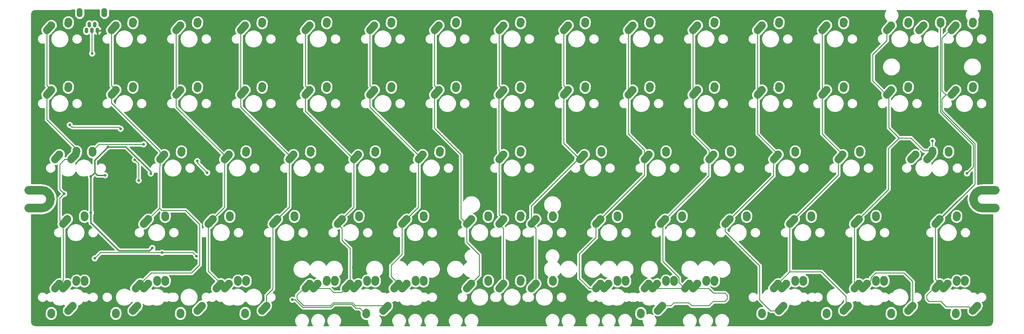
<source format=gtl>
G04 #@! TF.GenerationSoftware,KiCad,Pcbnew,(5.1.2-1)-1*
G04 #@! TF.CreationDate,2020-04-18T15:07:41+02:00*
G04 #@! TF.ProjectId,tsuka60,7473756b-6136-4302-9e6b-696361645f70,rev?*
G04 #@! TF.SameCoordinates,Original*
G04 #@! TF.FileFunction,Copper,L1,Top*
G04 #@! TF.FilePolarity,Positive*
%FSLAX46Y46*%
G04 Gerber Fmt 4.6, Leading zero omitted, Abs format (unit mm)*
G04 Created by KiCad (PCBNEW (5.1.2-1)-1) date 2020-04-18 15:07:41*
%MOMM*%
%LPD*%
G04 APERTURE LIST*
%ADD10C,2.501900*%
%ADD11C,2.250000*%
%ADD12C,2.250000*%
%ADD13O,1.700000X2.700000*%
%ADD14O,1.100000X1.650000*%
%ADD15C,0.800000*%
%ADD16C,0.381000*%
%ADD17C,0.254000*%
G04 APERTURE END LIST*
D10*
X376031250Y-166092800D02*
X379831250Y-166092800D01*
X376031250Y-171394700D02*
G75*
G02X373380300Y-168743750I0J2650950D01*
G01*
X373380300Y-168743750D02*
G75*
G02X376031250Y-166092800I2650950J0D01*
G01*
X376031250Y-171394700D02*
X379881250Y-171394700D01*
X94831250Y-171394700D02*
X98631250Y-171394700D01*
X101282200Y-168743750D02*
G75*
G03X98631250Y-166092800I-2650950J0D01*
G01*
X98631250Y-171394700D02*
G75*
G03X101282200Y-168743750I0J2650950D01*
G01*
X94831250Y-166092800D02*
X98631250Y-166092800D01*
D11*
X111263750Y-173803750D03*
D12*
X111243750Y-174093750D02*
X111283750Y-173513750D01*
D11*
X111283750Y-173513750D03*
X105588751Y-175323750D03*
D12*
X104933750Y-176053750D02*
X106243752Y-174593750D01*
D11*
X106243750Y-174593750D03*
X239851250Y-116653750D03*
D12*
X239831250Y-116943750D02*
X239871250Y-116363750D01*
D11*
X239871250Y-116363750D03*
X234176251Y-118173750D03*
D12*
X233521250Y-118903750D02*
X234831252Y-117443750D01*
D11*
X234831250Y-117443750D03*
X106501250Y-116653750D03*
D12*
X106481250Y-116943750D02*
X106521250Y-116363750D01*
D11*
X106521250Y-116363750D03*
X100826251Y-118173750D03*
D12*
X100171250Y-118903750D02*
X101481252Y-117443750D01*
D11*
X101481250Y-117443750D03*
X120531250Y-117443750D03*
X119876251Y-118173750D03*
D12*
X119221250Y-118903750D02*
X120531252Y-117443750D01*
D11*
X125571250Y-116363750D03*
X125551250Y-116653750D03*
D12*
X125531250Y-116943750D02*
X125571250Y-116363750D01*
D11*
X144601250Y-116653750D03*
D12*
X144581250Y-116943750D02*
X144621250Y-116363750D01*
D11*
X144621250Y-116363750D03*
X138926251Y-118173750D03*
D12*
X138271250Y-118903750D02*
X139581252Y-117443750D01*
D11*
X139581250Y-117443750D03*
X158631250Y-117443750D03*
X157976251Y-118173750D03*
D12*
X157321250Y-118903750D02*
X158631252Y-117443750D01*
D11*
X163671250Y-116363750D03*
X163651250Y-116653750D03*
D12*
X163631250Y-116943750D02*
X163671250Y-116363750D01*
D11*
X182701250Y-116653750D03*
D12*
X182681250Y-116943750D02*
X182721250Y-116363750D01*
D11*
X182721250Y-116363750D03*
X177026251Y-118173750D03*
D12*
X176371250Y-118903750D02*
X177681252Y-117443750D01*
D11*
X177681250Y-117443750D03*
X201751250Y-116653750D03*
D12*
X201731250Y-116943750D02*
X201771250Y-116363750D01*
D11*
X201771250Y-116363750D03*
X196076251Y-118173750D03*
D12*
X195421250Y-118903750D02*
X196731252Y-117443750D01*
D11*
X196731250Y-117443750D03*
X220801250Y-116653750D03*
D12*
X220781250Y-116943750D02*
X220821250Y-116363750D01*
D11*
X220821250Y-116363750D03*
X215126251Y-118173750D03*
D12*
X214471250Y-118903750D02*
X215781252Y-117443750D01*
D11*
X215781250Y-117443750D03*
X258901250Y-116653750D03*
D12*
X258881250Y-116943750D02*
X258921250Y-116363750D01*
D11*
X258921250Y-116363750D03*
X253226251Y-118173750D03*
D12*
X252571250Y-118903750D02*
X253881252Y-117443750D01*
D11*
X253881250Y-117443750D03*
X277951250Y-116653750D03*
D12*
X277931250Y-116943750D02*
X277971250Y-116363750D01*
D11*
X277971250Y-116363750D03*
X272276251Y-118173750D03*
D12*
X271621250Y-118903750D02*
X272931252Y-117443750D01*
D11*
X272931250Y-117443750D03*
X297001250Y-116653750D03*
D12*
X296981250Y-116943750D02*
X297021250Y-116363750D01*
D11*
X297021250Y-116363750D03*
X291326251Y-118173750D03*
D12*
X290671250Y-118903750D02*
X291981252Y-117443750D01*
D11*
X291981250Y-117443750D03*
X316051250Y-116653750D03*
D12*
X316031250Y-116943750D02*
X316071250Y-116363750D01*
D11*
X316071250Y-116363750D03*
X310376251Y-118173750D03*
D12*
X309721250Y-118903750D02*
X311031252Y-117443750D01*
D11*
X311031250Y-117443750D03*
X335101250Y-116653750D03*
D12*
X335081250Y-116943750D02*
X335121250Y-116363750D01*
D11*
X335121250Y-116363750D03*
X329426251Y-118173750D03*
D12*
X328771250Y-118903750D02*
X330081252Y-117443750D01*
D11*
X330081250Y-117443750D03*
X354151250Y-116653750D03*
D12*
X354131250Y-116943750D02*
X354171250Y-116363750D01*
D11*
X354171250Y-116363750D03*
X348476251Y-118173750D03*
D12*
X347821250Y-118903750D02*
X349131252Y-117443750D01*
D11*
X349131250Y-117443750D03*
X373201250Y-116653750D03*
D12*
X373181250Y-116943750D02*
X373221250Y-116363750D01*
D11*
X373221250Y-116363750D03*
X367526251Y-118173750D03*
D12*
X366871250Y-118903750D02*
X368181252Y-117443750D01*
D11*
X368181250Y-117443750D03*
X106501250Y-135703750D03*
D12*
X106481250Y-135993750D02*
X106521250Y-135413750D01*
D11*
X106521250Y-135413750D03*
X100826251Y-137223750D03*
D12*
X100171250Y-137953750D02*
X101481252Y-136493750D01*
D11*
X101481250Y-136493750D03*
X120531250Y-136493750D03*
X119876251Y-137223750D03*
D12*
X119221250Y-137953750D02*
X120531252Y-136493750D01*
D11*
X125571250Y-135413750D03*
X125551250Y-135703750D03*
D12*
X125531250Y-135993750D02*
X125571250Y-135413750D01*
D11*
X139581250Y-136493750D03*
X138926251Y-137223750D03*
D12*
X138271250Y-137953750D02*
X139581252Y-136493750D01*
D11*
X144621250Y-135413750D03*
X144601250Y-135703750D03*
D12*
X144581250Y-135993750D02*
X144621250Y-135413750D01*
D11*
X158631250Y-136493750D03*
X157976251Y-137223750D03*
D12*
X157321250Y-137953750D02*
X158631252Y-136493750D01*
D11*
X163671250Y-135413750D03*
X163651250Y-135703750D03*
D12*
X163631250Y-135993750D02*
X163671250Y-135413750D01*
D11*
X177681250Y-136493750D03*
X177026251Y-137223750D03*
D12*
X176371250Y-137953750D02*
X177681252Y-136493750D01*
D11*
X182721250Y-135413750D03*
X182701250Y-135703750D03*
D12*
X182681250Y-135993750D02*
X182721250Y-135413750D01*
D11*
X196731250Y-136493750D03*
X196076251Y-137223750D03*
D12*
X195421250Y-137953750D02*
X196731252Y-136493750D01*
D11*
X201771250Y-135413750D03*
X201751250Y-135703750D03*
D12*
X201731250Y-135993750D02*
X201771250Y-135413750D01*
D11*
X220801250Y-135703750D03*
D12*
X220781250Y-135993750D02*
X220821250Y-135413750D01*
D11*
X220821250Y-135413750D03*
X215126251Y-137223750D03*
D12*
X214471250Y-137953750D02*
X215781252Y-136493750D01*
D11*
X215781250Y-136493750D03*
X234831250Y-136493750D03*
X234176251Y-137223750D03*
D12*
X233521250Y-137953750D02*
X234831252Y-136493750D01*
D11*
X239871250Y-135413750D03*
X239851250Y-135703750D03*
D12*
X239831250Y-135993750D02*
X239871250Y-135413750D01*
D11*
X258901250Y-135703750D03*
D12*
X258881250Y-135993750D02*
X258921250Y-135413750D01*
D11*
X258921250Y-135413750D03*
X253226251Y-137223750D03*
D12*
X252571250Y-137953750D02*
X253881252Y-136493750D01*
D11*
X253881250Y-136493750D03*
X272931250Y-136493750D03*
X272276251Y-137223750D03*
D12*
X271621250Y-137953750D02*
X272931252Y-136493750D01*
D11*
X277971250Y-135413750D03*
X277951250Y-135703750D03*
D12*
X277931250Y-135993750D02*
X277971250Y-135413750D01*
D11*
X291981250Y-136493750D03*
X291326251Y-137223750D03*
D12*
X290671250Y-137953750D02*
X291981252Y-136493750D01*
D11*
X297021250Y-135413750D03*
X297001250Y-135703750D03*
D12*
X296981250Y-135993750D02*
X297021250Y-135413750D01*
D11*
X311031250Y-136493750D03*
X310376251Y-137223750D03*
D12*
X309721250Y-137953750D02*
X311031252Y-136493750D01*
D11*
X316071250Y-135413750D03*
X316051250Y-135703750D03*
D12*
X316031250Y-135993750D02*
X316071250Y-135413750D01*
D11*
X330081250Y-136493750D03*
X329426251Y-137223750D03*
D12*
X328771250Y-137953750D02*
X330081252Y-136493750D01*
D11*
X335121250Y-135413750D03*
X335101250Y-135703750D03*
D12*
X335081250Y-135993750D02*
X335121250Y-135413750D01*
D11*
X349131250Y-136493750D03*
X348476251Y-137223750D03*
D12*
X347821250Y-137953750D02*
X349131252Y-136493750D01*
D11*
X354171250Y-135413750D03*
X354151250Y-135703750D03*
D12*
X354131250Y-135993750D02*
X354171250Y-135413750D01*
D11*
X368181250Y-136493750D03*
X367526251Y-137223750D03*
D12*
X366871250Y-137953750D02*
X368181252Y-136493750D01*
D11*
X373221250Y-135413750D03*
X373201250Y-135703750D03*
D12*
X373181250Y-135993750D02*
X373221250Y-135413750D01*
D11*
X139838750Y-154753750D03*
D12*
X139818750Y-155043750D02*
X139858750Y-154463750D01*
D11*
X139858750Y-154463750D03*
X134163751Y-156273750D03*
D12*
X133508750Y-157003750D02*
X134818752Y-155543750D01*
D11*
X134818750Y-155543750D03*
X153868750Y-155543750D03*
X153213751Y-156273750D03*
D12*
X152558750Y-157003750D02*
X153868752Y-155543750D01*
D11*
X158908750Y-154463750D03*
X158888750Y-154753750D03*
D12*
X158868750Y-155043750D02*
X158908750Y-154463750D01*
D11*
X177938750Y-154753750D03*
D12*
X177918750Y-155043750D02*
X177958750Y-154463750D01*
D11*
X177958750Y-154463750D03*
X172263751Y-156273750D03*
D12*
X171608750Y-157003750D02*
X172918752Y-155543750D01*
D11*
X172918750Y-155543750D03*
X191968750Y-155543750D03*
X191313751Y-156273750D03*
D12*
X190658750Y-157003750D02*
X191968752Y-155543750D01*
D11*
X197008750Y-154463750D03*
X196988750Y-154753750D03*
D12*
X196968750Y-155043750D02*
X197008750Y-154463750D01*
D11*
X211018750Y-155543750D03*
X210363751Y-156273750D03*
D12*
X209708750Y-157003750D02*
X211018752Y-155543750D01*
D11*
X216058750Y-154463750D03*
X216038750Y-154753750D03*
D12*
X216018750Y-155043750D02*
X216058750Y-154463750D01*
D11*
X282713750Y-154753750D03*
D12*
X282693750Y-155043750D02*
X282733750Y-154463750D01*
D11*
X282733750Y-154463750D03*
X277038751Y-156273750D03*
D12*
X276383750Y-157003750D02*
X277693752Y-155543750D01*
D11*
X277693750Y-155543750D03*
X301763750Y-154753750D03*
D12*
X301743750Y-155043750D02*
X301783750Y-154463750D01*
D11*
X301783750Y-154463750D03*
X296088751Y-156273750D03*
D12*
X295433750Y-157003750D02*
X296743752Y-155543750D01*
D11*
X296743750Y-155543750D03*
X315793750Y-155543750D03*
X315138751Y-156273750D03*
D12*
X314483750Y-157003750D02*
X315793752Y-155543750D01*
D11*
X320833750Y-154463750D03*
X320813750Y-154753750D03*
D12*
X320793750Y-155043750D02*
X320833750Y-154463750D01*
D11*
X339863750Y-154753750D03*
D12*
X339843750Y-155043750D02*
X339883750Y-154463750D01*
D11*
X339883750Y-154463750D03*
X334188751Y-156273750D03*
D12*
X333533750Y-157003750D02*
X334843752Y-155543750D01*
D11*
X334843750Y-155543750D03*
X130056250Y-174593750D03*
X129401251Y-175323750D03*
D12*
X128746250Y-176053750D02*
X130056252Y-174593750D01*
D11*
X135096250Y-173513750D03*
X135076250Y-173803750D03*
D12*
X135056250Y-174093750D02*
X135096250Y-173513750D01*
D11*
X154126250Y-173803750D03*
D12*
X154106250Y-174093750D02*
X154146250Y-173513750D01*
D11*
X154146250Y-173513750D03*
X148451251Y-175323750D03*
D12*
X147796250Y-176053750D02*
X149106252Y-174593750D01*
D11*
X149106250Y-174593750D03*
X168156250Y-174593750D03*
X167501251Y-175323750D03*
D12*
X166846250Y-176053750D02*
X168156252Y-174593750D01*
D11*
X173196250Y-173513750D03*
X173176250Y-173803750D03*
D12*
X173156250Y-174093750D02*
X173196250Y-173513750D01*
D11*
X192226250Y-173803750D03*
D12*
X192206250Y-174093750D02*
X192246250Y-173513750D01*
D11*
X192246250Y-173513750D03*
X186551251Y-175323750D03*
D12*
X185896250Y-176053750D02*
X187206252Y-174593750D01*
D11*
X187206250Y-174593750D03*
X211276250Y-173803750D03*
D12*
X211256250Y-174093750D02*
X211296250Y-173513750D01*
D11*
X211296250Y-173513750D03*
X205601251Y-175323750D03*
D12*
X204946250Y-176053750D02*
X206256252Y-174593750D01*
D11*
X206256250Y-174593750D03*
X268426250Y-173803750D03*
D12*
X268406250Y-174093750D02*
X268446250Y-173513750D01*
D11*
X268446250Y-173513750D03*
X262751251Y-175323750D03*
D12*
X262096250Y-176053750D02*
X263406252Y-174593750D01*
D11*
X263406250Y-174593750D03*
X282456250Y-174593750D03*
X281801251Y-175323750D03*
D12*
X281146250Y-176053750D02*
X282456252Y-174593750D01*
D11*
X287496250Y-173513750D03*
X287476250Y-173803750D03*
D12*
X287456250Y-174093750D02*
X287496250Y-173513750D01*
D11*
X306526250Y-173803750D03*
D12*
X306506250Y-174093750D02*
X306546250Y-173513750D01*
D11*
X306546250Y-173513750D03*
X300851251Y-175323750D03*
D12*
X300196250Y-176053750D02*
X301506252Y-174593750D01*
D11*
X301506250Y-174593750D03*
X320556250Y-174593750D03*
X319901251Y-175323750D03*
D12*
X319246250Y-176053750D02*
X320556252Y-174593750D01*
D11*
X325596250Y-173513750D03*
X325576250Y-173803750D03*
D12*
X325556250Y-174093750D02*
X325596250Y-173513750D01*
D11*
X344626250Y-173803750D03*
D12*
X344606250Y-174093750D02*
X344646250Y-173513750D01*
D11*
X344646250Y-173513750D03*
X338951251Y-175323750D03*
D12*
X338296250Y-176053750D02*
X339606252Y-174593750D01*
D11*
X339606250Y-174593750D03*
X113645000Y-154753750D03*
D12*
X113625000Y-155043750D02*
X113665000Y-154463750D01*
D11*
X113665000Y-154463750D03*
X107970001Y-156273750D03*
D12*
X107315000Y-157003750D02*
X108625002Y-155543750D01*
D11*
X108625000Y-155543750D03*
X363418750Y-174593750D03*
X362763751Y-175323750D03*
D12*
X362108750Y-176053750D02*
X363418752Y-174593750D01*
D11*
X368458750Y-173513750D03*
X368438750Y-173803750D03*
D12*
X368418750Y-174093750D02*
X368458750Y-173513750D01*
D13*
X117156250Y-113668750D03*
X109856250Y-113668750D03*
D14*
X115106250Y-118968750D03*
X114306250Y-117268750D03*
X113506250Y-118968750D03*
X112706250Y-117268750D03*
X111906250Y-118968750D03*
D11*
X239851250Y-173803750D03*
D12*
X239831250Y-174093750D02*
X239871250Y-173513750D01*
D11*
X239871250Y-173513750D03*
X234176251Y-175323750D03*
D12*
X233521250Y-176053750D02*
X234831252Y-174593750D01*
D11*
X234831250Y-174593750D03*
X230326250Y-173803750D03*
D12*
X230306250Y-174093750D02*
X230346250Y-173513750D01*
D11*
X230346250Y-173513750D03*
X224651251Y-175323750D03*
D12*
X223996250Y-176053750D02*
X225306252Y-174593750D01*
D11*
X225306250Y-174593750D03*
X244356250Y-174593750D03*
X243701251Y-175323750D03*
D12*
X243046250Y-176053750D02*
X244356252Y-174593750D01*
D11*
X249396250Y-173513750D03*
X249376250Y-173803750D03*
D12*
X249356250Y-174093750D02*
X249396250Y-173513750D01*
D11*
X366057500Y-154753750D03*
D12*
X366037500Y-155043750D02*
X366077500Y-154463750D01*
D11*
X366077500Y-154463750D03*
X360382501Y-156273750D03*
D12*
X359727500Y-157003750D02*
X361037502Y-155543750D01*
D11*
X361037500Y-155543750D03*
X363676250Y-116653750D03*
D12*
X363656250Y-116943750D02*
X363696250Y-116363750D01*
D11*
X363696250Y-116363750D03*
X358001251Y-118173750D03*
D12*
X357346250Y-118903750D02*
X358656252Y-117443750D01*
D11*
X358656250Y-117443750D03*
X263663750Y-154753750D03*
D12*
X263643750Y-155043750D02*
X263683750Y-154463750D01*
D11*
X263683750Y-154463750D03*
X257988751Y-156273750D03*
D12*
X257333750Y-157003750D02*
X258643752Y-155543750D01*
D11*
X258643750Y-155543750D03*
X239851250Y-154753750D03*
D12*
X239831250Y-155043750D02*
X239871250Y-154463750D01*
D11*
X239871250Y-154463750D03*
X234176251Y-156273750D03*
D12*
X233521250Y-157003750D02*
X234831252Y-155543750D01*
D11*
X234831250Y-155543750D03*
X103862500Y-155543750D03*
X103207501Y-156273750D03*
D12*
X102552500Y-157003750D02*
X103862502Y-155543750D01*
D11*
X108902500Y-154463750D03*
X108882500Y-154753750D03*
D12*
X108862500Y-155043750D02*
X108902500Y-154463750D01*
D11*
X361295000Y-154753750D03*
D12*
X361275000Y-155043750D02*
X361315000Y-154463750D01*
D11*
X361315000Y-154463750D03*
X355620001Y-156273750D03*
D12*
X354965000Y-157003750D02*
X356275002Y-155543750D01*
D11*
X356275000Y-155543750D03*
X111263750Y-192853750D03*
D12*
X111243750Y-193143750D02*
X111283750Y-192563750D01*
D11*
X111283750Y-192563750D03*
X105588751Y-194373750D03*
D12*
X104933750Y-195103750D02*
X106243752Y-193643750D01*
D11*
X106243750Y-193643750D03*
X130056250Y-193643750D03*
X129401251Y-194373750D03*
D12*
X128746250Y-195103750D02*
X130056252Y-193643750D01*
D11*
X135096250Y-192563750D03*
X135076250Y-192853750D03*
D12*
X135056250Y-193143750D02*
X135096250Y-192563750D01*
D11*
X153868750Y-193643750D03*
X153213751Y-194373750D03*
D12*
X152558750Y-195103750D02*
X153868752Y-193643750D01*
D11*
X158908750Y-192563750D03*
X158888750Y-192853750D03*
D12*
X158868750Y-193143750D02*
X158908750Y-192563750D01*
D11*
X239851250Y-192853750D03*
D12*
X239831250Y-193143750D02*
X239871250Y-192563750D01*
D11*
X239871250Y-192563750D03*
X234176251Y-194373750D03*
D12*
X233521250Y-195103750D02*
X234831252Y-193643750D01*
D11*
X234831250Y-193643750D03*
X320813750Y-192853750D03*
D12*
X320793750Y-193143750D02*
X320833750Y-192563750D01*
D11*
X320833750Y-192563750D03*
X315138751Y-194373750D03*
D12*
X314483750Y-195103750D02*
X315793752Y-193643750D01*
D11*
X315793750Y-193643750D03*
X344626250Y-192853750D03*
D12*
X344606250Y-193143750D02*
X344646250Y-192563750D01*
D11*
X344646250Y-192563750D03*
X338951251Y-194373750D03*
D12*
X338296250Y-195103750D02*
X339606252Y-193643750D01*
D11*
X339606250Y-193643750D03*
X363418750Y-193643750D03*
X362763751Y-194373750D03*
D12*
X362108750Y-195103750D02*
X363418752Y-193643750D01*
D11*
X368458750Y-192563750D03*
X368438750Y-192853750D03*
D12*
X368418750Y-193143750D02*
X368458750Y-192563750D01*
D11*
X108882500Y-192853750D03*
D12*
X108862500Y-193143750D02*
X108902500Y-192563750D01*
D11*
X108902500Y-192563750D03*
X103207501Y-194373750D03*
D12*
X102552500Y-195103750D02*
X103862502Y-193643750D01*
D11*
X103862500Y-193643750D03*
X101461250Y-202433750D03*
D12*
X101481250Y-202143750D02*
X101441250Y-202723750D01*
D11*
X101441250Y-202723750D03*
X107136249Y-200913750D03*
D12*
X107791250Y-200183750D02*
X106481248Y-201643750D01*
D11*
X106481250Y-201643750D03*
X127675000Y-193643750D03*
X127020001Y-194373750D03*
D12*
X126365000Y-195103750D02*
X127675002Y-193643750D01*
D11*
X132715000Y-192563750D03*
X132695000Y-192853750D03*
D12*
X132675000Y-193143750D02*
X132715000Y-192563750D01*
D11*
X125531250Y-201643750D03*
X126186249Y-200913750D03*
D12*
X126841250Y-200183750D02*
X125531248Y-201643750D01*
D11*
X120491250Y-202723750D03*
X120511250Y-202433750D03*
D12*
X120531250Y-202143750D02*
X120491250Y-202723750D01*
D11*
X151487500Y-193643750D03*
X150832501Y-194373750D03*
D12*
X150177500Y-195103750D02*
X151487502Y-193643750D01*
D11*
X156527500Y-192563750D03*
X156507500Y-192853750D03*
D12*
X156487500Y-193143750D02*
X156527500Y-192563750D01*
D11*
X139561250Y-202433750D03*
D12*
X139581250Y-202143750D02*
X139541250Y-202723750D01*
D11*
X139541250Y-202723750D03*
X145236249Y-200913750D03*
D12*
X145891250Y-200183750D02*
X144581248Y-201643750D01*
D11*
X144581250Y-201643750D03*
X163631250Y-201643750D03*
X164286249Y-200913750D03*
D12*
X164941250Y-200183750D02*
X163631248Y-201643750D01*
D11*
X158591250Y-202723750D03*
X158611250Y-202433750D03*
D12*
X158631250Y-202143750D02*
X158591250Y-202723750D01*
D11*
X194607500Y-192853750D03*
D12*
X194587500Y-193143750D02*
X194627500Y-192563750D01*
D11*
X194627500Y-192563750D03*
X188932501Y-194373750D03*
D12*
X188277500Y-195103750D02*
X189587502Y-193643750D01*
D11*
X189587500Y-193643750D03*
X196988750Y-192853750D03*
D12*
X196968750Y-193143750D02*
X197008750Y-192563750D01*
D11*
X197008750Y-192563750D03*
X191313751Y-194373750D03*
D12*
X190658750Y-195103750D02*
X191968752Y-193643750D01*
D11*
X191968750Y-193643750D03*
X177681250Y-193643750D03*
X177026251Y-194373750D03*
D12*
X176371250Y-195103750D02*
X177681252Y-193643750D01*
D11*
X182721250Y-192563750D03*
X182701250Y-192853750D03*
D12*
X182681250Y-193143750D02*
X182721250Y-192563750D01*
D11*
X180062500Y-193643750D03*
X179407501Y-194373750D03*
D12*
X178752500Y-195103750D02*
X180062502Y-193643750D01*
D11*
X185102500Y-192563750D03*
X185082500Y-192853750D03*
D12*
X185062500Y-193143750D02*
X185102500Y-192563750D01*
D11*
X206256250Y-193643750D03*
X205601251Y-194373750D03*
D12*
X204946250Y-195103750D02*
X206256252Y-193643750D01*
D11*
X211296250Y-192563750D03*
X211276250Y-192853750D03*
D12*
X211256250Y-193143750D02*
X211296250Y-192563750D01*
D11*
X208895000Y-192853750D03*
D12*
X208875000Y-193143750D02*
X208915000Y-192563750D01*
D11*
X208915000Y-192563750D03*
X203220001Y-194373750D03*
D12*
X202565000Y-195103750D02*
X203875002Y-193643750D01*
D11*
X203875000Y-193643750D03*
X225306250Y-193643750D03*
X224651251Y-194373750D03*
D12*
X223996250Y-195103750D02*
X225306252Y-193643750D01*
D11*
X230346250Y-192563750D03*
X230326250Y-192853750D03*
D12*
X230306250Y-193143750D02*
X230346250Y-192563750D01*
D11*
X239851250Y-192853750D03*
D12*
X239831250Y-193143750D02*
X239871250Y-192563750D01*
D11*
X239871250Y-192563750D03*
X234176251Y-194373750D03*
D12*
X233521250Y-195103750D02*
X234831252Y-193643750D01*
D11*
X234831250Y-193643750D03*
X249376250Y-192853750D03*
D12*
X249356250Y-193143750D02*
X249396250Y-192563750D01*
D11*
X249396250Y-192563750D03*
X243701251Y-194373750D03*
D12*
X243046250Y-195103750D02*
X244356252Y-193643750D01*
D11*
X244356250Y-193643750D03*
X268426250Y-192853750D03*
D12*
X268406250Y-193143750D02*
X268446250Y-192563750D01*
D11*
X268446250Y-192563750D03*
X262751251Y-194373750D03*
D12*
X262096250Y-195103750D02*
X263406252Y-193643750D01*
D11*
X263406250Y-193643750D03*
X265787500Y-193643750D03*
X265132501Y-194373750D03*
D12*
X264477500Y-195103750D02*
X265787502Y-193643750D01*
D11*
X270827500Y-192563750D03*
X270807500Y-192853750D03*
D12*
X270787500Y-193143750D02*
X270827500Y-192563750D01*
D11*
X280075000Y-193643750D03*
X279420001Y-194373750D03*
D12*
X278765000Y-195103750D02*
X280075002Y-193643750D01*
D11*
X285115000Y-192563750D03*
X285095000Y-192853750D03*
D12*
X285075000Y-193143750D02*
X285115000Y-192563750D01*
D11*
X277693750Y-193643750D03*
X277038751Y-194373750D03*
D12*
X276383750Y-195103750D02*
X277693752Y-193643750D01*
D11*
X282733750Y-192563750D03*
X282713750Y-192853750D03*
D12*
X282693750Y-193143750D02*
X282733750Y-192563750D01*
D11*
X297001250Y-192853750D03*
D12*
X296981250Y-193143750D02*
X297021250Y-192563750D01*
D11*
X297021250Y-192563750D03*
X291326251Y-194373750D03*
D12*
X290671250Y-195103750D02*
X291981252Y-193643750D01*
D11*
X291981250Y-193643750D03*
X294620000Y-192853750D03*
D12*
X294600000Y-193143750D02*
X294640000Y-192563750D01*
D11*
X294640000Y-192563750D03*
X288945001Y-194373750D03*
D12*
X288290000Y-195103750D02*
X289600002Y-193643750D01*
D11*
X289600000Y-193643750D03*
X316031250Y-201643750D03*
X316686249Y-200913750D03*
D12*
X317341250Y-200183750D02*
X316031248Y-201643750D01*
D11*
X310991250Y-202723750D03*
X311011250Y-202433750D03*
D12*
X311031250Y-202143750D02*
X310991250Y-202723750D01*
D11*
X323195000Y-192853750D03*
D12*
X323175000Y-193143750D02*
X323215000Y-192563750D01*
D11*
X323215000Y-192563750D03*
X317520001Y-194373750D03*
D12*
X316865000Y-195103750D02*
X318175002Y-193643750D01*
D11*
X318175000Y-193643750D03*
X330061250Y-202433750D03*
D12*
X330081250Y-202143750D02*
X330041250Y-202723750D01*
D11*
X330041250Y-202723750D03*
X335736249Y-200913750D03*
D12*
X336391250Y-200183750D02*
X335081248Y-201643750D01*
D11*
X335081250Y-201643750D03*
X347007500Y-192853750D03*
D12*
X346987500Y-193143750D02*
X347027500Y-192563750D01*
D11*
X347027500Y-192563750D03*
X341332501Y-194373750D03*
D12*
X340677500Y-195103750D02*
X341987502Y-193643750D01*
D11*
X341987500Y-193643750D03*
X349111250Y-202433750D03*
D12*
X349131250Y-202143750D02*
X349091250Y-202723750D01*
D11*
X349091250Y-202723750D03*
X354786249Y-200913750D03*
D12*
X355441250Y-200183750D02*
X354131248Y-201643750D01*
D11*
X354131250Y-201643750D03*
X365800000Y-193643750D03*
X365145001Y-194373750D03*
D12*
X364490000Y-195103750D02*
X365800002Y-193643750D01*
D11*
X370840000Y-192563750D03*
X370820000Y-192853750D03*
D12*
X370800000Y-193143750D02*
X370840000Y-192563750D01*
D11*
X373181250Y-201643750D03*
X373836249Y-200913750D03*
D12*
X374491250Y-200183750D02*
X373181248Y-201643750D01*
D11*
X368141250Y-202723750D03*
X368161250Y-202433750D03*
D12*
X368181250Y-202143750D02*
X368141250Y-202723750D01*
D11*
X194330000Y-202433750D03*
D12*
X194350000Y-202143750D02*
X194310000Y-202723750D01*
D11*
X194310000Y-202723750D03*
X200004999Y-200913750D03*
D12*
X200660000Y-200183750D02*
X199349998Y-201643750D01*
D11*
X199350000Y-201643750D03*
X280312500Y-201643750D03*
X280967499Y-200913750D03*
D12*
X281622500Y-200183750D02*
X280312498Y-201643750D01*
D11*
X275272500Y-202723750D03*
X275292500Y-202433750D03*
D12*
X275312500Y-202143750D02*
X275272500Y-202723750D01*
D15*
X139573000Y-149987000D03*
X143129000Y-167259000D03*
X132588000Y-114935000D03*
X130302000Y-116967000D03*
X111125000Y-156083000D03*
X116078000Y-149987000D03*
X98044000Y-115316000D03*
X119888000Y-158115000D03*
X121790001Y-156210000D03*
X126206250Y-149987000D03*
X161163000Y-178562000D03*
X128270000Y-162560000D03*
X237331250Y-189706250D03*
X315912500Y-189706250D03*
X189706250Y-203993750D03*
X190500000Y-188912500D03*
X172974000Y-194945000D03*
X134143750Y-202406250D03*
X145256250Y-193675000D03*
X253206250Y-194468750D03*
X273843750Y-191293750D03*
X301371000Y-194564000D03*
X354012500Y-178593750D03*
X237331250Y-169862500D03*
X237331250Y-204787500D03*
X108966000Y-183007000D03*
X118237000Y-153289000D03*
X113157000Y-162052000D03*
X130810000Y-161163000D03*
X117348000Y-161671000D03*
X113157000Y-172720000D03*
X131267200Y-183134000D03*
X121920000Y-147955000D03*
X106934000Y-146812000D03*
X147447000Y-160909000D03*
X144526000Y-157480000D03*
X128714500Y-152527000D03*
X371475000Y-161131250D03*
X114300000Y-186182000D03*
X144280391Y-185555391D03*
X134143750Y-184525010D03*
X105283000Y-167132000D03*
X361315000Y-151511000D03*
X127254000Y-163195000D03*
X126111000Y-157099000D03*
X113538000Y-125730000D03*
X172593000Y-198374000D03*
D16*
X119888000Y-158112001D02*
X121790001Y-156210000D01*
X119888000Y-158115000D02*
X119888000Y-158112001D01*
X118237000Y-153289000D02*
X114300000Y-157226000D01*
X114300000Y-160909000D02*
X113157000Y-162052000D01*
X114300000Y-157226000D02*
X114300000Y-160909000D01*
X113157000Y-174752000D02*
X113157000Y-175641000D01*
X113157000Y-175641000D02*
X113157000Y-175768000D01*
X115062000Y-161671000D02*
X114300000Y-160909000D01*
X117348000Y-161671000D02*
X115062000Y-161671000D01*
X113157000Y-172720000D02*
X113157000Y-174752000D01*
X113157000Y-162052000D02*
X113157000Y-172720000D01*
X130810000Y-160597315D02*
X130810000Y-161163000D01*
X123501685Y-153289000D02*
X130810000Y-160597315D01*
X118237000Y-153289000D02*
X123501685Y-153289000D01*
X113157000Y-175641000D02*
X121462800Y-183946800D01*
X121462800Y-183946800D02*
X126441200Y-183946800D01*
X126441200Y-183946800D02*
X126746000Y-183946800D01*
X130454400Y-183946800D02*
X131267200Y-183134000D01*
X126746000Y-183946800D02*
X130454400Y-183946800D01*
D17*
X121412000Y-147447000D02*
X107569000Y-147447000D01*
X121920000Y-147955000D02*
X121412000Y-147447000D01*
X106934000Y-146812000D02*
X107569000Y-147447000D01*
X125571250Y-136683750D02*
X125571250Y-136747250D01*
X144526000Y-157988000D02*
X144526000Y-157480000D01*
X147447000Y-160909000D02*
X144526000Y-157988000D01*
X115601750Y-152527000D02*
X113665000Y-154463750D01*
X128714500Y-152527000D02*
X115601750Y-152527000D01*
X239021250Y-154233750D02*
X239831250Y-155043750D01*
X240451250Y-155043750D02*
X239831250Y-155043750D01*
X363656250Y-140612500D02*
X363656250Y-116943750D01*
X363656250Y-142993750D02*
X363656250Y-140612500D01*
X373402240Y-159204010D02*
X373402240Y-152739740D01*
X373402240Y-152739740D02*
X363656250Y-142993750D01*
X371475000Y-161131250D02*
X373402240Y-159204010D01*
X114300000Y-186182000D02*
X115956990Y-184525010D01*
X115956990Y-184525010D02*
X131343760Y-184525010D01*
X131343760Y-184525010D02*
X131699000Y-184525010D01*
X131343760Y-184525010D02*
X134143750Y-184525010D01*
X143250010Y-184525010D02*
X144280391Y-185555391D01*
X134143750Y-184525010D02*
X143250010Y-184525010D01*
X100171250Y-135183750D02*
X101481250Y-136493750D01*
X100171250Y-118903750D02*
X100171250Y-135183750D01*
X100171250Y-137953750D02*
X100171250Y-145256250D01*
X106243750Y-174743750D02*
X104933750Y-176053750D01*
X108625000Y-153710000D02*
X100171250Y-145256250D01*
X108625000Y-155543750D02*
X108625000Y-153710000D01*
X105467566Y-157003750D02*
X107315000Y-157003750D01*
X103981250Y-158490066D02*
X105467566Y-157003750D01*
X104933750Y-176053750D02*
X103981250Y-175101250D01*
X104883001Y-166732001D02*
X103981250Y-165830250D01*
X105283000Y-167132000D02*
X104883001Y-166732001D01*
X103981250Y-165830250D02*
X103981250Y-158490066D01*
X104883001Y-167531999D02*
X103981250Y-168433750D01*
X105283000Y-167132000D02*
X104883001Y-167531999D01*
X103981250Y-175101250D02*
X103981250Y-168433750D01*
X104987499Y-192668751D02*
X102552500Y-195103750D01*
X104987499Y-176107499D02*
X104987499Y-192668751D01*
X104933750Y-176053750D02*
X104987499Y-176107499D01*
X128746250Y-176053750D02*
X128799999Y-176107499D01*
X133440751Y-171359249D02*
X128746250Y-176053750D01*
X133440751Y-159167249D02*
X133440751Y-171359249D01*
X133508750Y-159099250D02*
X133440751Y-159167249D01*
X133508750Y-157003750D02*
X133508750Y-159099250D01*
X119221250Y-135183750D02*
X120531250Y-136493750D01*
X119221250Y-118903750D02*
X119221250Y-135183750D01*
X119221250Y-137953750D02*
X119221250Y-140335000D01*
X119221250Y-140335000D02*
X125968125Y-147081875D01*
X125968125Y-147081875D02*
X129698750Y-150812500D01*
X133508750Y-154622500D02*
X129698750Y-150812500D01*
X133508750Y-157003750D02*
X133508750Y-154622500D01*
X130968750Y-190500000D02*
X126365000Y-195103750D01*
X145256250Y-188118750D02*
X142875000Y-190500000D01*
X141105499Y-172061749D02*
X145256250Y-176212500D01*
X145256250Y-176212500D02*
X145256250Y-188118750D01*
X134088749Y-172061749D02*
X141105499Y-172061749D01*
X142875000Y-190500000D02*
X130968750Y-190500000D01*
X133440751Y-171413751D02*
X134088749Y-172061749D01*
X133440751Y-171359249D02*
X133440751Y-171413751D01*
X138271250Y-135183750D02*
X138271250Y-137953750D01*
X138271250Y-118903750D02*
X138271250Y-135183750D01*
X152558750Y-155824740D02*
X152558750Y-157003750D01*
X138271250Y-141537240D02*
X152558750Y-155824740D01*
X138271250Y-137953750D02*
X138271250Y-141537240D01*
X147796250Y-175903750D02*
X147796250Y-176053750D01*
X152558750Y-171141250D02*
X147796250Y-175903750D01*
X152558750Y-157003750D02*
X152558750Y-171141250D01*
X147796250Y-189952500D02*
X151487500Y-193643750D01*
X147796250Y-176053750D02*
X147796250Y-189952500D01*
X157321250Y-135183750D02*
X157321250Y-137953750D01*
X157321250Y-118903750D02*
X157321250Y-135183750D01*
X157321250Y-141537240D02*
X171608750Y-155824740D01*
X171608750Y-155824740D02*
X171608750Y-157003750D01*
X157321250Y-137953750D02*
X157321250Y-141537240D01*
X166846250Y-175903750D02*
X166846250Y-176053750D01*
X171608750Y-171141250D02*
X166846250Y-175903750D01*
X171608750Y-157003750D02*
X171608750Y-171141250D01*
X164941250Y-197134788D02*
X164941250Y-200183750D01*
X166846250Y-195229788D02*
X164941250Y-197134788D01*
X166846250Y-176053750D02*
X166846250Y-195229788D01*
X176371250Y-135183750D02*
X177681250Y-136493750D01*
X176371250Y-118903750D02*
X176371250Y-135183750D01*
X176371250Y-142716250D02*
X190658750Y-157003750D01*
X176371250Y-137953750D02*
X176371250Y-142716250D01*
X190658750Y-171141250D02*
X187206250Y-174593750D01*
X190658750Y-157003750D02*
X190658750Y-171141250D01*
X175862288Y-195103750D02*
X176371250Y-195103750D01*
X173899249Y-197066789D02*
X175862288Y-195103750D01*
X173899249Y-198220711D02*
X173899249Y-197066789D01*
X175862288Y-200183750D02*
X173899249Y-198220711D01*
X182911750Y-200183750D02*
X182657750Y-200183750D01*
X182911750Y-200183750D02*
X182530750Y-200183750D01*
X182530750Y-200183750D02*
X183737250Y-200183750D01*
X182530750Y-200183750D02*
X175862288Y-200183750D01*
X183737250Y-200183750D02*
X184658000Y-199263000D01*
X191192566Y-200183750D02*
X200660000Y-200183750D01*
X190271816Y-199263000D02*
X191192566Y-200183750D01*
X184658000Y-199263000D02*
X190271816Y-199263000D01*
X189587500Y-193793750D02*
X188277500Y-195103750D01*
X189587500Y-183237500D02*
X189587500Y-193793750D01*
X185896250Y-176053750D02*
X187232901Y-177390401D01*
X188179099Y-181829099D02*
X189587500Y-183237500D01*
X188121901Y-181829099D02*
X188179099Y-181829099D01*
X187232901Y-180940099D02*
X188121901Y-181829099D01*
X187232901Y-177390401D02*
X187232901Y-180940099D01*
X187166250Y-196215000D02*
X188277500Y-195103750D01*
X183546750Y-195103750D02*
X184658000Y-196215000D01*
X179141250Y-195103750D02*
X183546750Y-195103750D01*
X184658000Y-196215000D02*
X187166250Y-196215000D01*
X177681250Y-193643750D02*
X179141250Y-195103750D01*
X195421250Y-135183750D02*
X196731250Y-136493750D01*
X195421250Y-118903750D02*
X195421250Y-135183750D01*
X209708750Y-155824740D02*
X209708750Y-157003750D01*
X195421250Y-141537240D02*
X209708750Y-155824740D01*
X195421250Y-137953750D02*
X195421250Y-141537240D01*
X209708750Y-171141250D02*
X206256250Y-174593750D01*
X209708750Y-157003750D02*
X209708750Y-171141250D01*
X202750001Y-192518751D02*
X203875000Y-193643750D01*
X201704599Y-191473349D02*
X202750001Y-192518751D01*
X201704599Y-188274717D02*
X201704599Y-191473349D01*
X204946250Y-185033066D02*
X201704599Y-188274717D01*
X204946250Y-176053750D02*
X204946250Y-185033066D01*
X214471250Y-135183750D02*
X215781250Y-136493750D01*
X214471250Y-118903750D02*
X214471250Y-135183750D01*
X214471250Y-137953750D02*
X214471250Y-147796250D01*
X214471250Y-147796250D02*
X222250000Y-155575000D01*
X222250000Y-174307500D02*
X223996250Y-176053750D01*
X222250000Y-155575000D02*
X222250000Y-174307500D01*
X227714151Y-185160169D02*
X227714151Y-191235849D01*
X227714151Y-191235849D02*
X226431249Y-192518751D01*
X223996250Y-181442268D02*
X227714151Y-185160169D01*
X226431249Y-192518751D02*
X225306250Y-193643750D01*
X223996250Y-176053750D02*
X223996250Y-181442268D01*
X233521250Y-135183750D02*
X234831250Y-136493750D01*
X233521250Y-118903750D02*
X233521250Y-135183750D01*
X233453251Y-154165751D02*
X233521250Y-154233750D01*
X233521250Y-154233750D02*
X233521250Y-157003750D01*
X233453251Y-138021749D02*
X233453251Y-154165751D01*
X233521250Y-137953750D02*
X233453251Y-138021749D01*
X234831250Y-193793750D02*
X233521250Y-195103750D01*
X234831250Y-177363750D02*
X234831250Y-193793750D01*
X233521250Y-176053750D02*
X234831250Y-177363750D01*
X233521250Y-173283750D02*
X234831250Y-174593750D01*
X233521250Y-157003750D02*
X233521250Y-173283750D01*
X256824788Y-157003750D02*
X243046250Y-170782288D01*
X243046250Y-170782288D02*
X243046250Y-176053750D01*
X257333750Y-157003750D02*
X256824788Y-157003750D01*
X252571250Y-135183750D02*
X253881250Y-136493750D01*
X252571250Y-118903750D02*
X252571250Y-135183750D01*
X258643750Y-155646750D02*
X258643750Y-155543750D01*
X252571250Y-152241250D02*
X257333750Y-157003750D01*
X252571250Y-137953750D02*
X252571250Y-152241250D01*
X257619500Y-156718000D02*
X257333750Y-157003750D01*
X244356250Y-177363750D02*
X244356250Y-193643750D01*
X243046250Y-176053750D02*
X244356250Y-177363750D01*
X262096250Y-175903750D02*
X262096250Y-176053750D01*
X271621250Y-118903750D02*
X271621250Y-137953750D01*
X276383750Y-154233750D02*
X276383750Y-157003750D01*
X271621250Y-149471250D02*
X276383750Y-154233750D01*
X271621250Y-137953750D02*
X271621250Y-149471250D01*
X262096250Y-195103750D02*
X260191250Y-195103750D01*
X260191250Y-195103750D02*
X257175000Y-192087500D01*
X257175000Y-192087500D02*
X257175000Y-184943750D01*
X262096250Y-180022500D02*
X262096250Y-176053750D01*
X257175000Y-184943750D02*
X262096250Y-180022500D01*
X276383750Y-161616250D02*
X263406250Y-174593750D01*
X276383750Y-157003750D02*
X276383750Y-161616250D01*
X290671250Y-118903750D02*
X290671250Y-137953750D01*
X295433750Y-154233750D02*
X295433750Y-157003750D01*
X290671250Y-149471250D02*
X295433750Y-154233750D01*
X290671250Y-137953750D02*
X290671250Y-149471250D01*
X295365751Y-157071749D02*
X295365751Y-161834249D01*
X295433750Y-157003750D02*
X295365751Y-157071749D01*
X290258500Y-166941500D02*
X281146250Y-176053750D01*
X295365751Y-161834249D02*
X290258500Y-166941500D01*
X281146250Y-176053750D02*
X281199999Y-176107499D01*
X281781250Y-176688750D02*
X281146250Y-176053750D01*
X281781250Y-184150000D02*
X281781250Y-176688750D01*
X281781250Y-184943750D02*
X281781250Y-185737500D01*
X281781250Y-184943750D02*
X281781250Y-184150000D01*
X283559250Y-200183750D02*
X281622500Y-200183750D01*
X284194250Y-200183750D02*
X283559250Y-200183750D01*
X285115000Y-199263000D02*
X284194250Y-200183750D01*
X289433000Y-199263000D02*
X285115000Y-199263000D01*
X296714183Y-196441749D02*
X300138211Y-196441749D01*
X290353750Y-200183750D02*
X289433000Y-199263000D01*
X300763251Y-198220711D02*
X300138211Y-198845751D01*
X296714183Y-198845751D02*
X295376184Y-200183750D01*
X300763251Y-197066789D02*
X300763251Y-198220711D01*
X300138211Y-198845751D02*
X296714183Y-198845751D01*
X290671250Y-195103750D02*
X295376184Y-195103750D01*
X300138211Y-196441749D02*
X300763251Y-197066789D01*
X295376184Y-200183750D02*
X290353750Y-200183750D01*
X295376184Y-195103750D02*
X296714183Y-196441749D01*
X281781250Y-187081038D02*
X286567001Y-191866789D01*
X281781250Y-185737500D02*
X281781250Y-187081038D01*
X278765000Y-195103750D02*
X283527500Y-195103750D01*
X288290000Y-195103750D02*
X288019002Y-195103750D01*
X284321250Y-195103750D02*
X288290000Y-195103750D01*
X285168184Y-195103750D02*
X284321250Y-195103750D01*
X284321250Y-195103750D02*
X283527500Y-195103750D01*
X286567001Y-193380751D02*
X288290000Y-195103750D01*
X286567001Y-191866789D02*
X286567001Y-193380751D01*
X309721250Y-135183750D02*
X309721250Y-137953750D01*
X309721250Y-118903750D02*
X309721250Y-135183750D01*
X309721250Y-149471250D02*
X315793750Y-155543750D01*
X309721250Y-137953750D02*
X309721250Y-149471250D01*
X314415751Y-161834249D02*
X300196250Y-176053750D01*
X314483750Y-158972250D02*
X314415751Y-159040249D01*
X314415751Y-159040249D02*
X314415751Y-161834249D01*
X314483750Y-157003750D02*
X314483750Y-158972250D01*
X300196250Y-178218684D02*
X310356250Y-188378684D01*
X300196250Y-176053750D02*
X300196250Y-178218684D01*
X310356250Y-188378684D02*
X310356250Y-197903684D01*
X310356250Y-198437500D02*
X313562500Y-201643750D01*
X313562500Y-201643750D02*
X316031250Y-201643750D01*
X310356250Y-197903684D02*
X310356250Y-198437500D01*
X328771250Y-135183750D02*
X328771250Y-137953750D01*
X328771250Y-118903750D02*
X328771250Y-135183750D01*
X328771250Y-149471250D02*
X334843750Y-155543750D01*
X328771250Y-137953750D02*
X328771250Y-149471250D01*
X333533750Y-161616250D02*
X320556250Y-174593750D01*
X333533750Y-157003750D02*
X333533750Y-161616250D01*
X314483750Y-194953750D02*
X314483750Y-195103750D01*
X319246250Y-190191250D02*
X314483750Y-194953750D01*
X319246250Y-178218684D02*
X319246250Y-177958750D01*
X319246250Y-177958750D02*
X319246250Y-176053750D01*
X335824249Y-199616749D02*
X336391250Y-200183750D01*
X335824249Y-197451815D02*
X335824249Y-199616749D01*
X316865000Y-195103750D02*
X316865000Y-194383538D01*
X319246250Y-177958750D02*
X319246250Y-190191250D01*
X328563684Y-190191250D02*
X329536217Y-191163783D01*
X329536217Y-191163783D02*
X335824249Y-197451815D01*
X319246250Y-190191250D02*
X328563684Y-190191250D01*
X329484183Y-191111749D02*
X329536217Y-191163783D01*
X359724010Y-154463750D02*
X361315000Y-154463750D01*
X358742288Y-154463750D02*
X359724010Y-154463750D01*
X361315000Y-155003750D02*
X361275000Y-155043750D01*
X361315000Y-151511000D02*
X361315000Y-155003750D01*
X343693750Y-133826250D02*
X347821250Y-137953750D01*
X347821250Y-121952712D02*
X343693750Y-126080212D01*
X343693750Y-126080212D02*
X343693750Y-133826250D01*
X347821250Y-118903750D02*
X347821250Y-121952712D01*
X354948644Y-150670106D02*
X351456144Y-150670106D01*
X354948644Y-150670106D02*
X358742288Y-154463750D01*
X348381250Y-153745000D02*
X349091250Y-153035000D01*
X348381250Y-165818750D02*
X348381250Y-153745000D01*
X349091250Y-153035000D02*
X351456144Y-150670106D01*
X347190625Y-167009375D02*
X348381250Y-165818750D01*
X348456250Y-147670212D02*
X351456144Y-150670106D01*
X348456250Y-138588750D02*
X348456250Y-147670212D01*
X347821250Y-137953750D02*
X348456250Y-138588750D01*
X346000000Y-168200000D02*
X339606250Y-174593750D01*
X347190625Y-167009375D02*
X346000000Y-168200000D01*
X338296250Y-178218684D02*
X338296250Y-177958750D01*
X338296250Y-192333750D02*
X338296250Y-195103750D01*
X338296250Y-177958750D02*
X338296250Y-192333750D01*
X338296250Y-177958750D02*
X338296250Y-176053750D01*
X343156906Y-192624344D02*
X340677500Y-195103750D01*
X344561038Y-190500000D02*
X343156906Y-191904132D01*
X343156906Y-191904132D02*
X343156906Y-192624344D01*
X355441250Y-193040000D02*
X352901250Y-190500000D01*
X352901250Y-190500000D02*
X344561038Y-190500000D01*
X355441250Y-200183750D02*
X355441250Y-193040000D01*
X364543749Y-173468751D02*
X363418750Y-174593750D01*
X368621875Y-169390625D02*
X364543749Y-173468751D01*
X369819501Y-168192999D02*
X368621875Y-169390625D01*
X362108750Y-192333750D02*
X363418750Y-193643750D01*
X362108750Y-176053750D02*
X362108750Y-192333750D01*
X375000212Y-200183750D02*
X374491250Y-200183750D01*
X364490000Y-195103750D02*
X364490000Y-194383538D01*
X365358817Y-200518751D02*
X372056251Y-200518751D01*
X360298519Y-198882481D02*
X363722547Y-198882481D01*
X359636749Y-198220711D02*
X360298519Y-198882481D01*
X359636749Y-197066789D02*
X359636749Y-198220711D01*
X361599788Y-195103750D02*
X359636749Y-197066789D01*
X372056251Y-200518751D02*
X373181250Y-201643750D01*
X363722547Y-198882481D02*
X365358817Y-200518751D01*
X362108750Y-195103750D02*
X361599788Y-195103750D01*
X366871250Y-118903750D02*
X366362288Y-118903750D01*
X362108750Y-176053750D02*
X373856250Y-164306250D01*
X373856250Y-164306250D02*
X373856250Y-153193750D01*
X373856250Y-153193750D02*
X373856250Y-152400000D01*
X364997519Y-120268519D02*
X364399249Y-120866789D01*
X366362288Y-118903750D02*
X364997519Y-120268519D01*
X364399249Y-120867751D02*
X364110260Y-121156740D01*
X364399249Y-120866789D02*
X364399249Y-120867751D01*
X364997519Y-120268519D02*
X364331250Y-120934788D01*
X364110260Y-142654010D02*
X364537625Y-143081375D01*
X364537625Y-143081375D02*
X364331250Y-142875000D01*
X373856250Y-152400000D02*
X364537625Y-143081375D01*
X366871250Y-137953750D02*
X365283750Y-137953750D01*
X365283750Y-137953750D02*
X364110260Y-136780260D01*
X364110260Y-121156740D02*
X364110260Y-136780260D01*
X364110260Y-139127240D02*
X365283750Y-137953750D01*
X364110260Y-139190740D02*
X364110260Y-139127240D01*
X364110260Y-139190740D02*
X364110260Y-142654010D01*
X127254000Y-158242000D02*
X126111000Y-157099000D01*
X127254000Y-158623000D02*
X127254000Y-158242000D01*
X127254000Y-163195000D02*
X127254000Y-158623000D01*
X113506250Y-118718750D02*
X113506250Y-122777250D01*
X113506250Y-125698250D02*
X113538000Y-125730000D01*
X113506250Y-118718750D02*
X113506250Y-125698250D01*
X173410471Y-198374000D02*
X172593000Y-198374000D01*
X192516125Y-200929875D02*
X194310000Y-202723750D01*
X190083759Y-199717010D02*
X191296624Y-200929875D01*
X184846056Y-199717010D02*
X190083759Y-199717010D01*
X191296624Y-200929875D02*
X192516125Y-200929875D01*
X183925306Y-200637760D02*
X184407533Y-200155533D01*
X175674231Y-200637760D02*
X183925306Y-200637760D01*
X175414735Y-200378265D02*
X175674231Y-200637760D01*
X184407533Y-200155533D02*
X184846056Y-199717010D01*
X175414735Y-200378265D02*
X173410471Y-198374000D01*
G36*
X108392737Y-112877639D02*
G01*
X108371250Y-113095800D01*
X108371250Y-114241699D01*
X108392737Y-114459860D01*
X108477651Y-114739783D01*
X108615544Y-114997763D01*
X108801116Y-115223884D01*
X109027236Y-115409456D01*
X109285216Y-115547349D01*
X109565139Y-115632263D01*
X109856250Y-115660935D01*
X110147360Y-115632263D01*
X110427283Y-115547349D01*
X110685263Y-115409456D01*
X110911384Y-115223884D01*
X111096956Y-114997764D01*
X111234849Y-114739784D01*
X111319763Y-114459861D01*
X111341250Y-114241700D01*
X111341250Y-113095800D01*
X111319763Y-112877639D01*
X111308194Y-112839500D01*
X115704306Y-112839500D01*
X115692737Y-112877639D01*
X115671250Y-113095800D01*
X115671250Y-114241699D01*
X115692737Y-114459860D01*
X115777651Y-114739783D01*
X115915544Y-114997763D01*
X116101116Y-115223884D01*
X116327236Y-115409456D01*
X116585216Y-115547349D01*
X116865139Y-115632263D01*
X117156250Y-115660935D01*
X117447360Y-115632263D01*
X117727283Y-115547349D01*
X117985263Y-115409456D01*
X118211384Y-115223884D01*
X118396956Y-114997764D01*
X118534849Y-114739784D01*
X118619763Y-114459861D01*
X118641250Y-114241700D01*
X118641250Y-113095800D01*
X118628054Y-112961815D01*
X118707240Y-112985723D01*
X118777026Y-112999541D01*
X118846633Y-113014336D01*
X118857534Y-113015482D01*
X118954651Y-113025004D01*
X118954656Y-113025004D01*
X118992689Y-113028750D01*
X347594964Y-113028750D01*
X347541246Y-113082468D01*
X347304969Y-113436080D01*
X347142220Y-113828993D01*
X347059250Y-114246107D01*
X347059250Y-114671393D01*
X347142220Y-115088507D01*
X347304969Y-115481420D01*
X347541246Y-115835032D01*
X347841968Y-116135754D01*
X347906478Y-116178859D01*
X347879008Y-116204008D01*
X347853087Y-116232897D01*
X347764169Y-116321815D01*
X347737523Y-116361693D01*
X346453534Y-117792703D01*
X346299808Y-118002164D01*
X346153151Y-118316306D01*
X346070599Y-118653024D01*
X346055323Y-118999376D01*
X346107911Y-119342054D01*
X346226341Y-119667889D01*
X346389125Y-119936416D01*
X346110799Y-119991779D01*
X345835997Y-120105606D01*
X345588681Y-120270857D01*
X345378357Y-120481181D01*
X345213106Y-120728497D01*
X345099279Y-121003299D01*
X345041250Y-121295028D01*
X345041250Y-121592472D01*
X345099279Y-121884201D01*
X345213106Y-122159003D01*
X345378357Y-122406319D01*
X345588681Y-122616643D01*
X345835997Y-122781894D01*
X345891463Y-122804869D01*
X343181404Y-125514928D01*
X343152328Y-125538790D01*
X343117998Y-125580622D01*
X343057105Y-125654820D01*
X343033892Y-125698250D01*
X342986348Y-125787198D01*
X342942776Y-125930835D01*
X342931750Y-126042786D01*
X342928064Y-126080212D01*
X342931750Y-126117635D01*
X342931751Y-133788817D01*
X342928064Y-133826250D01*
X342942777Y-133975628D01*
X342986349Y-134119265D01*
X343057105Y-134251642D01*
X343123360Y-134332373D01*
X343152329Y-134367672D01*
X343181399Y-134391529D01*
X346154114Y-137364244D01*
X346153151Y-137366306D01*
X346070599Y-137703024D01*
X346055323Y-138049376D01*
X346107911Y-138392054D01*
X346226341Y-138717889D01*
X346389125Y-138986416D01*
X346110799Y-139041779D01*
X345835997Y-139155606D01*
X345588681Y-139320857D01*
X345378357Y-139531181D01*
X345213106Y-139778497D01*
X345099279Y-140053299D01*
X345041250Y-140345028D01*
X345041250Y-140642472D01*
X345099279Y-140934201D01*
X345213106Y-141209003D01*
X345378357Y-141456319D01*
X345588681Y-141666643D01*
X345835997Y-141831894D01*
X346110799Y-141945721D01*
X346402528Y-142003750D01*
X346699972Y-142003750D01*
X346991701Y-141945721D01*
X347266503Y-141831894D01*
X347513819Y-141666643D01*
X347694250Y-141486212D01*
X347694251Y-147632779D01*
X347690564Y-147670212D01*
X347705277Y-147819590D01*
X347748849Y-147963227D01*
X347819605Y-148095604D01*
X347867859Y-148154401D01*
X347914829Y-148211634D01*
X347943899Y-148235491D01*
X350378513Y-150670106D01*
X348578899Y-152469721D01*
X347868899Y-153179721D01*
X347839829Y-153203578D01*
X347815972Y-153232648D01*
X347815971Y-153232649D01*
X347744605Y-153319608D01*
X347673849Y-153451985D01*
X347630277Y-153595622D01*
X347615564Y-153745000D01*
X347619251Y-153782433D01*
X347619250Y-165503119D01*
X346678278Y-166444092D01*
X346678273Y-166444096D01*
X345487653Y-167634717D01*
X345487648Y-167634721D01*
X340195757Y-172926613D01*
X340193696Y-172925651D01*
X340155736Y-172916345D01*
X340119623Y-172901386D01*
X339987638Y-172875132D01*
X339856978Y-172843099D01*
X339817939Y-172841377D01*
X339779595Y-172833750D01*
X339645008Y-172833750D01*
X339510625Y-172827823D01*
X339472003Y-172833750D01*
X339432905Y-172833750D01*
X339300894Y-172860009D01*
X339167947Y-172880411D01*
X339131226Y-172893758D01*
X339092877Y-172901386D01*
X338968519Y-172952897D01*
X338842113Y-172998841D01*
X338808704Y-173019094D01*
X338772577Y-173034058D01*
X338660650Y-173108845D01*
X338545644Y-173178563D01*
X338516828Y-173204945D01*
X338484315Y-173226669D01*
X338389137Y-173321847D01*
X338354008Y-173354008D01*
X338328087Y-173382897D01*
X338239169Y-173471815D01*
X338212523Y-173511693D01*
X336928534Y-174942703D01*
X336774808Y-175152164D01*
X336628151Y-175466306D01*
X336545599Y-175803024D01*
X336530323Y-176149376D01*
X336582911Y-176492054D01*
X336701341Y-176817889D01*
X336864125Y-177086416D01*
X336585799Y-177141779D01*
X336310997Y-177255606D01*
X336063681Y-177420857D01*
X335853357Y-177631181D01*
X335688106Y-177878497D01*
X335574279Y-178153299D01*
X335516250Y-178445028D01*
X335516250Y-178742472D01*
X335574279Y-179034201D01*
X335688106Y-179309003D01*
X335853357Y-179556319D01*
X336063681Y-179766643D01*
X336310997Y-179931894D01*
X336585799Y-180045721D01*
X336877528Y-180103750D01*
X337174972Y-180103750D01*
X337466701Y-180045721D01*
X337534250Y-180017741D01*
X337534251Y-192296315D01*
X337534250Y-192296325D01*
X337534250Y-193317630D01*
X336928534Y-193992703D01*
X336774808Y-194202164D01*
X336628151Y-194516306D01*
X336545599Y-194853024D01*
X336530323Y-195199376D01*
X336582911Y-195542054D01*
X336701341Y-195867889D01*
X336864125Y-196136416D01*
X336585799Y-196191779D01*
X336310997Y-196305606D01*
X336063681Y-196470857D01*
X335992301Y-196542237D01*
X330101501Y-190651437D01*
X330101496Y-190651431D01*
X329128968Y-189678904D01*
X329105106Y-189649828D01*
X328989076Y-189554605D01*
X328856699Y-189483848D01*
X328713062Y-189440276D01*
X328601110Y-189429250D01*
X328601107Y-189429250D01*
X328563684Y-189425564D01*
X328526261Y-189429250D01*
X320008250Y-189429250D01*
X320008250Y-178334826D01*
X320427350Y-178334826D01*
X320427350Y-178852674D01*
X320528377Y-179360572D01*
X320726549Y-179839001D01*
X321014250Y-180269576D01*
X321380424Y-180635750D01*
X321810999Y-180923451D01*
X322289428Y-181121623D01*
X322797326Y-181222650D01*
X323315174Y-181222650D01*
X323823072Y-181121623D01*
X324301501Y-180923451D01*
X324732076Y-180635750D01*
X325098250Y-180269576D01*
X325385951Y-179839001D01*
X325584123Y-179360572D01*
X325685150Y-178852674D01*
X325685150Y-178445028D01*
X326626250Y-178445028D01*
X326626250Y-178742472D01*
X326684279Y-179034201D01*
X326798106Y-179309003D01*
X326963357Y-179556319D01*
X327173681Y-179766643D01*
X327420997Y-179931894D01*
X327695799Y-180045721D01*
X327987528Y-180103750D01*
X328284972Y-180103750D01*
X328576701Y-180045721D01*
X328851503Y-179931894D01*
X329098819Y-179766643D01*
X329309143Y-179556319D01*
X329474394Y-179309003D01*
X329588221Y-179034201D01*
X329646250Y-178742472D01*
X329646250Y-178445028D01*
X329588221Y-178153299D01*
X329474394Y-177878497D01*
X329309143Y-177631181D01*
X329098819Y-177420857D01*
X328851503Y-177255606D01*
X328576701Y-177141779D01*
X328284972Y-177083750D01*
X327987528Y-177083750D01*
X327695799Y-177141779D01*
X327420997Y-177255606D01*
X327173681Y-177420857D01*
X326963357Y-177631181D01*
X326798106Y-177878497D01*
X326684279Y-178153299D01*
X326626250Y-178445028D01*
X325685150Y-178445028D01*
X325685150Y-178334826D01*
X325584123Y-177826928D01*
X325385951Y-177348499D01*
X325098250Y-176917924D01*
X324732076Y-176551750D01*
X324301501Y-176264049D01*
X323823072Y-176065877D01*
X323315174Y-175964850D01*
X322797326Y-175964850D01*
X322289428Y-176065877D01*
X321810999Y-176264049D01*
X321380424Y-176551750D01*
X321014250Y-176917924D01*
X320726549Y-177348499D01*
X320528377Y-177826928D01*
X320427350Y-178334826D01*
X320008250Y-178334826D01*
X320008250Y-177649436D01*
X320010389Y-177648659D01*
X320306857Y-177468937D01*
X320498493Y-177293492D01*
X321834450Y-175804566D01*
X321923331Y-175715685D01*
X321998077Y-175603820D01*
X322077694Y-175495337D01*
X322094229Y-175459919D01*
X322115942Y-175427423D01*
X322167425Y-175303132D01*
X322224351Y-175181195D01*
X322233660Y-175143226D01*
X322248614Y-175107123D01*
X322274860Y-174975176D01*
X322306903Y-174844477D01*
X322308625Y-174805427D01*
X322316250Y-174767095D01*
X322316250Y-174632552D01*
X322322179Y-174498124D01*
X322316250Y-174459489D01*
X322316250Y-174420405D01*
X322290001Y-174288441D01*
X322269591Y-174155446D01*
X322256239Y-174118711D01*
X322248614Y-174080377D01*
X322239721Y-174058907D01*
X323794473Y-174058907D01*
X323802090Y-174318612D01*
X323879663Y-174656511D01*
X324021669Y-174972784D01*
X324222646Y-175255276D01*
X324474874Y-175493131D01*
X324768658Y-175677209D01*
X325092709Y-175800434D01*
X325434573Y-175858074D01*
X325781112Y-175847910D01*
X326119011Y-175770337D01*
X326435284Y-175628331D01*
X326717776Y-175427354D01*
X326955631Y-175175126D01*
X327139709Y-174881342D01*
X327262934Y-174557291D01*
X327306131Y-174301089D01*
X327344349Y-173746925D01*
X327356250Y-173687095D01*
X327356250Y-173574361D01*
X327358027Y-173548594D01*
X327356250Y-173488006D01*
X327356250Y-173340405D01*
X327351172Y-173314878D01*
X327350410Y-173288887D01*
X327317409Y-173145137D01*
X327288614Y-173000377D01*
X327278657Y-172976338D01*
X327272837Y-172950988D01*
X327212427Y-172816444D01*
X327155942Y-172680077D01*
X327141480Y-172658433D01*
X327130831Y-172634716D01*
X327045346Y-172514559D01*
X326963331Y-172391815D01*
X326944928Y-172373412D01*
X326929854Y-172352224D01*
X326822561Y-172251045D01*
X326718185Y-172146669D01*
X326696544Y-172132209D01*
X326677626Y-172114369D01*
X326552657Y-172036066D01*
X326429923Y-171954058D01*
X326405878Y-171944098D01*
X326383842Y-171930291D01*
X326245990Y-171877871D01*
X326109623Y-171821386D01*
X326084096Y-171816308D01*
X326059791Y-171807066D01*
X325914358Y-171782545D01*
X325769595Y-171753750D01*
X325743573Y-171753750D01*
X325717927Y-171749426D01*
X325570487Y-171753750D01*
X325422905Y-171753750D01*
X325397383Y-171758827D01*
X325371388Y-171759589D01*
X325227625Y-171792594D01*
X325082877Y-171821386D01*
X325058837Y-171831344D01*
X325033489Y-171837163D01*
X324898939Y-171897575D01*
X324762577Y-171954058D01*
X324740937Y-171968517D01*
X324717216Y-171979168D01*
X324597046Y-172064663D01*
X324474315Y-172146669D01*
X324455912Y-172165072D01*
X324434724Y-172180146D01*
X324333538Y-172287446D01*
X324229169Y-172391815D01*
X324214711Y-172413453D01*
X324196869Y-172432373D01*
X324118560Y-172557352D01*
X324036558Y-172680077D01*
X324026598Y-172704122D01*
X324012791Y-172726158D01*
X323960369Y-172864014D01*
X323903886Y-173000377D01*
X323898809Y-173025902D01*
X323889566Y-173050208D01*
X323865044Y-173195648D01*
X323836250Y-173340405D01*
X323836250Y-173453136D01*
X323794473Y-174058907D01*
X322239721Y-174058907D01*
X322218926Y-174008704D01*
X334046096Y-162181534D01*
X334075172Y-162157672D01*
X334138747Y-162080205D01*
X334170395Y-162041643D01*
X334227296Y-161935187D01*
X334241152Y-161909265D01*
X334284724Y-161765628D01*
X334295750Y-161653676D01*
X334295750Y-161653673D01*
X334299436Y-161616250D01*
X334295750Y-161578827D01*
X334295750Y-159284826D01*
X334714850Y-159284826D01*
X334714850Y-159802674D01*
X334815877Y-160310572D01*
X335014049Y-160789001D01*
X335301750Y-161219576D01*
X335667924Y-161585750D01*
X336098499Y-161873451D01*
X336576928Y-162071623D01*
X337084826Y-162172650D01*
X337602674Y-162172650D01*
X338110572Y-162071623D01*
X338589001Y-161873451D01*
X339019576Y-161585750D01*
X339385750Y-161219576D01*
X339673451Y-160789001D01*
X339871623Y-160310572D01*
X339972650Y-159802674D01*
X339972650Y-159395028D01*
X340913750Y-159395028D01*
X340913750Y-159692472D01*
X340971779Y-159984201D01*
X341085606Y-160259003D01*
X341250857Y-160506319D01*
X341461181Y-160716643D01*
X341708497Y-160881894D01*
X341983299Y-160995721D01*
X342275028Y-161053750D01*
X342572472Y-161053750D01*
X342864201Y-160995721D01*
X343139003Y-160881894D01*
X343386319Y-160716643D01*
X343596643Y-160506319D01*
X343761894Y-160259003D01*
X343875721Y-159984201D01*
X343933750Y-159692472D01*
X343933750Y-159395028D01*
X343875721Y-159103299D01*
X343761894Y-158828497D01*
X343596643Y-158581181D01*
X343386319Y-158370857D01*
X343139003Y-158205606D01*
X342864201Y-158091779D01*
X342572472Y-158033750D01*
X342275028Y-158033750D01*
X341983299Y-158091779D01*
X341708497Y-158205606D01*
X341461181Y-158370857D01*
X341250857Y-158581181D01*
X341085606Y-158828497D01*
X340971779Y-159103299D01*
X340913750Y-159395028D01*
X339972650Y-159395028D01*
X339972650Y-159284826D01*
X339871623Y-158776928D01*
X339673451Y-158298499D01*
X339385750Y-157867924D01*
X339019576Y-157501750D01*
X338589001Y-157214049D01*
X338110572Y-157015877D01*
X337602674Y-156914850D01*
X337084826Y-156914850D01*
X336576928Y-157015877D01*
X336098499Y-157214049D01*
X335667924Y-157501750D01*
X335301750Y-157867924D01*
X335014049Y-158298499D01*
X334815877Y-158776928D01*
X334714850Y-159284826D01*
X334295750Y-159284826D01*
X334295750Y-158599436D01*
X334297889Y-158598659D01*
X334594357Y-158418937D01*
X334785993Y-158243492D01*
X336121950Y-156754566D01*
X336210831Y-156665685D01*
X336285577Y-156553820D01*
X336365194Y-156445337D01*
X336381729Y-156409919D01*
X336403442Y-156377423D01*
X336454925Y-156253132D01*
X336511851Y-156131195D01*
X336521160Y-156093226D01*
X336536114Y-156057123D01*
X336562360Y-155925176D01*
X336594403Y-155794477D01*
X336596125Y-155755427D01*
X336603750Y-155717095D01*
X336603750Y-155582552D01*
X336609679Y-155448124D01*
X336603750Y-155409489D01*
X336603750Y-155370405D01*
X336577501Y-155238441D01*
X336557091Y-155105446D01*
X336543739Y-155068711D01*
X336536114Y-155030377D01*
X336527221Y-155008907D01*
X338081973Y-155008907D01*
X338089590Y-155268612D01*
X338167163Y-155606511D01*
X338309169Y-155922784D01*
X338510146Y-156205276D01*
X338762374Y-156443131D01*
X339056158Y-156627209D01*
X339380209Y-156750434D01*
X339722073Y-156808074D01*
X340068612Y-156797910D01*
X340406511Y-156720337D01*
X340722784Y-156578331D01*
X341005276Y-156377354D01*
X341243131Y-156125126D01*
X341427209Y-155831342D01*
X341550434Y-155507291D01*
X341593631Y-155251089D01*
X341631849Y-154696925D01*
X341643750Y-154637095D01*
X341643750Y-154524361D01*
X341645527Y-154498594D01*
X341643750Y-154438006D01*
X341643750Y-154290405D01*
X341638672Y-154264878D01*
X341637910Y-154238887D01*
X341604909Y-154095137D01*
X341576114Y-153950377D01*
X341566157Y-153926338D01*
X341560337Y-153900988D01*
X341499927Y-153766444D01*
X341443442Y-153630077D01*
X341428980Y-153608433D01*
X341418331Y-153584716D01*
X341332846Y-153464559D01*
X341250831Y-153341815D01*
X341232428Y-153323412D01*
X341217354Y-153302224D01*
X341110061Y-153201045D01*
X341005685Y-153096669D01*
X340984044Y-153082209D01*
X340965126Y-153064369D01*
X340840157Y-152986066D01*
X340717423Y-152904058D01*
X340693378Y-152894098D01*
X340671342Y-152880291D01*
X340533490Y-152827871D01*
X340397123Y-152771386D01*
X340371596Y-152766308D01*
X340347291Y-152757066D01*
X340201858Y-152732545D01*
X340057095Y-152703750D01*
X340031073Y-152703750D01*
X340005427Y-152699426D01*
X339857987Y-152703750D01*
X339710405Y-152703750D01*
X339684883Y-152708827D01*
X339658888Y-152709589D01*
X339515125Y-152742594D01*
X339370377Y-152771386D01*
X339346337Y-152781344D01*
X339320989Y-152787163D01*
X339186439Y-152847575D01*
X339050077Y-152904058D01*
X339028437Y-152918517D01*
X339004716Y-152929168D01*
X338884546Y-153014663D01*
X338761815Y-153096669D01*
X338743412Y-153115072D01*
X338722224Y-153130146D01*
X338621038Y-153237446D01*
X338516669Y-153341815D01*
X338502211Y-153363453D01*
X338484369Y-153382373D01*
X338406060Y-153507352D01*
X338324058Y-153630077D01*
X338314098Y-153654122D01*
X338300291Y-153676158D01*
X338247869Y-153814014D01*
X338191386Y-153950377D01*
X338186309Y-153975902D01*
X338177066Y-154000208D01*
X338152544Y-154145648D01*
X338123750Y-154290405D01*
X338123750Y-154403136D01*
X338081973Y-155008907D01*
X336527221Y-155008907D01*
X336484624Y-154906070D01*
X336438661Y-154779611D01*
X336418400Y-154746188D01*
X336403442Y-154710077D01*
X336328685Y-154598196D01*
X336258939Y-154483143D01*
X336232548Y-154454316D01*
X336210831Y-154421815D01*
X336115684Y-154326668D01*
X336024833Y-154227433D01*
X335993325Y-154204309D01*
X335965685Y-154176669D01*
X335853800Y-154101909D01*
X335745338Y-154022308D01*
X335709926Y-154005776D01*
X335677423Y-153984058D01*
X335553103Y-153932563D01*
X335431196Y-153875651D01*
X335393236Y-153866345D01*
X335357123Y-153851386D01*
X335225138Y-153825132D01*
X335094478Y-153793099D01*
X335055439Y-153791377D01*
X335017095Y-153783750D01*
X334882508Y-153783750D01*
X334748125Y-153777823D01*
X334709503Y-153783750D01*
X334670405Y-153783750D01*
X334538394Y-153810009D01*
X334405447Y-153830411D01*
X334368726Y-153843758D01*
X334330377Y-153851386D01*
X334258704Y-153881074D01*
X329533250Y-149155620D01*
X329533250Y-140234826D01*
X329952350Y-140234826D01*
X329952350Y-140752674D01*
X330053377Y-141260572D01*
X330251549Y-141739001D01*
X330539250Y-142169576D01*
X330905424Y-142535750D01*
X331335999Y-142823451D01*
X331814428Y-143021623D01*
X332322326Y-143122650D01*
X332840174Y-143122650D01*
X333348072Y-143021623D01*
X333826501Y-142823451D01*
X334257076Y-142535750D01*
X334623250Y-142169576D01*
X334910951Y-141739001D01*
X335109123Y-141260572D01*
X335210150Y-140752674D01*
X335210150Y-140345028D01*
X336151250Y-140345028D01*
X336151250Y-140642472D01*
X336209279Y-140934201D01*
X336323106Y-141209003D01*
X336488357Y-141456319D01*
X336698681Y-141666643D01*
X336945997Y-141831894D01*
X337220799Y-141945721D01*
X337512528Y-142003750D01*
X337809972Y-142003750D01*
X338101701Y-141945721D01*
X338376503Y-141831894D01*
X338623819Y-141666643D01*
X338834143Y-141456319D01*
X338999394Y-141209003D01*
X339113221Y-140934201D01*
X339171250Y-140642472D01*
X339171250Y-140345028D01*
X339113221Y-140053299D01*
X338999394Y-139778497D01*
X338834143Y-139531181D01*
X338623819Y-139320857D01*
X338376503Y-139155606D01*
X338101701Y-139041779D01*
X337809972Y-138983750D01*
X337512528Y-138983750D01*
X337220799Y-139041779D01*
X336945997Y-139155606D01*
X336698681Y-139320857D01*
X336488357Y-139531181D01*
X336323106Y-139778497D01*
X336209279Y-140053299D01*
X336151250Y-140345028D01*
X335210150Y-140345028D01*
X335210150Y-140234826D01*
X335109123Y-139726928D01*
X334910951Y-139248499D01*
X334623250Y-138817924D01*
X334257076Y-138451750D01*
X333826501Y-138164049D01*
X333348072Y-137965877D01*
X332840174Y-137864850D01*
X332322326Y-137864850D01*
X331814428Y-137965877D01*
X331335999Y-138164049D01*
X330905424Y-138451750D01*
X330539250Y-138817924D01*
X330251549Y-139248499D01*
X330053377Y-139726928D01*
X329952350Y-140234826D01*
X329533250Y-140234826D01*
X329533250Y-139549436D01*
X329535389Y-139548659D01*
X329831857Y-139368937D01*
X330023493Y-139193492D01*
X331359450Y-137704566D01*
X331448331Y-137615685D01*
X331523077Y-137503820D01*
X331602694Y-137395337D01*
X331619229Y-137359919D01*
X331640942Y-137327423D01*
X331692425Y-137203132D01*
X331749351Y-137081195D01*
X331758660Y-137043226D01*
X331773614Y-137007123D01*
X331799860Y-136875176D01*
X331831903Y-136744477D01*
X331833625Y-136705427D01*
X331841250Y-136667095D01*
X331841250Y-136532552D01*
X331847179Y-136398124D01*
X331841250Y-136359489D01*
X331841250Y-136320405D01*
X331815001Y-136188441D01*
X331794591Y-136055446D01*
X331781239Y-136018711D01*
X331773614Y-135980377D01*
X331764721Y-135958907D01*
X333319473Y-135958907D01*
X333327090Y-136218612D01*
X333404663Y-136556511D01*
X333546669Y-136872784D01*
X333747646Y-137155276D01*
X333999874Y-137393131D01*
X334293658Y-137577209D01*
X334617709Y-137700434D01*
X334959573Y-137758074D01*
X335306112Y-137747910D01*
X335644011Y-137670337D01*
X335960284Y-137528331D01*
X336242776Y-137327354D01*
X336480631Y-137075126D01*
X336664709Y-136781342D01*
X336787934Y-136457291D01*
X336831131Y-136201089D01*
X336869349Y-135646925D01*
X336881250Y-135587095D01*
X336881250Y-135474361D01*
X336883027Y-135448594D01*
X336881250Y-135388006D01*
X336881250Y-135240405D01*
X336876172Y-135214878D01*
X336875410Y-135188887D01*
X336842409Y-135045137D01*
X336813614Y-134900377D01*
X336803657Y-134876338D01*
X336797837Y-134850988D01*
X336737427Y-134716444D01*
X336680942Y-134580077D01*
X336666480Y-134558433D01*
X336655831Y-134534716D01*
X336570346Y-134414559D01*
X336488331Y-134291815D01*
X336469928Y-134273412D01*
X336454854Y-134252224D01*
X336347561Y-134151045D01*
X336243185Y-134046669D01*
X336221544Y-134032209D01*
X336202626Y-134014369D01*
X336077657Y-133936066D01*
X335954923Y-133854058D01*
X335930878Y-133844098D01*
X335908842Y-133830291D01*
X335770990Y-133777871D01*
X335634623Y-133721386D01*
X335609096Y-133716308D01*
X335584791Y-133707066D01*
X335439358Y-133682545D01*
X335294595Y-133653750D01*
X335268573Y-133653750D01*
X335242927Y-133649426D01*
X335095487Y-133653750D01*
X334947905Y-133653750D01*
X334922383Y-133658827D01*
X334896388Y-133659589D01*
X334752625Y-133692594D01*
X334607877Y-133721386D01*
X334583837Y-133731344D01*
X334558489Y-133737163D01*
X334423939Y-133797575D01*
X334287577Y-133854058D01*
X334265937Y-133868517D01*
X334242216Y-133879168D01*
X334122046Y-133964663D01*
X333999315Y-134046669D01*
X333980912Y-134065072D01*
X333959724Y-134080146D01*
X333858538Y-134187446D01*
X333754169Y-134291815D01*
X333739711Y-134313453D01*
X333721869Y-134332373D01*
X333643560Y-134457352D01*
X333561558Y-134580077D01*
X333551598Y-134604122D01*
X333537791Y-134626158D01*
X333485369Y-134764014D01*
X333428886Y-134900377D01*
X333423809Y-134925902D01*
X333414566Y-134950208D01*
X333390044Y-135095648D01*
X333361250Y-135240405D01*
X333361250Y-135353136D01*
X333319473Y-135958907D01*
X331764721Y-135958907D01*
X331722124Y-135856070D01*
X331676161Y-135729611D01*
X331655900Y-135696188D01*
X331640942Y-135660077D01*
X331566185Y-135548196D01*
X331496439Y-135433143D01*
X331470048Y-135404316D01*
X331448331Y-135371815D01*
X331353184Y-135276668D01*
X331262333Y-135177433D01*
X331230825Y-135154309D01*
X331203185Y-135126669D01*
X331091300Y-135051909D01*
X330982838Y-134972308D01*
X330947426Y-134955776D01*
X330914923Y-134934058D01*
X330790603Y-134882563D01*
X330668696Y-134825651D01*
X330630736Y-134816345D01*
X330594623Y-134801386D01*
X330462638Y-134775132D01*
X330331978Y-134743099D01*
X330292939Y-134741377D01*
X330254595Y-134733750D01*
X330120008Y-134733750D01*
X329985625Y-134727823D01*
X329947003Y-134733750D01*
X329907905Y-134733750D01*
X329775894Y-134760009D01*
X329642947Y-134780411D01*
X329606226Y-134793758D01*
X329567877Y-134801386D01*
X329533250Y-134815729D01*
X329533250Y-121184826D01*
X329952350Y-121184826D01*
X329952350Y-121702674D01*
X330053377Y-122210572D01*
X330251549Y-122689001D01*
X330539250Y-123119576D01*
X330905424Y-123485750D01*
X331335999Y-123773451D01*
X331814428Y-123971623D01*
X332322326Y-124072650D01*
X332840174Y-124072650D01*
X333348072Y-123971623D01*
X333826501Y-123773451D01*
X334257076Y-123485750D01*
X334623250Y-123119576D01*
X334910951Y-122689001D01*
X335109123Y-122210572D01*
X335210150Y-121702674D01*
X335210150Y-121295028D01*
X336151250Y-121295028D01*
X336151250Y-121592472D01*
X336209279Y-121884201D01*
X336323106Y-122159003D01*
X336488357Y-122406319D01*
X336698681Y-122616643D01*
X336945997Y-122781894D01*
X337220799Y-122895721D01*
X337512528Y-122953750D01*
X337809972Y-122953750D01*
X338101701Y-122895721D01*
X338376503Y-122781894D01*
X338623819Y-122616643D01*
X338834143Y-122406319D01*
X338999394Y-122159003D01*
X339113221Y-121884201D01*
X339171250Y-121592472D01*
X339171250Y-121295028D01*
X339113221Y-121003299D01*
X338999394Y-120728497D01*
X338834143Y-120481181D01*
X338623819Y-120270857D01*
X338376503Y-120105606D01*
X338101701Y-119991779D01*
X337809972Y-119933750D01*
X337512528Y-119933750D01*
X337220799Y-119991779D01*
X336945997Y-120105606D01*
X336698681Y-120270857D01*
X336488357Y-120481181D01*
X336323106Y-120728497D01*
X336209279Y-121003299D01*
X336151250Y-121295028D01*
X335210150Y-121295028D01*
X335210150Y-121184826D01*
X335109123Y-120676928D01*
X334910951Y-120198499D01*
X334623250Y-119767924D01*
X334257076Y-119401750D01*
X333826501Y-119114049D01*
X333348072Y-118915877D01*
X332840174Y-118814850D01*
X332322326Y-118814850D01*
X331814428Y-118915877D01*
X331335999Y-119114049D01*
X330905424Y-119401750D01*
X330539250Y-119767924D01*
X330251549Y-120198499D01*
X330053377Y-120676928D01*
X329952350Y-121184826D01*
X329533250Y-121184826D01*
X329533250Y-120499436D01*
X329535389Y-120498659D01*
X329831857Y-120318937D01*
X330023493Y-120143492D01*
X331359450Y-118654566D01*
X331448331Y-118565685D01*
X331523077Y-118453820D01*
X331602694Y-118345337D01*
X331619229Y-118309919D01*
X331640942Y-118277423D01*
X331692425Y-118153132D01*
X331749351Y-118031195D01*
X331758660Y-117993226D01*
X331773614Y-117957123D01*
X331799860Y-117825176D01*
X331831903Y-117694477D01*
X331833625Y-117655427D01*
X331841250Y-117617095D01*
X331841250Y-117482552D01*
X331847179Y-117348124D01*
X331841250Y-117309489D01*
X331841250Y-117270405D01*
X331815001Y-117138441D01*
X331794591Y-117005446D01*
X331781239Y-116968711D01*
X331773614Y-116930377D01*
X331764721Y-116908907D01*
X333319473Y-116908907D01*
X333327090Y-117168612D01*
X333404663Y-117506511D01*
X333546669Y-117822784D01*
X333747646Y-118105276D01*
X333999874Y-118343131D01*
X334293658Y-118527209D01*
X334617709Y-118650434D01*
X334959573Y-118708074D01*
X335306112Y-118697910D01*
X335644011Y-118620337D01*
X335960284Y-118478331D01*
X336242776Y-118277354D01*
X336480631Y-118025126D01*
X336664709Y-117731342D01*
X336787934Y-117407291D01*
X336831131Y-117151089D01*
X336869349Y-116596925D01*
X336881250Y-116537095D01*
X336881250Y-116424361D01*
X336883027Y-116398594D01*
X336881250Y-116338006D01*
X336881250Y-116190405D01*
X336876172Y-116164878D01*
X336875410Y-116138887D01*
X336842409Y-115995137D01*
X336813614Y-115850377D01*
X336803657Y-115826338D01*
X336797837Y-115800988D01*
X336737427Y-115666444D01*
X336680942Y-115530077D01*
X336666480Y-115508433D01*
X336655831Y-115484716D01*
X336570346Y-115364559D01*
X336488331Y-115241815D01*
X336469928Y-115223412D01*
X336454854Y-115202224D01*
X336347561Y-115101045D01*
X336243185Y-114996669D01*
X336221544Y-114982209D01*
X336202626Y-114964369D01*
X336077657Y-114886066D01*
X335954923Y-114804058D01*
X335930878Y-114794098D01*
X335908842Y-114780291D01*
X335770990Y-114727871D01*
X335634623Y-114671386D01*
X335609096Y-114666308D01*
X335584791Y-114657066D01*
X335439358Y-114632545D01*
X335294595Y-114603750D01*
X335268573Y-114603750D01*
X335242927Y-114599426D01*
X335095487Y-114603750D01*
X334947905Y-114603750D01*
X334922383Y-114608827D01*
X334896388Y-114609589D01*
X334752625Y-114642594D01*
X334607877Y-114671386D01*
X334583837Y-114681344D01*
X334558489Y-114687163D01*
X334423939Y-114747575D01*
X334287577Y-114804058D01*
X334265937Y-114818517D01*
X334242216Y-114829168D01*
X334122046Y-114914663D01*
X333999315Y-114996669D01*
X333980912Y-115015072D01*
X333959724Y-115030146D01*
X333858538Y-115137446D01*
X333754169Y-115241815D01*
X333739711Y-115263453D01*
X333721869Y-115282373D01*
X333643560Y-115407352D01*
X333561558Y-115530077D01*
X333551598Y-115554122D01*
X333537791Y-115576158D01*
X333485369Y-115714014D01*
X333428886Y-115850377D01*
X333423809Y-115875902D01*
X333414566Y-115900208D01*
X333390044Y-116045648D01*
X333361250Y-116190405D01*
X333361250Y-116303136D01*
X333319473Y-116908907D01*
X331764721Y-116908907D01*
X331722124Y-116806070D01*
X331676161Y-116679611D01*
X331655900Y-116646188D01*
X331640942Y-116610077D01*
X331566185Y-116498196D01*
X331496439Y-116383143D01*
X331470048Y-116354316D01*
X331448331Y-116321815D01*
X331353184Y-116226668D01*
X331262333Y-116127433D01*
X331230825Y-116104309D01*
X331203185Y-116076669D01*
X331091300Y-116001909D01*
X330982838Y-115922308D01*
X330947426Y-115905776D01*
X330914923Y-115884058D01*
X330790603Y-115832563D01*
X330668696Y-115775651D01*
X330630736Y-115766345D01*
X330594623Y-115751386D01*
X330462638Y-115725132D01*
X330331978Y-115693099D01*
X330292939Y-115691377D01*
X330254595Y-115683750D01*
X330120008Y-115683750D01*
X329985625Y-115677823D01*
X329947003Y-115683750D01*
X329907905Y-115683750D01*
X329775894Y-115710009D01*
X329642947Y-115730411D01*
X329606226Y-115743758D01*
X329567877Y-115751386D01*
X329443519Y-115802897D01*
X329317113Y-115848841D01*
X329283704Y-115869094D01*
X329247577Y-115884058D01*
X329135650Y-115958845D01*
X329020644Y-116028563D01*
X328991828Y-116054945D01*
X328959315Y-116076669D01*
X328864137Y-116171847D01*
X328829008Y-116204008D01*
X328803087Y-116232897D01*
X328714169Y-116321815D01*
X328687523Y-116361693D01*
X327403534Y-117792703D01*
X327249808Y-118002164D01*
X327103151Y-118316306D01*
X327020599Y-118653024D01*
X327005323Y-118999376D01*
X327057911Y-119342054D01*
X327176341Y-119667889D01*
X327339125Y-119936416D01*
X327060799Y-119991779D01*
X326785997Y-120105606D01*
X326538681Y-120270857D01*
X326328357Y-120481181D01*
X326163106Y-120728497D01*
X326049279Y-121003299D01*
X325991250Y-121295028D01*
X325991250Y-121592472D01*
X326049279Y-121884201D01*
X326163106Y-122159003D01*
X326328357Y-122406319D01*
X326538681Y-122616643D01*
X326785997Y-122781894D01*
X327060799Y-122895721D01*
X327352528Y-122953750D01*
X327649972Y-122953750D01*
X327941701Y-122895721D01*
X328009250Y-122867741D01*
X328009251Y-135146315D01*
X328009250Y-135146325D01*
X328009250Y-136167630D01*
X327403534Y-136842703D01*
X327249808Y-137052164D01*
X327103151Y-137366306D01*
X327020599Y-137703024D01*
X327005323Y-138049376D01*
X327057911Y-138392054D01*
X327176341Y-138717889D01*
X327339125Y-138986416D01*
X327060799Y-139041779D01*
X326785997Y-139155606D01*
X326538681Y-139320857D01*
X326328357Y-139531181D01*
X326163106Y-139778497D01*
X326049279Y-140053299D01*
X325991250Y-140345028D01*
X325991250Y-140642472D01*
X326049279Y-140934201D01*
X326163106Y-141209003D01*
X326328357Y-141456319D01*
X326538681Y-141666643D01*
X326785997Y-141831894D01*
X327060799Y-141945721D01*
X327352528Y-142003750D01*
X327649972Y-142003750D01*
X327941701Y-141945721D01*
X328009250Y-141917741D01*
X328009251Y-149433817D01*
X328005564Y-149471250D01*
X328020277Y-149620628D01*
X328063849Y-149764265D01*
X328134605Y-149896642D01*
X328188821Y-149962704D01*
X328229829Y-150012672D01*
X328258899Y-150036529D01*
X333087782Y-154865412D01*
X332166034Y-155892703D01*
X332012308Y-156102164D01*
X331865651Y-156416306D01*
X331783099Y-156753024D01*
X331767823Y-157099376D01*
X331820411Y-157442054D01*
X331938841Y-157767889D01*
X332101625Y-158036416D01*
X331823299Y-158091779D01*
X331548497Y-158205606D01*
X331301181Y-158370857D01*
X331090857Y-158581181D01*
X330925606Y-158828497D01*
X330811779Y-159103299D01*
X330753750Y-159395028D01*
X330753750Y-159692472D01*
X330811779Y-159984201D01*
X330925606Y-160259003D01*
X331090857Y-160506319D01*
X331301181Y-160716643D01*
X331548497Y-160881894D01*
X331823299Y-160995721D01*
X332115028Y-161053750D01*
X332412472Y-161053750D01*
X332704201Y-160995721D01*
X332771751Y-160967741D01*
X332771751Y-161300619D01*
X321145757Y-172926613D01*
X321143696Y-172925651D01*
X321105736Y-172916345D01*
X321069623Y-172901386D01*
X320937638Y-172875132D01*
X320806978Y-172843099D01*
X320767939Y-172841377D01*
X320729595Y-172833750D01*
X320595008Y-172833750D01*
X320460625Y-172827823D01*
X320422003Y-172833750D01*
X320382905Y-172833750D01*
X320250894Y-172860009D01*
X320117947Y-172880411D01*
X320081226Y-172893758D01*
X320042877Y-172901386D01*
X319918519Y-172952897D01*
X319792113Y-172998841D01*
X319758704Y-173019094D01*
X319722577Y-173034058D01*
X319610650Y-173108845D01*
X319495644Y-173178563D01*
X319466828Y-173204945D01*
X319434315Y-173226669D01*
X319339137Y-173321847D01*
X319304008Y-173354008D01*
X319278087Y-173382897D01*
X319189169Y-173471815D01*
X319162523Y-173511693D01*
X317878534Y-174942703D01*
X317724808Y-175152164D01*
X317578151Y-175466306D01*
X317495599Y-175803024D01*
X317480323Y-176149376D01*
X317532911Y-176492054D01*
X317651341Y-176817889D01*
X317814125Y-177086416D01*
X317535799Y-177141779D01*
X317260997Y-177255606D01*
X317013681Y-177420857D01*
X316803357Y-177631181D01*
X316638106Y-177878497D01*
X316524279Y-178153299D01*
X316466250Y-178445028D01*
X316466250Y-178742472D01*
X316524279Y-179034201D01*
X316638106Y-179309003D01*
X316803357Y-179556319D01*
X317013681Y-179766643D01*
X317260997Y-179931894D01*
X317535799Y-180045721D01*
X317827528Y-180103750D01*
X318124972Y-180103750D01*
X318416701Y-180045721D01*
X318484250Y-180017741D01*
X318484251Y-189875618D01*
X316383257Y-191976613D01*
X316381196Y-191975651D01*
X316343236Y-191966345D01*
X316307123Y-191951386D01*
X316175138Y-191925132D01*
X316044478Y-191893099D01*
X316005439Y-191891377D01*
X315967095Y-191883750D01*
X315832508Y-191883750D01*
X315698125Y-191877823D01*
X315659503Y-191883750D01*
X315620405Y-191883750D01*
X315488394Y-191910009D01*
X315355447Y-191930411D01*
X315318726Y-191943758D01*
X315280377Y-191951386D01*
X315156019Y-192002897D01*
X315029613Y-192048841D01*
X314996204Y-192069094D01*
X314960077Y-192084058D01*
X314848150Y-192158845D01*
X314733144Y-192228563D01*
X314704328Y-192254945D01*
X314671815Y-192276669D01*
X314576637Y-192371847D01*
X314541508Y-192404008D01*
X314515587Y-192432897D01*
X314426669Y-192521815D01*
X314400023Y-192561693D01*
X313116034Y-193992703D01*
X312962308Y-194202164D01*
X312815651Y-194516306D01*
X312733099Y-194853024D01*
X312720707Y-195133987D01*
X312285999Y-195314049D01*
X311855424Y-195601750D01*
X311489250Y-195967924D01*
X311201549Y-196398499D01*
X311118250Y-196599600D01*
X311118250Y-188416107D01*
X311121936Y-188378684D01*
X311111696Y-188274717D01*
X311107224Y-188229306D01*
X311063652Y-188085669D01*
X311008081Y-187981703D01*
X310992895Y-187953291D01*
X310921529Y-187866332D01*
X310897672Y-187837262D01*
X310868603Y-187813406D01*
X304275744Y-181220548D01*
X304773072Y-181121623D01*
X305251501Y-180923451D01*
X305682076Y-180635750D01*
X306048250Y-180269576D01*
X306335951Y-179839001D01*
X306534123Y-179360572D01*
X306635150Y-178852674D01*
X306635150Y-178445028D01*
X307576250Y-178445028D01*
X307576250Y-178742472D01*
X307634279Y-179034201D01*
X307748106Y-179309003D01*
X307913357Y-179556319D01*
X308123681Y-179766643D01*
X308370997Y-179931894D01*
X308645799Y-180045721D01*
X308937528Y-180103750D01*
X309234972Y-180103750D01*
X309526701Y-180045721D01*
X309801503Y-179931894D01*
X310048819Y-179766643D01*
X310259143Y-179556319D01*
X310424394Y-179309003D01*
X310538221Y-179034201D01*
X310596250Y-178742472D01*
X310596250Y-178445028D01*
X310538221Y-178153299D01*
X310424394Y-177878497D01*
X310259143Y-177631181D01*
X310048819Y-177420857D01*
X309801503Y-177255606D01*
X309526701Y-177141779D01*
X309234972Y-177083750D01*
X308937528Y-177083750D01*
X308645799Y-177141779D01*
X308370997Y-177255606D01*
X308123681Y-177420857D01*
X307913357Y-177631181D01*
X307748106Y-177878497D01*
X307634279Y-178153299D01*
X307576250Y-178445028D01*
X306635150Y-178445028D01*
X306635150Y-178334826D01*
X306534123Y-177826928D01*
X306335951Y-177348499D01*
X306048250Y-176917924D01*
X305682076Y-176551750D01*
X305251501Y-176264049D01*
X304773072Y-176065877D01*
X304265174Y-175964850D01*
X303747326Y-175964850D01*
X303239428Y-176065877D01*
X302760999Y-176264049D01*
X302330424Y-176551750D01*
X301964250Y-176917924D01*
X301676549Y-177348499D01*
X301478377Y-177826928D01*
X301379452Y-178324256D01*
X300958250Y-177903054D01*
X300958250Y-177649436D01*
X300960389Y-177648659D01*
X301256857Y-177468937D01*
X301448493Y-177293492D01*
X302784450Y-175804566D01*
X302873331Y-175715685D01*
X302948077Y-175603820D01*
X303027694Y-175495337D01*
X303044229Y-175459919D01*
X303065942Y-175427423D01*
X303117425Y-175303132D01*
X303174351Y-175181195D01*
X303183660Y-175143226D01*
X303198614Y-175107123D01*
X303224860Y-174975176D01*
X303256903Y-174844477D01*
X303258625Y-174805427D01*
X303266250Y-174767095D01*
X303266250Y-174632552D01*
X303272179Y-174498124D01*
X303266250Y-174459489D01*
X303266250Y-174420405D01*
X303240001Y-174288441D01*
X303219591Y-174155446D01*
X303206954Y-174120677D01*
X303268724Y-174058907D01*
X304744473Y-174058907D01*
X304752090Y-174318612D01*
X304829663Y-174656511D01*
X304971669Y-174972784D01*
X305172646Y-175255276D01*
X305424874Y-175493131D01*
X305718658Y-175677209D01*
X306042709Y-175800434D01*
X306384573Y-175858074D01*
X306731112Y-175847910D01*
X307069011Y-175770337D01*
X307385284Y-175628331D01*
X307667776Y-175427354D01*
X307905631Y-175175126D01*
X308089709Y-174881342D01*
X308212934Y-174557291D01*
X308256131Y-174301089D01*
X308294349Y-173746925D01*
X308306250Y-173687095D01*
X308306250Y-173574361D01*
X308308027Y-173548594D01*
X308306250Y-173488006D01*
X308306250Y-173340405D01*
X308301172Y-173314878D01*
X308300410Y-173288887D01*
X308267409Y-173145137D01*
X308238614Y-173000377D01*
X308228657Y-172976338D01*
X308222837Y-172950988D01*
X308162427Y-172816444D01*
X308105942Y-172680077D01*
X308091480Y-172658433D01*
X308080831Y-172634716D01*
X307995346Y-172514559D01*
X307913331Y-172391815D01*
X307894928Y-172373412D01*
X307879854Y-172352224D01*
X307772561Y-172251045D01*
X307668185Y-172146669D01*
X307646544Y-172132209D01*
X307627626Y-172114369D01*
X307502657Y-172036066D01*
X307379923Y-171954058D01*
X307355878Y-171944098D01*
X307333842Y-171930291D01*
X307195990Y-171877871D01*
X307059623Y-171821386D01*
X307034096Y-171816308D01*
X307009791Y-171807066D01*
X306864358Y-171782545D01*
X306719595Y-171753750D01*
X306693573Y-171753750D01*
X306667927Y-171749426D01*
X306520487Y-171753750D01*
X306372905Y-171753750D01*
X306347383Y-171758827D01*
X306321388Y-171759589D01*
X306177625Y-171792594D01*
X306032877Y-171821386D01*
X306008837Y-171831344D01*
X305983489Y-171837163D01*
X305848939Y-171897575D01*
X305712577Y-171954058D01*
X305690937Y-171968517D01*
X305667216Y-171979168D01*
X305547046Y-172064663D01*
X305424315Y-172146669D01*
X305405912Y-172165072D01*
X305384724Y-172180146D01*
X305283538Y-172287446D01*
X305179169Y-172391815D01*
X305164711Y-172413453D01*
X305146869Y-172432373D01*
X305068560Y-172557352D01*
X304986558Y-172680077D01*
X304976598Y-172704122D01*
X304962791Y-172726158D01*
X304910369Y-172864014D01*
X304853886Y-173000377D01*
X304848809Y-173025902D01*
X304839566Y-173050208D01*
X304815044Y-173195648D01*
X304786250Y-173340405D01*
X304786250Y-173453136D01*
X304744473Y-174058907D01*
X303268724Y-174058907D01*
X314928103Y-162399528D01*
X314957173Y-162375671D01*
X315052396Y-162259641D01*
X315123153Y-162127264D01*
X315166725Y-161983627D01*
X315177751Y-161871675D01*
X315177751Y-161871673D01*
X315181437Y-161834250D01*
X315177751Y-161796827D01*
X315177751Y-159290337D01*
X315180696Y-159284826D01*
X315664850Y-159284826D01*
X315664850Y-159802674D01*
X315765877Y-160310572D01*
X315964049Y-160789001D01*
X316251750Y-161219576D01*
X316617924Y-161585750D01*
X317048499Y-161873451D01*
X317526928Y-162071623D01*
X318034826Y-162172650D01*
X318552674Y-162172650D01*
X319060572Y-162071623D01*
X319539001Y-161873451D01*
X319969576Y-161585750D01*
X320335750Y-161219576D01*
X320623451Y-160789001D01*
X320821623Y-160310572D01*
X320922650Y-159802674D01*
X320922650Y-159395028D01*
X321863750Y-159395028D01*
X321863750Y-159692472D01*
X321921779Y-159984201D01*
X322035606Y-160259003D01*
X322200857Y-160506319D01*
X322411181Y-160716643D01*
X322658497Y-160881894D01*
X322933299Y-160995721D01*
X323225028Y-161053750D01*
X323522472Y-161053750D01*
X323814201Y-160995721D01*
X324089003Y-160881894D01*
X324336319Y-160716643D01*
X324546643Y-160506319D01*
X324711894Y-160259003D01*
X324825721Y-159984201D01*
X324883750Y-159692472D01*
X324883750Y-159395028D01*
X324825721Y-159103299D01*
X324711894Y-158828497D01*
X324546643Y-158581181D01*
X324336319Y-158370857D01*
X324089003Y-158205606D01*
X323814201Y-158091779D01*
X323522472Y-158033750D01*
X323225028Y-158033750D01*
X322933299Y-158091779D01*
X322658497Y-158205606D01*
X322411181Y-158370857D01*
X322200857Y-158581181D01*
X322035606Y-158828497D01*
X321921779Y-159103299D01*
X321863750Y-159395028D01*
X320922650Y-159395028D01*
X320922650Y-159284826D01*
X320821623Y-158776928D01*
X320623451Y-158298499D01*
X320335750Y-157867924D01*
X319969576Y-157501750D01*
X319539001Y-157214049D01*
X319060572Y-157015877D01*
X318552674Y-156914850D01*
X318034826Y-156914850D01*
X317526928Y-157015877D01*
X317048499Y-157214049D01*
X316617924Y-157501750D01*
X316251750Y-157867924D01*
X315964049Y-158298499D01*
X315765877Y-158776928D01*
X315664850Y-159284826D01*
X315180696Y-159284826D01*
X315191152Y-159265265D01*
X315234724Y-159121628D01*
X315245750Y-159009676D01*
X315245750Y-159009674D01*
X315249436Y-158972251D01*
X315245750Y-158934828D01*
X315245750Y-158599436D01*
X315247889Y-158598659D01*
X315544357Y-158418937D01*
X315735993Y-158243492D01*
X317071950Y-156754566D01*
X317160831Y-156665685D01*
X317235577Y-156553820D01*
X317315194Y-156445337D01*
X317331729Y-156409919D01*
X317353442Y-156377423D01*
X317404925Y-156253132D01*
X317461851Y-156131195D01*
X317471160Y-156093226D01*
X317486114Y-156057123D01*
X317512360Y-155925176D01*
X317544403Y-155794477D01*
X317546125Y-155755427D01*
X317553750Y-155717095D01*
X317553750Y-155582552D01*
X317559679Y-155448124D01*
X317553750Y-155409489D01*
X317553750Y-155370405D01*
X317527501Y-155238441D01*
X317507091Y-155105446D01*
X317493739Y-155068711D01*
X317486114Y-155030377D01*
X317477221Y-155008907D01*
X319031973Y-155008907D01*
X319039590Y-155268612D01*
X319117163Y-155606511D01*
X319259169Y-155922784D01*
X319460146Y-156205276D01*
X319712374Y-156443131D01*
X320006158Y-156627209D01*
X320330209Y-156750434D01*
X320672073Y-156808074D01*
X321018612Y-156797910D01*
X321356511Y-156720337D01*
X321672784Y-156578331D01*
X321955276Y-156377354D01*
X322193131Y-156125126D01*
X322377209Y-155831342D01*
X322500434Y-155507291D01*
X322543631Y-155251089D01*
X322581849Y-154696925D01*
X322593750Y-154637095D01*
X322593750Y-154524361D01*
X322595527Y-154498594D01*
X322593750Y-154438006D01*
X322593750Y-154290405D01*
X322588672Y-154264878D01*
X322587910Y-154238887D01*
X322554909Y-154095137D01*
X322526114Y-153950377D01*
X322516157Y-153926338D01*
X322510337Y-153900988D01*
X322449927Y-153766444D01*
X322393442Y-153630077D01*
X322378980Y-153608433D01*
X322368331Y-153584716D01*
X322282846Y-153464559D01*
X322200831Y-153341815D01*
X322182428Y-153323412D01*
X322167354Y-153302224D01*
X322060061Y-153201045D01*
X321955685Y-153096669D01*
X321934044Y-153082209D01*
X321915126Y-153064369D01*
X321790157Y-152986066D01*
X321667423Y-152904058D01*
X321643378Y-152894098D01*
X321621342Y-152880291D01*
X321483490Y-152827871D01*
X321347123Y-152771386D01*
X321321596Y-152766308D01*
X321297291Y-152757066D01*
X321151858Y-152732545D01*
X321007095Y-152703750D01*
X320981073Y-152703750D01*
X320955427Y-152699426D01*
X320807987Y-152703750D01*
X320660405Y-152703750D01*
X320634883Y-152708827D01*
X320608888Y-152709589D01*
X320465125Y-152742594D01*
X320320377Y-152771386D01*
X320296337Y-152781344D01*
X320270989Y-152787163D01*
X320136439Y-152847575D01*
X320000077Y-152904058D01*
X319978437Y-152918517D01*
X319954716Y-152929168D01*
X319834546Y-153014663D01*
X319711815Y-153096669D01*
X319693412Y-153115072D01*
X319672224Y-153130146D01*
X319571038Y-153237446D01*
X319466669Y-153341815D01*
X319452211Y-153363453D01*
X319434369Y-153382373D01*
X319356060Y-153507352D01*
X319274058Y-153630077D01*
X319264098Y-153654122D01*
X319250291Y-153676158D01*
X319197869Y-153814014D01*
X319141386Y-153950377D01*
X319136309Y-153975902D01*
X319127066Y-154000208D01*
X319102544Y-154145648D01*
X319073750Y-154290405D01*
X319073750Y-154403136D01*
X319031973Y-155008907D01*
X317477221Y-155008907D01*
X317434624Y-154906070D01*
X317388661Y-154779611D01*
X317368400Y-154746188D01*
X317353442Y-154710077D01*
X317278685Y-154598196D01*
X317208939Y-154483143D01*
X317182548Y-154454316D01*
X317160831Y-154421815D01*
X317065684Y-154326668D01*
X316974833Y-154227433D01*
X316943325Y-154204309D01*
X316915685Y-154176669D01*
X316803800Y-154101909D01*
X316695338Y-154022308D01*
X316659926Y-154005776D01*
X316627423Y-153984058D01*
X316503103Y-153932563D01*
X316381196Y-153875651D01*
X316343236Y-153866345D01*
X316307123Y-153851386D01*
X316175138Y-153825132D01*
X316044478Y-153793099D01*
X316005439Y-153791377D01*
X315967095Y-153783750D01*
X315832508Y-153783750D01*
X315698125Y-153777823D01*
X315659503Y-153783750D01*
X315620405Y-153783750D01*
X315488394Y-153810009D01*
X315355447Y-153830411D01*
X315318726Y-153843758D01*
X315280377Y-153851386D01*
X315208704Y-153881074D01*
X310483250Y-149155620D01*
X310483250Y-140234826D01*
X310902350Y-140234826D01*
X310902350Y-140752674D01*
X311003377Y-141260572D01*
X311201549Y-141739001D01*
X311489250Y-142169576D01*
X311855424Y-142535750D01*
X312285999Y-142823451D01*
X312764428Y-143021623D01*
X313272326Y-143122650D01*
X313790174Y-143122650D01*
X314298072Y-143021623D01*
X314776501Y-142823451D01*
X315207076Y-142535750D01*
X315573250Y-142169576D01*
X315860951Y-141739001D01*
X316059123Y-141260572D01*
X316160150Y-140752674D01*
X316160150Y-140345028D01*
X317101250Y-140345028D01*
X317101250Y-140642472D01*
X317159279Y-140934201D01*
X317273106Y-141209003D01*
X317438357Y-141456319D01*
X317648681Y-141666643D01*
X317895997Y-141831894D01*
X318170799Y-141945721D01*
X318462528Y-142003750D01*
X318759972Y-142003750D01*
X319051701Y-141945721D01*
X319326503Y-141831894D01*
X319573819Y-141666643D01*
X319784143Y-141456319D01*
X319949394Y-141209003D01*
X320063221Y-140934201D01*
X320121250Y-140642472D01*
X320121250Y-140345028D01*
X320063221Y-140053299D01*
X319949394Y-139778497D01*
X319784143Y-139531181D01*
X319573819Y-139320857D01*
X319326503Y-139155606D01*
X319051701Y-139041779D01*
X318759972Y-138983750D01*
X318462528Y-138983750D01*
X318170799Y-139041779D01*
X317895997Y-139155606D01*
X317648681Y-139320857D01*
X317438357Y-139531181D01*
X317273106Y-139778497D01*
X317159279Y-140053299D01*
X317101250Y-140345028D01*
X316160150Y-140345028D01*
X316160150Y-140234826D01*
X316059123Y-139726928D01*
X315860951Y-139248499D01*
X315573250Y-138817924D01*
X315207076Y-138451750D01*
X314776501Y-138164049D01*
X314298072Y-137965877D01*
X313790174Y-137864850D01*
X313272326Y-137864850D01*
X312764428Y-137965877D01*
X312285999Y-138164049D01*
X311855424Y-138451750D01*
X311489250Y-138817924D01*
X311201549Y-139248499D01*
X311003377Y-139726928D01*
X310902350Y-140234826D01*
X310483250Y-140234826D01*
X310483250Y-139549436D01*
X310485389Y-139548659D01*
X310781857Y-139368937D01*
X310973493Y-139193492D01*
X312309450Y-137704566D01*
X312398331Y-137615685D01*
X312473077Y-137503820D01*
X312552694Y-137395337D01*
X312569229Y-137359919D01*
X312590942Y-137327423D01*
X312642425Y-137203132D01*
X312699351Y-137081195D01*
X312708660Y-137043226D01*
X312723614Y-137007123D01*
X312749860Y-136875176D01*
X312781903Y-136744477D01*
X312783625Y-136705427D01*
X312791250Y-136667095D01*
X312791250Y-136532552D01*
X312797179Y-136398124D01*
X312791250Y-136359489D01*
X312791250Y-136320405D01*
X312765001Y-136188441D01*
X312744591Y-136055446D01*
X312731239Y-136018711D01*
X312723614Y-135980377D01*
X312714721Y-135958907D01*
X314269473Y-135958907D01*
X314277090Y-136218612D01*
X314354663Y-136556511D01*
X314496669Y-136872784D01*
X314697646Y-137155276D01*
X314949874Y-137393131D01*
X315243658Y-137577209D01*
X315567709Y-137700434D01*
X315909573Y-137758074D01*
X316256112Y-137747910D01*
X316594011Y-137670337D01*
X316910284Y-137528331D01*
X317192776Y-137327354D01*
X317430631Y-137075126D01*
X317614709Y-136781342D01*
X317737934Y-136457291D01*
X317781131Y-136201089D01*
X317819349Y-135646925D01*
X317831250Y-135587095D01*
X317831250Y-135474361D01*
X317833027Y-135448594D01*
X317831250Y-135388006D01*
X317831250Y-135240405D01*
X317826172Y-135214878D01*
X317825410Y-135188887D01*
X317792409Y-135045137D01*
X317763614Y-134900377D01*
X317753657Y-134876338D01*
X317747837Y-134850988D01*
X317687427Y-134716444D01*
X317630942Y-134580077D01*
X317616480Y-134558433D01*
X317605831Y-134534716D01*
X317520346Y-134414559D01*
X317438331Y-134291815D01*
X317419928Y-134273412D01*
X317404854Y-134252224D01*
X317297561Y-134151045D01*
X317193185Y-134046669D01*
X317171544Y-134032209D01*
X317152626Y-134014369D01*
X317027657Y-133936066D01*
X316904923Y-133854058D01*
X316880878Y-133844098D01*
X316858842Y-133830291D01*
X316720990Y-133777871D01*
X316584623Y-133721386D01*
X316559096Y-133716308D01*
X316534791Y-133707066D01*
X316389358Y-133682545D01*
X316244595Y-133653750D01*
X316218573Y-133653750D01*
X316192927Y-133649426D01*
X316045487Y-133653750D01*
X315897905Y-133653750D01*
X315872383Y-133658827D01*
X315846388Y-133659589D01*
X315702625Y-133692594D01*
X315557877Y-133721386D01*
X315533837Y-133731344D01*
X315508489Y-133737163D01*
X315373939Y-133797575D01*
X315237577Y-133854058D01*
X315215937Y-133868517D01*
X315192216Y-133879168D01*
X315072046Y-133964663D01*
X314949315Y-134046669D01*
X314930912Y-134065072D01*
X314909724Y-134080146D01*
X314808538Y-134187446D01*
X314704169Y-134291815D01*
X314689711Y-134313453D01*
X314671869Y-134332373D01*
X314593560Y-134457352D01*
X314511558Y-134580077D01*
X314501598Y-134604122D01*
X314487791Y-134626158D01*
X314435369Y-134764014D01*
X314378886Y-134900377D01*
X314373809Y-134925902D01*
X314364566Y-134950208D01*
X314340044Y-135095648D01*
X314311250Y-135240405D01*
X314311250Y-135353136D01*
X314269473Y-135958907D01*
X312714721Y-135958907D01*
X312672124Y-135856070D01*
X312626161Y-135729611D01*
X312605900Y-135696188D01*
X312590942Y-135660077D01*
X312516185Y-135548196D01*
X312446439Y-135433143D01*
X312420048Y-135404316D01*
X312398331Y-135371815D01*
X312303184Y-135276668D01*
X312212333Y-135177433D01*
X312180825Y-135154309D01*
X312153185Y-135126669D01*
X312041300Y-135051909D01*
X311932838Y-134972308D01*
X311897426Y-134955776D01*
X311864923Y-134934058D01*
X311740603Y-134882563D01*
X311618696Y-134825651D01*
X311580736Y-134816345D01*
X311544623Y-134801386D01*
X311412638Y-134775132D01*
X311281978Y-134743099D01*
X311242939Y-134741377D01*
X311204595Y-134733750D01*
X311070008Y-134733750D01*
X310935625Y-134727823D01*
X310897003Y-134733750D01*
X310857905Y-134733750D01*
X310725894Y-134760009D01*
X310592947Y-134780411D01*
X310556226Y-134793758D01*
X310517877Y-134801386D01*
X310483250Y-134815729D01*
X310483250Y-121184826D01*
X310902350Y-121184826D01*
X310902350Y-121702674D01*
X311003377Y-122210572D01*
X311201549Y-122689001D01*
X311489250Y-123119576D01*
X311855424Y-123485750D01*
X312285999Y-123773451D01*
X312764428Y-123971623D01*
X313272326Y-124072650D01*
X313790174Y-124072650D01*
X314298072Y-123971623D01*
X314776501Y-123773451D01*
X315207076Y-123485750D01*
X315573250Y-123119576D01*
X315860951Y-122689001D01*
X316059123Y-122210572D01*
X316160150Y-121702674D01*
X316160150Y-121295028D01*
X317101250Y-121295028D01*
X317101250Y-121592472D01*
X317159279Y-121884201D01*
X317273106Y-122159003D01*
X317438357Y-122406319D01*
X317648681Y-122616643D01*
X317895997Y-122781894D01*
X318170799Y-122895721D01*
X318462528Y-122953750D01*
X318759972Y-122953750D01*
X319051701Y-122895721D01*
X319326503Y-122781894D01*
X319573819Y-122616643D01*
X319784143Y-122406319D01*
X319949394Y-122159003D01*
X320063221Y-121884201D01*
X320121250Y-121592472D01*
X320121250Y-121295028D01*
X320063221Y-121003299D01*
X319949394Y-120728497D01*
X319784143Y-120481181D01*
X319573819Y-120270857D01*
X319326503Y-120105606D01*
X319051701Y-119991779D01*
X318759972Y-119933750D01*
X318462528Y-119933750D01*
X318170799Y-119991779D01*
X317895997Y-120105606D01*
X317648681Y-120270857D01*
X317438357Y-120481181D01*
X317273106Y-120728497D01*
X317159279Y-121003299D01*
X317101250Y-121295028D01*
X316160150Y-121295028D01*
X316160150Y-121184826D01*
X316059123Y-120676928D01*
X315860951Y-120198499D01*
X315573250Y-119767924D01*
X315207076Y-119401750D01*
X314776501Y-119114049D01*
X314298072Y-118915877D01*
X313790174Y-118814850D01*
X313272326Y-118814850D01*
X312764428Y-118915877D01*
X312285999Y-119114049D01*
X311855424Y-119401750D01*
X311489250Y-119767924D01*
X311201549Y-120198499D01*
X311003377Y-120676928D01*
X310902350Y-121184826D01*
X310483250Y-121184826D01*
X310483250Y-120499436D01*
X310485389Y-120498659D01*
X310781857Y-120318937D01*
X310973493Y-120143492D01*
X312309450Y-118654566D01*
X312398331Y-118565685D01*
X312473077Y-118453820D01*
X312552694Y-118345337D01*
X312569229Y-118309919D01*
X312590942Y-118277423D01*
X312642425Y-118153132D01*
X312699351Y-118031195D01*
X312708660Y-117993226D01*
X312723614Y-117957123D01*
X312749860Y-117825176D01*
X312781903Y-117694477D01*
X312783625Y-117655427D01*
X312791250Y-117617095D01*
X312791250Y-117482552D01*
X312797179Y-117348124D01*
X312791250Y-117309489D01*
X312791250Y-117270405D01*
X312765001Y-117138441D01*
X312744591Y-117005446D01*
X312731239Y-116968711D01*
X312723614Y-116930377D01*
X312714721Y-116908907D01*
X314269473Y-116908907D01*
X314277090Y-117168612D01*
X314354663Y-117506511D01*
X314496669Y-117822784D01*
X314697646Y-118105276D01*
X314949874Y-118343131D01*
X315243658Y-118527209D01*
X315567709Y-118650434D01*
X315909573Y-118708074D01*
X316256112Y-118697910D01*
X316594011Y-118620337D01*
X316910284Y-118478331D01*
X317192776Y-118277354D01*
X317430631Y-118025126D01*
X317614709Y-117731342D01*
X317737934Y-117407291D01*
X317781131Y-117151089D01*
X317819349Y-116596925D01*
X317831250Y-116537095D01*
X317831250Y-116424361D01*
X317833027Y-116398594D01*
X317831250Y-116338006D01*
X317831250Y-116190405D01*
X317826172Y-116164878D01*
X317825410Y-116138887D01*
X317792409Y-115995137D01*
X317763614Y-115850377D01*
X317753657Y-115826338D01*
X317747837Y-115800988D01*
X317687427Y-115666444D01*
X317630942Y-115530077D01*
X317616480Y-115508433D01*
X317605831Y-115484716D01*
X317520346Y-115364559D01*
X317438331Y-115241815D01*
X317419928Y-115223412D01*
X317404854Y-115202224D01*
X317297561Y-115101045D01*
X317193185Y-114996669D01*
X317171544Y-114982209D01*
X317152626Y-114964369D01*
X317027657Y-114886066D01*
X316904923Y-114804058D01*
X316880878Y-114794098D01*
X316858842Y-114780291D01*
X316720990Y-114727871D01*
X316584623Y-114671386D01*
X316559096Y-114666308D01*
X316534791Y-114657066D01*
X316389358Y-114632545D01*
X316244595Y-114603750D01*
X316218573Y-114603750D01*
X316192927Y-114599426D01*
X316045487Y-114603750D01*
X315897905Y-114603750D01*
X315872383Y-114608827D01*
X315846388Y-114609589D01*
X315702625Y-114642594D01*
X315557877Y-114671386D01*
X315533837Y-114681344D01*
X315508489Y-114687163D01*
X315373939Y-114747575D01*
X315237577Y-114804058D01*
X315215937Y-114818517D01*
X315192216Y-114829168D01*
X315072046Y-114914663D01*
X314949315Y-114996669D01*
X314930912Y-115015072D01*
X314909724Y-115030146D01*
X314808538Y-115137446D01*
X314704169Y-115241815D01*
X314689711Y-115263453D01*
X314671869Y-115282373D01*
X314593560Y-115407352D01*
X314511558Y-115530077D01*
X314501598Y-115554122D01*
X314487791Y-115576158D01*
X314435369Y-115714014D01*
X314378886Y-115850377D01*
X314373809Y-115875902D01*
X314364566Y-115900208D01*
X314340044Y-116045648D01*
X314311250Y-116190405D01*
X314311250Y-116303136D01*
X314269473Y-116908907D01*
X312714721Y-116908907D01*
X312672124Y-116806070D01*
X312626161Y-116679611D01*
X312605900Y-116646188D01*
X312590942Y-116610077D01*
X312516185Y-116498196D01*
X312446439Y-116383143D01*
X312420048Y-116354316D01*
X312398331Y-116321815D01*
X312303184Y-116226668D01*
X312212333Y-116127433D01*
X312180825Y-116104309D01*
X312153185Y-116076669D01*
X312041300Y-116001909D01*
X311932838Y-115922308D01*
X311897426Y-115905776D01*
X311864923Y-115884058D01*
X311740603Y-115832563D01*
X311618696Y-115775651D01*
X311580736Y-115766345D01*
X311544623Y-115751386D01*
X311412638Y-115725132D01*
X311281978Y-115693099D01*
X311242939Y-115691377D01*
X311204595Y-115683750D01*
X311070008Y-115683750D01*
X310935625Y-115677823D01*
X310897003Y-115683750D01*
X310857905Y-115683750D01*
X310725894Y-115710009D01*
X310592947Y-115730411D01*
X310556226Y-115743758D01*
X310517877Y-115751386D01*
X310393519Y-115802897D01*
X310267113Y-115848841D01*
X310233704Y-115869094D01*
X310197577Y-115884058D01*
X310085650Y-115958845D01*
X309970644Y-116028563D01*
X309941828Y-116054945D01*
X309909315Y-116076669D01*
X309814137Y-116171847D01*
X309779008Y-116204008D01*
X309753087Y-116232897D01*
X309664169Y-116321815D01*
X309637523Y-116361693D01*
X308353534Y-117792703D01*
X308199808Y-118002164D01*
X308053151Y-118316306D01*
X307970599Y-118653024D01*
X307955323Y-118999376D01*
X308007911Y-119342054D01*
X308126341Y-119667889D01*
X308289125Y-119936416D01*
X308010799Y-119991779D01*
X307735997Y-120105606D01*
X307488681Y-120270857D01*
X307278357Y-120481181D01*
X307113106Y-120728497D01*
X306999279Y-121003299D01*
X306941250Y-121295028D01*
X306941250Y-121592472D01*
X306999279Y-121884201D01*
X307113106Y-122159003D01*
X307278357Y-122406319D01*
X307488681Y-122616643D01*
X307735997Y-122781894D01*
X308010799Y-122895721D01*
X308302528Y-122953750D01*
X308599972Y-122953750D01*
X308891701Y-122895721D01*
X308959250Y-122867741D01*
X308959251Y-135146315D01*
X308959250Y-135146325D01*
X308959250Y-136167630D01*
X308353534Y-136842703D01*
X308199808Y-137052164D01*
X308053151Y-137366306D01*
X307970599Y-137703024D01*
X307955323Y-138049376D01*
X308007911Y-138392054D01*
X308126341Y-138717889D01*
X308289125Y-138986416D01*
X308010799Y-139041779D01*
X307735997Y-139155606D01*
X307488681Y-139320857D01*
X307278357Y-139531181D01*
X307113106Y-139778497D01*
X306999279Y-140053299D01*
X306941250Y-140345028D01*
X306941250Y-140642472D01*
X306999279Y-140934201D01*
X307113106Y-141209003D01*
X307278357Y-141456319D01*
X307488681Y-141666643D01*
X307735997Y-141831894D01*
X308010799Y-141945721D01*
X308302528Y-142003750D01*
X308599972Y-142003750D01*
X308891701Y-141945721D01*
X308959250Y-141917741D01*
X308959251Y-149433817D01*
X308955564Y-149471250D01*
X308970277Y-149620628D01*
X309013849Y-149764265D01*
X309084605Y-149896642D01*
X309138821Y-149962704D01*
X309179829Y-150012672D01*
X309208899Y-150036529D01*
X314037782Y-154865412D01*
X313116034Y-155892703D01*
X312962308Y-156102164D01*
X312815651Y-156416306D01*
X312733099Y-156753024D01*
X312717823Y-157099376D01*
X312770411Y-157442054D01*
X312888841Y-157767889D01*
X313051625Y-158036416D01*
X312773299Y-158091779D01*
X312498497Y-158205606D01*
X312251181Y-158370857D01*
X312040857Y-158581181D01*
X311875606Y-158828497D01*
X311761779Y-159103299D01*
X311703750Y-159395028D01*
X311703750Y-159692472D01*
X311761779Y-159984201D01*
X311875606Y-160259003D01*
X312040857Y-160506319D01*
X312251181Y-160716643D01*
X312498497Y-160881894D01*
X312773299Y-160995721D01*
X313065028Y-161053750D01*
X313362472Y-161053750D01*
X313653752Y-160995810D01*
X313653752Y-161518617D01*
X302198017Y-172974353D01*
X302093696Y-172925651D01*
X302055736Y-172916345D01*
X302019623Y-172901386D01*
X301887638Y-172875132D01*
X301756978Y-172843099D01*
X301717939Y-172841377D01*
X301679595Y-172833750D01*
X301545008Y-172833750D01*
X301410625Y-172827823D01*
X301372003Y-172833750D01*
X301332905Y-172833750D01*
X301200894Y-172860009D01*
X301067947Y-172880411D01*
X301031226Y-172893758D01*
X300992877Y-172901386D01*
X300868519Y-172952897D01*
X300742113Y-172998841D01*
X300708704Y-173019094D01*
X300672577Y-173034058D01*
X300560650Y-173108845D01*
X300445644Y-173178563D01*
X300416828Y-173204945D01*
X300384315Y-173226669D01*
X300289137Y-173321847D01*
X300254008Y-173354008D01*
X300228087Y-173382897D01*
X300139169Y-173471815D01*
X300112523Y-173511693D01*
X298828534Y-174942703D01*
X298674808Y-175152164D01*
X298528151Y-175466306D01*
X298445599Y-175803024D01*
X298430323Y-176149376D01*
X298482911Y-176492054D01*
X298601341Y-176817889D01*
X298764125Y-177086416D01*
X298485799Y-177141779D01*
X298210997Y-177255606D01*
X297963681Y-177420857D01*
X297753357Y-177631181D01*
X297588106Y-177878497D01*
X297474279Y-178153299D01*
X297416250Y-178445028D01*
X297416250Y-178742472D01*
X297474279Y-179034201D01*
X297588106Y-179309003D01*
X297753357Y-179556319D01*
X297963681Y-179766643D01*
X298210997Y-179931894D01*
X298485799Y-180045721D01*
X298777528Y-180103750D01*
X299074972Y-180103750D01*
X299366701Y-180045721D01*
X299641503Y-179931894D01*
X299888819Y-179766643D01*
X300099143Y-179556319D01*
X300242182Y-179342246D01*
X309594250Y-188694315D01*
X309594251Y-196651289D01*
X309413819Y-196470857D01*
X309166503Y-196305606D01*
X308891701Y-196191779D01*
X308599972Y-196133750D01*
X308302528Y-196133750D01*
X308010799Y-196191779D01*
X307735997Y-196305606D01*
X307488681Y-196470857D01*
X307278357Y-196681181D01*
X307113106Y-196928497D01*
X306999279Y-197203299D01*
X306941250Y-197495028D01*
X306941250Y-197792472D01*
X306999279Y-198084201D01*
X307113106Y-198359003D01*
X307278357Y-198606319D01*
X307488681Y-198816643D01*
X307735997Y-198981894D01*
X308010799Y-199095721D01*
X308302528Y-199153750D01*
X308599972Y-199153750D01*
X308891701Y-199095721D01*
X309166503Y-198981894D01*
X309413819Y-198816643D01*
X309614192Y-198616270D01*
X309648848Y-198730515D01*
X309684227Y-198796704D01*
X309719605Y-198862892D01*
X309757731Y-198909348D01*
X309814829Y-198978922D01*
X309843899Y-199002779D01*
X311234258Y-200393139D01*
X311152927Y-200379426D01*
X310806388Y-200389589D01*
X310468489Y-200467163D01*
X310152216Y-200609168D01*
X309869724Y-200810146D01*
X309631869Y-201062373D01*
X309447791Y-201356158D01*
X309324566Y-201680208D01*
X309281369Y-201936410D01*
X309243151Y-202490575D01*
X309231250Y-202550405D01*
X309231250Y-202663140D01*
X309229473Y-202688907D01*
X309231250Y-202749495D01*
X309231250Y-202897095D01*
X309236328Y-202922622D01*
X309237090Y-202948612D01*
X309270090Y-203092356D01*
X309298886Y-203237123D01*
X309308844Y-203261164D01*
X309314663Y-203286511D01*
X309375070Y-203421048D01*
X309431558Y-203557423D01*
X309446020Y-203579067D01*
X309456669Y-203602784D01*
X309542154Y-203722941D01*
X309624169Y-203845685D01*
X309642572Y-203864088D01*
X309657646Y-203885276D01*
X309764939Y-203986455D01*
X309869315Y-204090831D01*
X309890956Y-204105291D01*
X309909874Y-204123131D01*
X310034843Y-204201434D01*
X310157577Y-204283442D01*
X310181622Y-204293402D01*
X310203658Y-204307209D01*
X310341510Y-204359629D01*
X310477877Y-204416114D01*
X310503404Y-204421192D01*
X310527709Y-204430434D01*
X310673142Y-204454955D01*
X310817905Y-204483750D01*
X310843927Y-204483750D01*
X310869573Y-204488074D01*
X311016999Y-204483750D01*
X311164595Y-204483750D01*
X311190122Y-204478672D01*
X311216112Y-204477910D01*
X311359856Y-204444910D01*
X311504623Y-204416114D01*
X311528664Y-204406156D01*
X311554011Y-204400337D01*
X311688548Y-204339930D01*
X311824923Y-204283442D01*
X311846567Y-204268980D01*
X311870284Y-204258331D01*
X311990441Y-204172846D01*
X312113185Y-204090831D01*
X312131588Y-204072428D01*
X312152776Y-204057354D01*
X312253955Y-203950061D01*
X312358331Y-203845685D01*
X312372791Y-203824044D01*
X312390631Y-203805126D01*
X312468934Y-203680157D01*
X312550942Y-203557423D01*
X312560902Y-203533378D01*
X312574709Y-203511342D01*
X312627129Y-203373490D01*
X312683614Y-203237123D01*
X312688692Y-203211596D01*
X312697934Y-203187291D01*
X312722455Y-203041858D01*
X312751250Y-202897095D01*
X312751250Y-202784363D01*
X312793027Y-202178594D01*
X312786178Y-201945059D01*
X312997221Y-202156102D01*
X313021078Y-202185172D01*
X313137108Y-202280395D01*
X313269485Y-202351152D01*
X313413122Y-202394724D01*
X313525074Y-202405750D01*
X313525076Y-202405750D01*
X313562499Y-202409436D01*
X313599922Y-202405750D01*
X314435562Y-202405750D01*
X314436339Y-202407889D01*
X314456600Y-202441312D01*
X314471558Y-202477423D01*
X314546315Y-202589304D01*
X314616061Y-202704357D01*
X314642452Y-202733184D01*
X314664169Y-202765685D01*
X314759316Y-202860832D01*
X314850167Y-202960067D01*
X314881675Y-202983191D01*
X314909315Y-203010831D01*
X315021200Y-203085591D01*
X315129662Y-203165192D01*
X315165074Y-203181724D01*
X315197577Y-203203442D01*
X315321897Y-203254937D01*
X315443804Y-203311849D01*
X315481764Y-203321155D01*
X315517877Y-203336114D01*
X315649862Y-203362368D01*
X315780522Y-203394401D01*
X315819561Y-203396123D01*
X315857905Y-203403750D01*
X315992491Y-203403750D01*
X316126874Y-203409677D01*
X316165496Y-203403750D01*
X316204595Y-203403750D01*
X316336609Y-203377491D01*
X316469552Y-203357089D01*
X316506272Y-203343743D01*
X316544623Y-203336114D01*
X316668984Y-203284602D01*
X316795387Y-203238659D01*
X316828795Y-203218406D01*
X316864923Y-203203442D01*
X316976856Y-203128651D01*
X317091855Y-203058937D01*
X317120669Y-203032558D01*
X317153185Y-203010831D01*
X317248374Y-202915642D01*
X317283491Y-202883492D01*
X317309403Y-202854613D01*
X317398331Y-202765685D01*
X317424979Y-202725803D01*
X317458084Y-202688907D01*
X328279473Y-202688907D01*
X328281250Y-202749495D01*
X328281250Y-202897095D01*
X328286328Y-202922622D01*
X328287090Y-202948612D01*
X328320090Y-203092356D01*
X328348886Y-203237123D01*
X328358844Y-203261164D01*
X328364663Y-203286511D01*
X328425070Y-203421048D01*
X328481558Y-203557423D01*
X328496020Y-203579067D01*
X328506669Y-203602784D01*
X328592154Y-203722941D01*
X328674169Y-203845685D01*
X328692572Y-203864088D01*
X328707646Y-203885276D01*
X328814939Y-203986455D01*
X328919315Y-204090831D01*
X328940956Y-204105291D01*
X328959874Y-204123131D01*
X329084843Y-204201434D01*
X329207577Y-204283442D01*
X329231622Y-204293402D01*
X329253658Y-204307209D01*
X329391510Y-204359629D01*
X329527877Y-204416114D01*
X329553404Y-204421192D01*
X329577709Y-204430434D01*
X329723142Y-204454955D01*
X329867905Y-204483750D01*
X329893927Y-204483750D01*
X329919573Y-204488074D01*
X330066999Y-204483750D01*
X330214595Y-204483750D01*
X330240122Y-204478672D01*
X330266112Y-204477910D01*
X330409856Y-204444910D01*
X330554623Y-204416114D01*
X330578664Y-204406156D01*
X330604011Y-204400337D01*
X330738548Y-204339930D01*
X330874923Y-204283442D01*
X330896567Y-204268980D01*
X330920284Y-204258331D01*
X331040441Y-204172846D01*
X331163185Y-204090831D01*
X331181588Y-204072428D01*
X331202776Y-204057354D01*
X331303955Y-203950061D01*
X331408331Y-203845685D01*
X331422791Y-203824044D01*
X331440631Y-203805126D01*
X331518934Y-203680157D01*
X331600942Y-203557423D01*
X331610902Y-203533378D01*
X331624709Y-203511342D01*
X331677129Y-203373490D01*
X331733614Y-203237123D01*
X331738692Y-203211596D01*
X331747934Y-203187291D01*
X331772455Y-203041858D01*
X331801250Y-202897095D01*
X331801250Y-202784363D01*
X331843027Y-202178594D01*
X331835410Y-201918887D01*
X331757837Y-201580988D01*
X331615831Y-201264716D01*
X331414854Y-200982224D01*
X331162626Y-200744369D01*
X330868842Y-200560291D01*
X330544791Y-200437066D01*
X330202927Y-200379426D01*
X329856388Y-200389589D01*
X329518489Y-200467163D01*
X329202216Y-200609168D01*
X328919724Y-200810146D01*
X328681869Y-201062373D01*
X328497791Y-201356158D01*
X328374566Y-201680208D01*
X328331369Y-201936410D01*
X328293151Y-202490575D01*
X328281250Y-202550405D01*
X328281250Y-202663140D01*
X328279473Y-202688907D01*
X317458084Y-202688907D01*
X318708966Y-201294798D01*
X318862692Y-201085337D01*
X319009349Y-200771195D01*
X319091901Y-200434477D01*
X319104293Y-200153513D01*
X319484375Y-199996078D01*
X319908178Y-200171623D01*
X320416076Y-200272650D01*
X320933924Y-200272650D01*
X321441822Y-200171623D01*
X321920251Y-199973451D01*
X322350826Y-199685750D01*
X322717000Y-199319576D01*
X322881039Y-199074074D01*
X322933299Y-199095721D01*
X323225028Y-199153750D01*
X323522472Y-199153750D01*
X323814201Y-199095721D01*
X324089003Y-198981894D01*
X324336319Y-198816643D01*
X324546643Y-198606319D01*
X324564375Y-198579781D01*
X324582107Y-198606319D01*
X324792431Y-198816643D01*
X325039747Y-198981894D01*
X325314549Y-199095721D01*
X325606278Y-199153750D01*
X325903722Y-199153750D01*
X326195451Y-199095721D01*
X326470253Y-198981894D01*
X326628125Y-198876407D01*
X326785997Y-198981894D01*
X327060799Y-199095721D01*
X327352528Y-199153750D01*
X327649972Y-199153750D01*
X327941701Y-199095721D01*
X328216503Y-198981894D01*
X328463819Y-198816643D01*
X328674143Y-198606319D01*
X328839394Y-198359003D01*
X328953221Y-198084201D01*
X329011250Y-197792472D01*
X329011250Y-197495028D01*
X328953221Y-197203299D01*
X328839394Y-196928497D01*
X328674143Y-196681181D01*
X328463819Y-196470857D01*
X328216503Y-196305606D01*
X327941701Y-196191779D01*
X327649972Y-196133750D01*
X327352528Y-196133750D01*
X327060799Y-196191779D01*
X326785997Y-196305606D01*
X326628125Y-196411093D01*
X326470253Y-196305606D01*
X326195451Y-196191779D01*
X325903722Y-196133750D01*
X325606278Y-196133750D01*
X325314549Y-196191779D01*
X325039747Y-196305606D01*
X324792431Y-196470857D01*
X324582107Y-196681181D01*
X324564375Y-196707719D01*
X324546643Y-196681181D01*
X324336319Y-196470857D01*
X324089003Y-196305606D01*
X323814201Y-196191779D01*
X323522472Y-196133750D01*
X323225028Y-196133750D01*
X322933299Y-196191779D01*
X322881039Y-196213426D01*
X322717000Y-195967924D01*
X322350826Y-195601750D01*
X321920251Y-195314049D01*
X321441822Y-195115877D01*
X320933924Y-195014850D01*
X320416076Y-195014850D01*
X319908178Y-195115877D01*
X319484375Y-195291422D01*
X319175880Y-195163639D01*
X319453200Y-194854566D01*
X319542081Y-194765685D01*
X319616827Y-194653820D01*
X319696444Y-194545337D01*
X319702028Y-194533375D01*
X319712374Y-194543131D01*
X320006158Y-194727209D01*
X320330209Y-194850434D01*
X320672073Y-194908074D01*
X321018612Y-194897910D01*
X321356511Y-194820337D01*
X321672784Y-194678331D01*
X321955276Y-194477354D01*
X321987564Y-194443115D01*
X322093624Y-194543131D01*
X322387408Y-194727209D01*
X322711459Y-194850434D01*
X323053323Y-194908074D01*
X323399862Y-194897910D01*
X323737761Y-194820337D01*
X324054034Y-194678331D01*
X324336526Y-194477354D01*
X324574381Y-194225126D01*
X324758459Y-193931342D01*
X324881684Y-193607291D01*
X324924881Y-193351089D01*
X324963099Y-192796925D01*
X324975000Y-192737095D01*
X324975000Y-192624361D01*
X324976777Y-192598594D01*
X324975000Y-192538006D01*
X324975000Y-192390405D01*
X324969922Y-192364878D01*
X324969160Y-192338887D01*
X324936159Y-192195137D01*
X324907364Y-192050377D01*
X324897407Y-192026338D01*
X324891587Y-192000988D01*
X324831177Y-191866444D01*
X324774692Y-191730077D01*
X324760230Y-191708433D01*
X324749581Y-191684716D01*
X324664096Y-191564559D01*
X324582081Y-191441815D01*
X324563678Y-191423412D01*
X324548604Y-191402224D01*
X324441311Y-191301045D01*
X324336935Y-191196669D01*
X324315294Y-191182209D01*
X324296376Y-191164369D01*
X324171407Y-191086066D01*
X324048673Y-191004058D01*
X324024628Y-190994098D01*
X324002592Y-190980291D01*
X323931481Y-190953250D01*
X328248054Y-190953250D01*
X329023865Y-191729062D01*
X329023871Y-191729067D01*
X332311756Y-195016953D01*
X331814428Y-195115877D01*
X331335999Y-195314049D01*
X330905424Y-195601750D01*
X330539250Y-195967924D01*
X330251549Y-196398499D01*
X330053377Y-196876928D01*
X329952350Y-197384826D01*
X329952350Y-197902674D01*
X330053377Y-198410572D01*
X330251549Y-198889001D01*
X330539250Y-199319576D01*
X330905424Y-199685750D01*
X331335999Y-199973451D01*
X331814428Y-200171623D01*
X332322326Y-200272650D01*
X332840174Y-200272650D01*
X333348072Y-200171623D01*
X333826501Y-199973451D01*
X334257076Y-199685750D01*
X334623250Y-199319576D01*
X334910951Y-198889001D01*
X335062249Y-198523735D01*
X335062250Y-199029553D01*
X333803058Y-200432926D01*
X333714169Y-200521815D01*
X333639416Y-200633691D01*
X333559806Y-200742164D01*
X333543273Y-200777579D01*
X333521558Y-200810077D01*
X333470072Y-200934377D01*
X333413149Y-201056306D01*
X333403841Y-201094273D01*
X333388886Y-201130377D01*
X333362639Y-201262329D01*
X333330597Y-201393024D01*
X333328875Y-201432073D01*
X333321250Y-201470405D01*
X333321250Y-201604948D01*
X333315321Y-201739376D01*
X333321250Y-201778011D01*
X333321250Y-201817095D01*
X333347499Y-201949059D01*
X333367909Y-202082054D01*
X333381261Y-202118789D01*
X333388886Y-202157123D01*
X333440376Y-202281430D01*
X333486339Y-202407889D01*
X333506600Y-202441312D01*
X333521558Y-202477423D01*
X333596315Y-202589304D01*
X333666061Y-202704357D01*
X333692452Y-202733184D01*
X333714169Y-202765685D01*
X333809316Y-202860832D01*
X333900167Y-202960067D01*
X333931675Y-202983191D01*
X333959315Y-203010831D01*
X334071200Y-203085591D01*
X334179662Y-203165192D01*
X334215074Y-203181724D01*
X334247577Y-203203442D01*
X334371897Y-203254937D01*
X334493804Y-203311849D01*
X334531764Y-203321155D01*
X334567877Y-203336114D01*
X334699862Y-203362368D01*
X334830522Y-203394401D01*
X334869561Y-203396123D01*
X334907905Y-203403750D01*
X335042491Y-203403750D01*
X335176874Y-203409677D01*
X335215496Y-203403750D01*
X335254595Y-203403750D01*
X335386609Y-203377491D01*
X335519552Y-203357089D01*
X335556272Y-203343743D01*
X335594623Y-203336114D01*
X335718984Y-203284602D01*
X335845387Y-203238659D01*
X335878795Y-203218406D01*
X335914923Y-203203442D01*
X336026856Y-203128651D01*
X336141855Y-203058937D01*
X336170669Y-203032558D01*
X336203185Y-203010831D01*
X336298374Y-202915642D01*
X336333491Y-202883492D01*
X336359403Y-202854613D01*
X336448331Y-202765685D01*
X336474979Y-202725803D01*
X336508084Y-202688907D01*
X347329473Y-202688907D01*
X347331250Y-202749495D01*
X347331250Y-202897095D01*
X347336328Y-202922622D01*
X347337090Y-202948612D01*
X347370090Y-203092356D01*
X347398886Y-203237123D01*
X347408844Y-203261164D01*
X347414663Y-203286511D01*
X347475070Y-203421048D01*
X347531558Y-203557423D01*
X347546020Y-203579067D01*
X347556669Y-203602784D01*
X347642154Y-203722941D01*
X347724169Y-203845685D01*
X347742572Y-203864088D01*
X347757646Y-203885276D01*
X347864939Y-203986455D01*
X347969315Y-204090831D01*
X347990956Y-204105291D01*
X348009874Y-204123131D01*
X348134843Y-204201434D01*
X348257577Y-204283442D01*
X348281622Y-204293402D01*
X348303658Y-204307209D01*
X348441510Y-204359629D01*
X348577877Y-204416114D01*
X348603404Y-204421192D01*
X348627709Y-204430434D01*
X348773142Y-204454955D01*
X348917905Y-204483750D01*
X348943927Y-204483750D01*
X348969573Y-204488074D01*
X349116999Y-204483750D01*
X349264595Y-204483750D01*
X349290122Y-204478672D01*
X349316112Y-204477910D01*
X349459856Y-204444910D01*
X349604623Y-204416114D01*
X349628664Y-204406156D01*
X349654011Y-204400337D01*
X349788548Y-204339930D01*
X349924923Y-204283442D01*
X349946567Y-204268980D01*
X349970284Y-204258331D01*
X350090441Y-204172846D01*
X350213185Y-204090831D01*
X350231588Y-204072428D01*
X350252776Y-204057354D01*
X350353955Y-203950061D01*
X350458331Y-203845685D01*
X350472791Y-203824044D01*
X350490631Y-203805126D01*
X350568934Y-203680157D01*
X350650942Y-203557423D01*
X350660902Y-203533378D01*
X350674709Y-203511342D01*
X350727129Y-203373490D01*
X350783614Y-203237123D01*
X350788692Y-203211596D01*
X350797934Y-203187291D01*
X350822455Y-203041858D01*
X350851250Y-202897095D01*
X350851250Y-202784363D01*
X350893027Y-202178594D01*
X350885410Y-201918887D01*
X350807837Y-201580988D01*
X350665831Y-201264716D01*
X350464854Y-200982224D01*
X350212626Y-200744369D01*
X349918842Y-200560291D01*
X349594791Y-200437066D01*
X349252927Y-200379426D01*
X348906388Y-200389589D01*
X348568489Y-200467163D01*
X348252216Y-200609168D01*
X347969724Y-200810146D01*
X347731869Y-201062373D01*
X347547791Y-201356158D01*
X347424566Y-201680208D01*
X347381369Y-201936410D01*
X347343151Y-202490575D01*
X347331250Y-202550405D01*
X347331250Y-202663140D01*
X347329473Y-202688907D01*
X336508084Y-202688907D01*
X337758966Y-201294798D01*
X337912692Y-201085337D01*
X338059349Y-200771195D01*
X338141901Y-200434477D01*
X338157177Y-200088124D01*
X338104589Y-199745446D01*
X337986159Y-199419611D01*
X337823375Y-199151084D01*
X338101701Y-199095721D01*
X338376503Y-198981894D01*
X338534375Y-198876407D01*
X338692247Y-198981894D01*
X338967049Y-199095721D01*
X339258778Y-199153750D01*
X339556222Y-199153750D01*
X339847951Y-199095721D01*
X339900211Y-199074074D01*
X340064250Y-199319576D01*
X340430424Y-199685750D01*
X340860999Y-199973451D01*
X341339428Y-200171623D01*
X341847326Y-200272650D01*
X342365174Y-200272650D01*
X342873072Y-200171623D01*
X343296875Y-199996078D01*
X343720678Y-200171623D01*
X344228576Y-200272650D01*
X344746424Y-200272650D01*
X345254322Y-200171623D01*
X345732751Y-199973451D01*
X346163326Y-199685750D01*
X346529500Y-199319576D01*
X346640301Y-199153750D01*
X346699972Y-199153750D01*
X346868750Y-199120178D01*
X347037528Y-199153750D01*
X347334972Y-199153750D01*
X347626701Y-199095721D01*
X347901503Y-198981894D01*
X348148819Y-198816643D01*
X348359143Y-198606319D01*
X348376875Y-198579781D01*
X348394607Y-198606319D01*
X348604931Y-198816643D01*
X348852247Y-198981894D01*
X349127049Y-199095721D01*
X349418778Y-199153750D01*
X349478449Y-199153750D01*
X349589250Y-199319576D01*
X349955424Y-199685750D01*
X350385999Y-199973451D01*
X350864428Y-200171623D01*
X351372326Y-200272650D01*
X351890174Y-200272650D01*
X352398072Y-200171623D01*
X352876501Y-199973451D01*
X353307076Y-199685750D01*
X353673250Y-199319576D01*
X353960951Y-198889001D01*
X354159123Y-198410572D01*
X354260150Y-197902674D01*
X354260150Y-197384826D01*
X354159123Y-196876928D01*
X353960951Y-196398499D01*
X353673250Y-195967924D01*
X353307076Y-195601750D01*
X352876501Y-195314049D01*
X352398072Y-195115877D01*
X351890174Y-195014850D01*
X351372326Y-195014850D01*
X350864428Y-195115877D01*
X350385999Y-195314049D01*
X349955424Y-195601750D01*
X349589250Y-195967924D01*
X349478449Y-196133750D01*
X349418778Y-196133750D01*
X349127049Y-196191779D01*
X348852247Y-196305606D01*
X348604931Y-196470857D01*
X348394607Y-196681181D01*
X348376875Y-196707719D01*
X348359143Y-196681181D01*
X348148819Y-196470857D01*
X347901503Y-196305606D01*
X347626701Y-196191779D01*
X347334972Y-196133750D01*
X347037528Y-196133750D01*
X346868750Y-196167322D01*
X346699972Y-196133750D01*
X346640301Y-196133750D01*
X346529500Y-195967924D01*
X346163326Y-195601750D01*
X345732751Y-195314049D01*
X345254322Y-195115877D01*
X344746424Y-195014850D01*
X344228576Y-195014850D01*
X343720678Y-195115877D01*
X343296875Y-195291422D01*
X342988380Y-195163639D01*
X343265700Y-194854566D01*
X343354581Y-194765685D01*
X343429327Y-194653820D01*
X343508944Y-194545337D01*
X343514528Y-194533375D01*
X343524874Y-194543131D01*
X343818658Y-194727209D01*
X344142709Y-194850434D01*
X344484573Y-194908074D01*
X344831112Y-194897910D01*
X345169011Y-194820337D01*
X345485284Y-194678331D01*
X345767776Y-194477354D01*
X345800064Y-194443115D01*
X345906124Y-194543131D01*
X346199908Y-194727209D01*
X346523959Y-194850434D01*
X346865823Y-194908074D01*
X347212362Y-194897910D01*
X347550261Y-194820337D01*
X347866534Y-194678331D01*
X348149026Y-194477354D01*
X348386881Y-194225126D01*
X348570959Y-193931342D01*
X348694184Y-193607291D01*
X348737381Y-193351089D01*
X348775599Y-192796925D01*
X348787500Y-192737095D01*
X348787500Y-192624361D01*
X348789277Y-192598594D01*
X348787500Y-192538006D01*
X348787500Y-192390405D01*
X348782422Y-192364878D01*
X348781660Y-192338887D01*
X348748659Y-192195137D01*
X348719864Y-192050377D01*
X348709907Y-192026338D01*
X348704087Y-192000988D01*
X348643677Y-191866444D01*
X348587192Y-191730077D01*
X348572730Y-191708433D01*
X348562081Y-191684716D01*
X348476596Y-191564559D01*
X348394581Y-191441815D01*
X348376178Y-191423412D01*
X348361104Y-191402224D01*
X348253811Y-191301045D01*
X348214766Y-191262000D01*
X352585620Y-191262000D01*
X354679251Y-193355632D01*
X354679250Y-198588063D01*
X354677111Y-198588841D01*
X354380642Y-198768563D01*
X354189006Y-198944008D01*
X352853058Y-200432926D01*
X352764169Y-200521815D01*
X352689416Y-200633691D01*
X352609806Y-200742164D01*
X352593273Y-200777579D01*
X352571558Y-200810077D01*
X352520072Y-200934377D01*
X352463149Y-201056306D01*
X352453841Y-201094273D01*
X352438886Y-201130377D01*
X352412639Y-201262329D01*
X352380597Y-201393024D01*
X352378875Y-201432073D01*
X352371250Y-201470405D01*
X352371250Y-201604948D01*
X352365321Y-201739376D01*
X352371250Y-201778011D01*
X352371250Y-201817095D01*
X352397499Y-201949059D01*
X352417909Y-202082054D01*
X352431261Y-202118789D01*
X352438886Y-202157123D01*
X352490376Y-202281430D01*
X352536339Y-202407889D01*
X352556600Y-202441312D01*
X352571558Y-202477423D01*
X352646315Y-202589304D01*
X352716061Y-202704357D01*
X352742452Y-202733184D01*
X352764169Y-202765685D01*
X352859316Y-202860832D01*
X352950167Y-202960067D01*
X352981675Y-202983191D01*
X353009315Y-203010831D01*
X353121200Y-203085591D01*
X353229662Y-203165192D01*
X353265074Y-203181724D01*
X353297577Y-203203442D01*
X353421897Y-203254937D01*
X353543804Y-203311849D01*
X353581764Y-203321155D01*
X353617877Y-203336114D01*
X353749862Y-203362368D01*
X353880522Y-203394401D01*
X353919561Y-203396123D01*
X353957905Y-203403750D01*
X354092491Y-203403750D01*
X354226874Y-203409677D01*
X354265496Y-203403750D01*
X354304595Y-203403750D01*
X354436609Y-203377491D01*
X354569552Y-203357089D01*
X354606272Y-203343743D01*
X354644623Y-203336114D01*
X354768984Y-203284602D01*
X354895387Y-203238659D01*
X354928795Y-203218406D01*
X354964923Y-203203442D01*
X355076856Y-203128651D01*
X355191855Y-203058937D01*
X355220669Y-203032558D01*
X355253185Y-203010831D01*
X355348374Y-202915642D01*
X355383491Y-202883492D01*
X355409403Y-202854613D01*
X355498331Y-202765685D01*
X355524979Y-202725803D01*
X356808966Y-201294798D01*
X356962692Y-201085337D01*
X357109349Y-200771195D01*
X357191901Y-200434477D01*
X357207177Y-200088124D01*
X357154589Y-199745446D01*
X357036159Y-199419611D01*
X356873375Y-199151084D01*
X357151701Y-199095721D01*
X357426503Y-198981894D01*
X357673819Y-198816643D01*
X357884143Y-198606319D01*
X358049394Y-198359003D01*
X358163221Y-198084201D01*
X358221250Y-197792472D01*
X358221250Y-197495028D01*
X358163221Y-197203299D01*
X358049394Y-196928497D01*
X357884143Y-196681181D01*
X357673819Y-196470857D01*
X357426503Y-196305606D01*
X357151701Y-196191779D01*
X356859972Y-196133750D01*
X356562528Y-196133750D01*
X356270799Y-196191779D01*
X356203250Y-196219759D01*
X356203250Y-193077422D01*
X356206936Y-193039999D01*
X356203250Y-193002574D01*
X356192224Y-192890622D01*
X356148652Y-192746985D01*
X356077895Y-192614608D01*
X355982672Y-192498578D01*
X355953602Y-192474721D01*
X353466534Y-189987654D01*
X353442672Y-189958578D01*
X353326642Y-189863355D01*
X353194265Y-189792598D01*
X353050628Y-189749026D01*
X352938676Y-189738000D01*
X352938673Y-189738000D01*
X352901250Y-189734314D01*
X352863827Y-189738000D01*
X344598461Y-189738000D01*
X344561038Y-189734314D01*
X344523615Y-189738000D01*
X344523612Y-189738000D01*
X344411660Y-189749026D01*
X344268023Y-189792598D01*
X344206402Y-189825535D01*
X344135645Y-189863355D01*
X344093257Y-189898143D01*
X344019616Y-189958578D01*
X343995754Y-189987654D01*
X342644560Y-191338848D01*
X342615484Y-191362710D01*
X342580972Y-191404764D01*
X342520261Y-191478740D01*
X342484268Y-191546079D01*
X342449504Y-191611118D01*
X342405932Y-191754755D01*
X342398584Y-191829363D01*
X342391220Y-191904132D01*
X342393776Y-191930083D01*
X342368888Y-191925132D01*
X342238228Y-191893099D01*
X342199189Y-191891377D01*
X342160845Y-191883750D01*
X342026258Y-191883750D01*
X341891875Y-191877823D01*
X341853253Y-191883750D01*
X341814155Y-191883750D01*
X341682144Y-191910009D01*
X341549197Y-191930411D01*
X341512476Y-191943758D01*
X341474127Y-191951386D01*
X341349769Y-192002897D01*
X341223363Y-192048841D01*
X341189954Y-192069094D01*
X341153827Y-192084058D01*
X341041900Y-192158845D01*
X340926894Y-192228563D01*
X340898078Y-192254945D01*
X340865565Y-192276669D01*
X340800461Y-192341773D01*
X340787333Y-192327433D01*
X340755825Y-192304309D01*
X340728185Y-192276669D01*
X340616300Y-192201909D01*
X340507838Y-192122308D01*
X340472426Y-192105776D01*
X340439923Y-192084058D01*
X340315603Y-192032563D01*
X340193696Y-191975651D01*
X340155736Y-191966345D01*
X340119623Y-191951386D01*
X339987638Y-191925132D01*
X339856978Y-191893099D01*
X339817939Y-191891377D01*
X339779595Y-191883750D01*
X339645008Y-191883750D01*
X339510625Y-191877823D01*
X339472003Y-191883750D01*
X339432905Y-191883750D01*
X339300894Y-191910009D01*
X339167947Y-191930411D01*
X339131226Y-191943758D01*
X339092877Y-191951386D01*
X339058250Y-191965729D01*
X339058250Y-178334826D01*
X339477350Y-178334826D01*
X339477350Y-178852674D01*
X339578377Y-179360572D01*
X339776549Y-179839001D01*
X340064250Y-180269576D01*
X340430424Y-180635750D01*
X340860999Y-180923451D01*
X341339428Y-181121623D01*
X341847326Y-181222650D01*
X342365174Y-181222650D01*
X342873072Y-181121623D01*
X343351501Y-180923451D01*
X343782076Y-180635750D01*
X344148250Y-180269576D01*
X344435951Y-179839001D01*
X344634123Y-179360572D01*
X344735150Y-178852674D01*
X344735150Y-178445028D01*
X345676250Y-178445028D01*
X345676250Y-178742472D01*
X345734279Y-179034201D01*
X345848106Y-179309003D01*
X346013357Y-179556319D01*
X346223681Y-179766643D01*
X346470997Y-179931894D01*
X346745799Y-180045721D01*
X347037528Y-180103750D01*
X347334972Y-180103750D01*
X347626701Y-180045721D01*
X347901503Y-179931894D01*
X348148819Y-179766643D01*
X348359143Y-179556319D01*
X348524394Y-179309003D01*
X348638221Y-179034201D01*
X348696250Y-178742472D01*
X348696250Y-178445028D01*
X348638221Y-178153299D01*
X348524394Y-177878497D01*
X348359143Y-177631181D01*
X348148819Y-177420857D01*
X347901503Y-177255606D01*
X347626701Y-177141779D01*
X347334972Y-177083750D01*
X347037528Y-177083750D01*
X346745799Y-177141779D01*
X346470997Y-177255606D01*
X346223681Y-177420857D01*
X346013357Y-177631181D01*
X345848106Y-177878497D01*
X345734279Y-178153299D01*
X345676250Y-178445028D01*
X344735150Y-178445028D01*
X344735150Y-178334826D01*
X344634123Y-177826928D01*
X344435951Y-177348499D01*
X344148250Y-176917924D01*
X343782076Y-176551750D01*
X343351501Y-176264049D01*
X342873072Y-176065877D01*
X342365174Y-175964850D01*
X341847326Y-175964850D01*
X341339428Y-176065877D01*
X340860999Y-176264049D01*
X340430424Y-176551750D01*
X340064250Y-176917924D01*
X339776549Y-177348499D01*
X339578377Y-177826928D01*
X339477350Y-178334826D01*
X339058250Y-178334826D01*
X339058250Y-177649436D01*
X339060389Y-177648659D01*
X339356857Y-177468937D01*
X339548493Y-177293492D01*
X340884450Y-175804566D01*
X340973331Y-175715685D01*
X341048077Y-175603820D01*
X341127694Y-175495337D01*
X341144229Y-175459919D01*
X341165942Y-175427423D01*
X341217425Y-175303132D01*
X341274351Y-175181195D01*
X341283660Y-175143226D01*
X341298614Y-175107123D01*
X341324860Y-174975176D01*
X341356903Y-174844477D01*
X341358625Y-174805427D01*
X341366250Y-174767095D01*
X341366250Y-174632552D01*
X341372179Y-174498124D01*
X341366250Y-174459489D01*
X341366250Y-174420405D01*
X341340001Y-174288441D01*
X341319591Y-174155446D01*
X341306239Y-174118711D01*
X341298614Y-174080377D01*
X341289721Y-174058907D01*
X342844473Y-174058907D01*
X342852090Y-174318612D01*
X342929663Y-174656511D01*
X343071669Y-174972784D01*
X343272646Y-175255276D01*
X343524874Y-175493131D01*
X343818658Y-175677209D01*
X344142709Y-175800434D01*
X344484573Y-175858074D01*
X344831112Y-175847910D01*
X345169011Y-175770337D01*
X345485284Y-175628331D01*
X345767776Y-175427354D01*
X346005631Y-175175126D01*
X346189709Y-174881342D01*
X346312934Y-174557291D01*
X346356131Y-174301089D01*
X346394349Y-173746925D01*
X346406250Y-173687095D01*
X346406250Y-173574361D01*
X346408027Y-173548594D01*
X346406250Y-173488006D01*
X346406250Y-173340405D01*
X346401172Y-173314878D01*
X346400410Y-173288887D01*
X346367409Y-173145137D01*
X346338614Y-173000377D01*
X346328657Y-172976338D01*
X346322837Y-172950988D01*
X346262427Y-172816444D01*
X346205942Y-172680077D01*
X346191480Y-172658433D01*
X346180831Y-172634716D01*
X346095346Y-172514559D01*
X346013331Y-172391815D01*
X345994928Y-172373412D01*
X345979854Y-172352224D01*
X345872561Y-172251045D01*
X345768185Y-172146669D01*
X345746544Y-172132209D01*
X345727626Y-172114369D01*
X345602657Y-172036066D01*
X345479923Y-171954058D01*
X345455878Y-171944098D01*
X345433842Y-171930291D01*
X345295990Y-171877871D01*
X345159623Y-171821386D01*
X345134096Y-171816308D01*
X345109791Y-171807066D01*
X344964358Y-171782545D01*
X344819595Y-171753750D01*
X344793573Y-171753750D01*
X344767927Y-171749426D01*
X344620487Y-171753750D01*
X344472905Y-171753750D01*
X344447383Y-171758827D01*
X344421388Y-171759589D01*
X344277625Y-171792594D01*
X344132877Y-171821386D01*
X344108837Y-171831344D01*
X344083489Y-171837163D01*
X343948939Y-171897575D01*
X343812577Y-171954058D01*
X343790937Y-171968517D01*
X343767216Y-171979168D01*
X343647046Y-172064663D01*
X343524315Y-172146669D01*
X343505912Y-172165072D01*
X343484724Y-172180146D01*
X343383538Y-172287446D01*
X343279169Y-172391815D01*
X343264711Y-172413453D01*
X343246869Y-172432373D01*
X343168560Y-172557352D01*
X343086558Y-172680077D01*
X343076598Y-172704122D01*
X343062791Y-172726158D01*
X343010369Y-172864014D01*
X342953886Y-173000377D01*
X342948809Y-173025902D01*
X342939566Y-173050208D01*
X342915044Y-173195648D01*
X342886250Y-173340405D01*
X342886250Y-173453136D01*
X342844473Y-174058907D01*
X341289721Y-174058907D01*
X341268926Y-174008704D01*
X346565279Y-168712352D01*
X346565283Y-168712347D01*
X347755904Y-167521727D01*
X347755908Y-167521722D01*
X348893603Y-166384028D01*
X348922672Y-166360172D01*
X349017895Y-166244142D01*
X349088652Y-166111765D01*
X349132224Y-165968128D01*
X349143250Y-165856176D01*
X349143250Y-165856174D01*
X349146936Y-165818751D01*
X349143250Y-165781328D01*
X349143250Y-154060630D01*
X349656529Y-153547351D01*
X351771775Y-151432106D01*
X354633014Y-151432106D01*
X357338594Y-154137687D01*
X357285050Y-154101909D01*
X357176588Y-154022308D01*
X357141176Y-154005776D01*
X357108673Y-153984058D01*
X356984353Y-153932563D01*
X356862446Y-153875651D01*
X356824486Y-153866345D01*
X356788373Y-153851386D01*
X356656388Y-153825132D01*
X356525728Y-153793099D01*
X356486689Y-153791377D01*
X356448345Y-153783750D01*
X356313758Y-153783750D01*
X356179375Y-153777823D01*
X356140753Y-153783750D01*
X356101655Y-153783750D01*
X355969644Y-153810009D01*
X355836697Y-153830411D01*
X355799976Y-153843758D01*
X355761627Y-153851386D01*
X355637269Y-153902897D01*
X355510863Y-153948841D01*
X355477454Y-153969094D01*
X355441327Y-153984058D01*
X355329400Y-154058845D01*
X355214394Y-154128563D01*
X355185578Y-154154945D01*
X355153065Y-154176669D01*
X355057887Y-154271847D01*
X355022758Y-154304008D01*
X354996837Y-154332897D01*
X354907919Y-154421815D01*
X354881273Y-154461693D01*
X353597284Y-155892703D01*
X353443558Y-156102164D01*
X353296901Y-156416306D01*
X353214349Y-156753024D01*
X353199073Y-157099376D01*
X353251661Y-157442054D01*
X353370091Y-157767889D01*
X353532875Y-158036416D01*
X353254549Y-158091779D01*
X352979747Y-158205606D01*
X352732431Y-158370857D01*
X352522107Y-158581181D01*
X352356856Y-158828497D01*
X352243029Y-159103299D01*
X352185000Y-159395028D01*
X352185000Y-159692472D01*
X352243029Y-159984201D01*
X352356856Y-160259003D01*
X352522107Y-160506319D01*
X352732431Y-160716643D01*
X352979747Y-160881894D01*
X353254549Y-160995721D01*
X353546278Y-161053750D01*
X353843722Y-161053750D01*
X354135451Y-160995721D01*
X354410253Y-160881894D01*
X354657569Y-160716643D01*
X354867893Y-160506319D01*
X355033144Y-160259003D01*
X355146971Y-159984201D01*
X355205000Y-159692472D01*
X355205000Y-159395028D01*
X355146971Y-159103299D01*
X355033144Y-158828497D01*
X354991814Y-158766642D01*
X355060626Y-158769677D01*
X355403304Y-158717089D01*
X355729139Y-158598659D01*
X356025607Y-158418937D01*
X356217243Y-158243492D01*
X357553200Y-156754566D01*
X357642081Y-156665685D01*
X357716827Y-156553820D01*
X357796444Y-156445337D01*
X357812979Y-156409919D01*
X357834692Y-156377423D01*
X357886175Y-156253132D01*
X357943101Y-156131195D01*
X357952410Y-156093226D01*
X357967364Y-156057123D01*
X357993610Y-155925176D01*
X358025653Y-155794477D01*
X358027375Y-155755427D01*
X358035000Y-155717095D01*
X358035000Y-155582552D01*
X358040929Y-155448124D01*
X358035000Y-155409489D01*
X358035000Y-155370405D01*
X358008751Y-155238441D01*
X357988341Y-155105446D01*
X357974989Y-155068711D01*
X357967364Y-155030377D01*
X357915874Y-154906070D01*
X357869911Y-154779611D01*
X357849650Y-154746188D01*
X357834692Y-154710077D01*
X357759935Y-154598196D01*
X357699639Y-154498732D01*
X358177009Y-154976102D01*
X358200866Y-155005172D01*
X358232823Y-155031398D01*
X358316895Y-155100395D01*
X358350502Y-155118358D01*
X358449273Y-155171152D01*
X358592910Y-155214724D01*
X358704862Y-155225750D01*
X358704865Y-155225750D01*
X358742288Y-155229436D01*
X358779711Y-155225750D01*
X358958215Y-155225750D01*
X358359784Y-155892703D01*
X358206058Y-156102164D01*
X358059401Y-156416306D01*
X357976849Y-156753024D01*
X357964457Y-157033987D01*
X357529749Y-157214049D01*
X357099174Y-157501750D01*
X356733000Y-157867924D01*
X356445299Y-158298499D01*
X356247127Y-158776928D01*
X356146100Y-159284826D01*
X356146100Y-159802674D01*
X356247127Y-160310572D01*
X356445299Y-160789001D01*
X356733000Y-161219576D01*
X357099174Y-161585750D01*
X357529749Y-161873451D01*
X358008178Y-162071623D01*
X358516076Y-162172650D01*
X359033924Y-162172650D01*
X359541822Y-162071623D01*
X360020251Y-161873451D01*
X360450826Y-161585750D01*
X360817000Y-161219576D01*
X361104701Y-160789001D01*
X361156250Y-160664551D01*
X361207799Y-160789001D01*
X361495500Y-161219576D01*
X361861674Y-161585750D01*
X362292249Y-161873451D01*
X362770678Y-162071623D01*
X363278576Y-162172650D01*
X363796424Y-162172650D01*
X364304322Y-162071623D01*
X364782751Y-161873451D01*
X365213326Y-161585750D01*
X365579500Y-161219576D01*
X365867201Y-160789001D01*
X366065373Y-160310572D01*
X366166400Y-159802674D01*
X366166400Y-159395028D01*
X367107500Y-159395028D01*
X367107500Y-159692472D01*
X367165529Y-159984201D01*
X367279356Y-160259003D01*
X367444607Y-160506319D01*
X367654931Y-160716643D01*
X367902247Y-160881894D01*
X368177049Y-160995721D01*
X368468778Y-161053750D01*
X368766222Y-161053750D01*
X369057951Y-160995721D01*
X369332753Y-160881894D01*
X369580069Y-160716643D01*
X369790393Y-160506319D01*
X369955644Y-160259003D01*
X370069471Y-159984201D01*
X370127500Y-159692472D01*
X370127500Y-159395028D01*
X370069471Y-159103299D01*
X369955644Y-158828497D01*
X369790393Y-158581181D01*
X369580069Y-158370857D01*
X369332753Y-158205606D01*
X369057951Y-158091779D01*
X368766222Y-158033750D01*
X368468778Y-158033750D01*
X368177049Y-158091779D01*
X367902247Y-158205606D01*
X367654931Y-158370857D01*
X367444607Y-158581181D01*
X367279356Y-158828497D01*
X367165529Y-159103299D01*
X367107500Y-159395028D01*
X366166400Y-159395028D01*
X366166400Y-159284826D01*
X366065373Y-158776928D01*
X365867201Y-158298499D01*
X365579500Y-157867924D01*
X365213326Y-157501750D01*
X364782751Y-157214049D01*
X364304322Y-157015877D01*
X363796424Y-156914850D01*
X363278576Y-156914850D01*
X362770678Y-157015877D01*
X362292249Y-157214049D01*
X361861674Y-157501750D01*
X361495500Y-157867924D01*
X361207799Y-158298499D01*
X361156250Y-158422949D01*
X361104701Y-158298499D01*
X361030299Y-158187148D01*
X362315700Y-156754566D01*
X362404581Y-156665685D01*
X362479327Y-156553820D01*
X362558944Y-156445337D01*
X362575479Y-156409919D01*
X362597192Y-156377423D01*
X362648675Y-156253132D01*
X362705601Y-156131195D01*
X362714910Y-156093226D01*
X362729864Y-156057123D01*
X362735852Y-156027020D01*
X362858459Y-155831342D01*
X362981684Y-155507291D01*
X363024881Y-155251089D01*
X363041583Y-155008907D01*
X364275723Y-155008907D01*
X364283340Y-155268612D01*
X364360913Y-155606511D01*
X364502919Y-155922784D01*
X364703896Y-156205276D01*
X364956124Y-156443131D01*
X365249908Y-156627209D01*
X365573959Y-156750434D01*
X365915823Y-156808074D01*
X366262362Y-156797910D01*
X366600261Y-156720337D01*
X366916534Y-156578331D01*
X367199026Y-156377354D01*
X367436881Y-156125126D01*
X367620959Y-155831342D01*
X367744184Y-155507291D01*
X367787381Y-155251089D01*
X367825599Y-154696925D01*
X367837500Y-154637095D01*
X367837500Y-154524361D01*
X367839277Y-154498594D01*
X367837500Y-154438006D01*
X367837500Y-154290405D01*
X367832422Y-154264878D01*
X367831660Y-154238887D01*
X367798659Y-154095137D01*
X367769864Y-153950377D01*
X367759907Y-153926338D01*
X367754087Y-153900988D01*
X367693677Y-153766444D01*
X367637192Y-153630077D01*
X367622730Y-153608433D01*
X367612081Y-153584716D01*
X367526596Y-153464559D01*
X367444581Y-153341815D01*
X367426178Y-153323412D01*
X367411104Y-153302224D01*
X367303811Y-153201045D01*
X367199435Y-153096669D01*
X367177794Y-153082209D01*
X367158876Y-153064369D01*
X367033907Y-152986066D01*
X366911173Y-152904058D01*
X366887128Y-152894098D01*
X366865092Y-152880291D01*
X366727240Y-152827871D01*
X366590873Y-152771386D01*
X366565346Y-152766308D01*
X366541041Y-152757066D01*
X366395608Y-152732545D01*
X366250845Y-152703750D01*
X366224823Y-152703750D01*
X366199177Y-152699426D01*
X366051737Y-152703750D01*
X365904155Y-152703750D01*
X365878633Y-152708827D01*
X365852638Y-152709589D01*
X365708875Y-152742594D01*
X365564127Y-152771386D01*
X365540087Y-152781344D01*
X365514739Y-152787163D01*
X365380189Y-152847575D01*
X365243827Y-152904058D01*
X365222187Y-152918517D01*
X365198466Y-152929168D01*
X365078296Y-153014663D01*
X364955565Y-153096669D01*
X364937162Y-153115072D01*
X364915974Y-153130146D01*
X364814788Y-153237446D01*
X364710419Y-153341815D01*
X364695961Y-153363453D01*
X364678119Y-153382373D01*
X364599810Y-153507352D01*
X364517808Y-153630077D01*
X364507848Y-153654122D01*
X364494041Y-153676158D01*
X364441619Y-153814014D01*
X364385136Y-153950377D01*
X364380059Y-153975902D01*
X364370816Y-154000208D01*
X364346294Y-154145648D01*
X364317500Y-154290405D01*
X364317500Y-154403136D01*
X364275723Y-155008907D01*
X363041583Y-155008907D01*
X363063099Y-154696925D01*
X363075000Y-154637095D01*
X363075000Y-154524361D01*
X363076777Y-154498594D01*
X363075000Y-154438006D01*
X363075000Y-154290405D01*
X363069922Y-154264878D01*
X363069160Y-154238887D01*
X363036159Y-154095137D01*
X363007364Y-153950377D01*
X362997407Y-153926338D01*
X362991587Y-153900988D01*
X362931177Y-153766444D01*
X362874692Y-153630077D01*
X362860230Y-153608433D01*
X362849581Y-153584716D01*
X362764096Y-153464559D01*
X362682081Y-153341815D01*
X362663678Y-153323412D01*
X362648604Y-153302224D01*
X362541311Y-153201045D01*
X362436935Y-153096669D01*
X362415294Y-153082209D01*
X362396376Y-153064369D01*
X362271407Y-152986066D01*
X362148673Y-152904058D01*
X362124628Y-152894098D01*
X362102592Y-152880291D01*
X362077000Y-152870559D01*
X362077000Y-152212711D01*
X362118937Y-152170774D01*
X362232205Y-152001256D01*
X362310226Y-151812898D01*
X362350000Y-151612939D01*
X362350000Y-151409061D01*
X362310226Y-151209102D01*
X362232205Y-151020744D01*
X362118937Y-150851226D01*
X361974774Y-150707063D01*
X361805256Y-150593795D01*
X361616898Y-150515774D01*
X361416939Y-150476000D01*
X361213061Y-150476000D01*
X361013102Y-150515774D01*
X360824744Y-150593795D01*
X360655226Y-150707063D01*
X360511063Y-150851226D01*
X360397795Y-151020744D01*
X360319774Y-151209102D01*
X360280000Y-151409061D01*
X360280000Y-151612939D01*
X360319774Y-151812898D01*
X360397795Y-152001256D01*
X360511063Y-152170774D01*
X360553000Y-152212711D01*
X360553000Y-152874370D01*
X360481327Y-152904058D01*
X360459687Y-152918517D01*
X360435966Y-152929168D01*
X360315796Y-153014663D01*
X360193065Y-153096669D01*
X360174662Y-153115072D01*
X360153474Y-153130146D01*
X360052288Y-153237446D01*
X359947919Y-153341815D01*
X359933461Y-153363453D01*
X359915619Y-153382373D01*
X359837310Y-153507352D01*
X359755308Y-153630077D01*
X359745348Y-153654122D01*
X359731541Y-153676158D01*
X359721809Y-153701750D01*
X359057919Y-153701750D01*
X355513928Y-150157760D01*
X355490066Y-150128684D01*
X355374036Y-150033461D01*
X355241659Y-149962704D01*
X355098022Y-149919132D01*
X354986070Y-149908106D01*
X354986067Y-149908106D01*
X354948644Y-149904420D01*
X354911221Y-149908106D01*
X351771775Y-149908106D01*
X349218250Y-147354582D01*
X349218250Y-141537900D01*
X349301549Y-141739001D01*
X349589250Y-142169576D01*
X349955424Y-142535750D01*
X350385999Y-142823451D01*
X350864428Y-143021623D01*
X351372326Y-143122650D01*
X351890174Y-143122650D01*
X352398072Y-143021623D01*
X352876501Y-142823451D01*
X353307076Y-142535750D01*
X353673250Y-142169576D01*
X353960951Y-141739001D01*
X354159123Y-141260572D01*
X354260150Y-140752674D01*
X354260150Y-140345028D01*
X355201250Y-140345028D01*
X355201250Y-140642472D01*
X355259279Y-140934201D01*
X355373106Y-141209003D01*
X355538357Y-141456319D01*
X355748681Y-141666643D01*
X355995997Y-141831894D01*
X356270799Y-141945721D01*
X356562528Y-142003750D01*
X356859972Y-142003750D01*
X357151701Y-141945721D01*
X357426503Y-141831894D01*
X357673819Y-141666643D01*
X357884143Y-141456319D01*
X358049394Y-141209003D01*
X358163221Y-140934201D01*
X358221250Y-140642472D01*
X358221250Y-140345028D01*
X358163221Y-140053299D01*
X358049394Y-139778497D01*
X357884143Y-139531181D01*
X357673819Y-139320857D01*
X357426503Y-139155606D01*
X357151701Y-139041779D01*
X356859972Y-138983750D01*
X356562528Y-138983750D01*
X356270799Y-139041779D01*
X355995997Y-139155606D01*
X355748681Y-139320857D01*
X355538357Y-139531181D01*
X355373106Y-139778497D01*
X355259279Y-140053299D01*
X355201250Y-140345028D01*
X354260150Y-140345028D01*
X354260150Y-140234826D01*
X354159123Y-139726928D01*
X353960951Y-139248499D01*
X353673250Y-138817924D01*
X353307076Y-138451750D01*
X352876501Y-138164049D01*
X352398072Y-137965877D01*
X351890174Y-137864850D01*
X351372326Y-137864850D01*
X350864428Y-137965877D01*
X350385999Y-138164049D01*
X349955424Y-138451750D01*
X349589250Y-138817924D01*
X349301549Y-139248499D01*
X349218250Y-139449600D01*
X349218250Y-139032160D01*
X350409450Y-137704566D01*
X350498331Y-137615685D01*
X350573077Y-137503820D01*
X350652694Y-137395337D01*
X350669229Y-137359919D01*
X350690942Y-137327423D01*
X350742425Y-137203132D01*
X350799351Y-137081195D01*
X350808660Y-137043226D01*
X350823614Y-137007123D01*
X350849860Y-136875176D01*
X350881903Y-136744477D01*
X350883625Y-136705427D01*
X350891250Y-136667095D01*
X350891250Y-136532552D01*
X350897179Y-136398124D01*
X350891250Y-136359489D01*
X350891250Y-136320405D01*
X350865001Y-136188441D01*
X350844591Y-136055446D01*
X350831239Y-136018711D01*
X350823614Y-135980377D01*
X350814721Y-135958907D01*
X352369473Y-135958907D01*
X352377090Y-136218612D01*
X352454663Y-136556511D01*
X352596669Y-136872784D01*
X352797646Y-137155276D01*
X353049874Y-137393131D01*
X353343658Y-137577209D01*
X353667709Y-137700434D01*
X354009573Y-137758074D01*
X354356112Y-137747910D01*
X354694011Y-137670337D01*
X355010284Y-137528331D01*
X355292776Y-137327354D01*
X355530631Y-137075126D01*
X355714709Y-136781342D01*
X355837934Y-136457291D01*
X355881131Y-136201089D01*
X355919349Y-135646925D01*
X355931250Y-135587095D01*
X355931250Y-135474361D01*
X355933027Y-135448594D01*
X355931250Y-135388006D01*
X355931250Y-135240405D01*
X355926172Y-135214878D01*
X355925410Y-135188887D01*
X355892409Y-135045137D01*
X355863614Y-134900377D01*
X355853657Y-134876338D01*
X355847837Y-134850988D01*
X355787427Y-134716444D01*
X355730942Y-134580077D01*
X355716480Y-134558433D01*
X355705831Y-134534716D01*
X355620346Y-134414559D01*
X355538331Y-134291815D01*
X355519928Y-134273412D01*
X355504854Y-134252224D01*
X355397561Y-134151045D01*
X355293185Y-134046669D01*
X355271544Y-134032209D01*
X355252626Y-134014369D01*
X355127657Y-133936066D01*
X355004923Y-133854058D01*
X354980878Y-133844098D01*
X354958842Y-133830291D01*
X354820990Y-133777871D01*
X354684623Y-133721386D01*
X354659096Y-133716308D01*
X354634791Y-133707066D01*
X354489358Y-133682545D01*
X354344595Y-133653750D01*
X354318573Y-133653750D01*
X354292927Y-133649426D01*
X354145487Y-133653750D01*
X353997905Y-133653750D01*
X353972383Y-133658827D01*
X353946388Y-133659589D01*
X353802625Y-133692594D01*
X353657877Y-133721386D01*
X353633837Y-133731344D01*
X353608489Y-133737163D01*
X353473939Y-133797575D01*
X353337577Y-133854058D01*
X353315937Y-133868517D01*
X353292216Y-133879168D01*
X353172046Y-133964663D01*
X353049315Y-134046669D01*
X353030912Y-134065072D01*
X353009724Y-134080146D01*
X352908538Y-134187446D01*
X352804169Y-134291815D01*
X352789711Y-134313453D01*
X352771869Y-134332373D01*
X352693560Y-134457352D01*
X352611558Y-134580077D01*
X352601598Y-134604122D01*
X352587791Y-134626158D01*
X352535369Y-134764014D01*
X352478886Y-134900377D01*
X352473809Y-134925902D01*
X352464566Y-134950208D01*
X352440044Y-135095648D01*
X352411250Y-135240405D01*
X352411250Y-135353136D01*
X352369473Y-135958907D01*
X350814721Y-135958907D01*
X350772124Y-135856070D01*
X350726161Y-135729611D01*
X350705900Y-135696188D01*
X350690942Y-135660077D01*
X350616185Y-135548196D01*
X350546439Y-135433143D01*
X350520048Y-135404316D01*
X350498331Y-135371815D01*
X350403184Y-135276668D01*
X350312333Y-135177433D01*
X350280825Y-135154309D01*
X350253185Y-135126669D01*
X350141300Y-135051909D01*
X350032838Y-134972308D01*
X349997426Y-134955776D01*
X349964923Y-134934058D01*
X349840603Y-134882563D01*
X349718696Y-134825651D01*
X349680736Y-134816345D01*
X349644623Y-134801386D01*
X349512638Y-134775132D01*
X349381978Y-134743099D01*
X349342939Y-134741377D01*
X349304595Y-134733750D01*
X349170008Y-134733750D01*
X349035625Y-134727823D01*
X348997003Y-134733750D01*
X348957905Y-134733750D01*
X348825894Y-134760009D01*
X348692947Y-134780411D01*
X348656226Y-134793758D01*
X348617877Y-134801386D01*
X348493519Y-134852897D01*
X348367113Y-134898841D01*
X348333704Y-134919094D01*
X348297577Y-134934058D01*
X348185650Y-135008845D01*
X348070644Y-135078563D01*
X348041828Y-135104945D01*
X348009315Y-135126669D01*
X347914137Y-135221847D01*
X347879008Y-135254008D01*
X347853087Y-135282897D01*
X347764169Y-135371815D01*
X347737523Y-135411693D01*
X347084557Y-136139426D01*
X344455750Y-133510620D01*
X344455750Y-129439826D01*
X346589350Y-129439826D01*
X346589350Y-129957674D01*
X346690377Y-130465572D01*
X346888549Y-130944001D01*
X347176250Y-131374576D01*
X347542424Y-131740750D01*
X347972999Y-132028451D01*
X348451428Y-132226623D01*
X348959326Y-132327650D01*
X349477174Y-132327650D01*
X349985072Y-132226623D01*
X350463501Y-132028451D01*
X350894076Y-131740750D01*
X351260250Y-131374576D01*
X351547951Y-130944001D01*
X351746123Y-130465572D01*
X351847150Y-129957674D01*
X351847150Y-129439826D01*
X351746123Y-128931928D01*
X351547951Y-128453499D01*
X351260250Y-128022924D01*
X350894076Y-127656750D01*
X350463501Y-127369049D01*
X349985072Y-127170877D01*
X349477174Y-127069850D01*
X348959326Y-127069850D01*
X348451428Y-127170877D01*
X347972999Y-127369049D01*
X347542424Y-127656750D01*
X347176250Y-128022924D01*
X346888549Y-128453499D01*
X346690377Y-128931928D01*
X346589350Y-129439826D01*
X344455750Y-129439826D01*
X344455750Y-126395842D01*
X348333602Y-122517991D01*
X348362672Y-122494134D01*
X348457895Y-122378104D01*
X348528652Y-122245727D01*
X348572224Y-122102090D01*
X348583250Y-121990138D01*
X348583250Y-121990129D01*
X348586935Y-121952713D01*
X348583250Y-121915297D01*
X348583250Y-121184826D01*
X349002350Y-121184826D01*
X349002350Y-121702674D01*
X349103377Y-122210572D01*
X349301549Y-122689001D01*
X349589250Y-123119576D01*
X349955424Y-123485750D01*
X350385999Y-123773451D01*
X350864428Y-123971623D01*
X351372326Y-124072650D01*
X351890174Y-124072650D01*
X352398072Y-123971623D01*
X352876501Y-123773451D01*
X353307076Y-123485750D01*
X353673250Y-123119576D01*
X353960951Y-122689001D01*
X354159123Y-122210572D01*
X354260150Y-121702674D01*
X354260150Y-121295028D01*
X354566250Y-121295028D01*
X354566250Y-121592472D01*
X354624279Y-121884201D01*
X354738106Y-122159003D01*
X354903357Y-122406319D01*
X355113681Y-122616643D01*
X355360997Y-122781894D01*
X355635799Y-122895721D01*
X355927528Y-122953750D01*
X356224972Y-122953750D01*
X356393750Y-122920178D01*
X356562528Y-122953750D01*
X356859972Y-122953750D01*
X357151701Y-122895721D01*
X357426503Y-122781894D01*
X357673819Y-122616643D01*
X357884143Y-122406319D01*
X358049394Y-122159003D01*
X358163221Y-121884201D01*
X358221250Y-121592472D01*
X358221250Y-121295028D01*
X358163221Y-121003299D01*
X358049394Y-120728497D01*
X357937749Y-120561408D01*
X358110389Y-120498659D01*
X358406857Y-120318937D01*
X358598493Y-120143492D01*
X359934450Y-118654566D01*
X360023331Y-118565685D01*
X360098077Y-118453820D01*
X360177694Y-118345337D01*
X360194229Y-118309919D01*
X360215942Y-118277423D01*
X360267425Y-118153132D01*
X360324351Y-118031195D01*
X360333660Y-117993226D01*
X360348614Y-117957123D01*
X360374860Y-117825176D01*
X360406903Y-117694477D01*
X360408625Y-117655427D01*
X360416250Y-117617095D01*
X360416250Y-117482552D01*
X360422179Y-117348124D01*
X360416250Y-117309489D01*
X360416250Y-117270405D01*
X360390001Y-117138441D01*
X360369591Y-117005446D01*
X360356239Y-116968711D01*
X360348614Y-116930377D01*
X360297124Y-116806070D01*
X360251161Y-116679611D01*
X360230900Y-116646188D01*
X360215942Y-116610077D01*
X360141185Y-116498196D01*
X360071439Y-116383143D01*
X360045048Y-116354316D01*
X360023331Y-116321815D01*
X359928184Y-116226668D01*
X359837333Y-116127433D01*
X359805825Y-116104309D01*
X359778185Y-116076669D01*
X359666300Y-116001909D01*
X359557838Y-115922308D01*
X359522426Y-115905776D01*
X359489923Y-115884058D01*
X359365603Y-115832563D01*
X359243696Y-115775651D01*
X359205736Y-115766345D01*
X359169623Y-115751386D01*
X359037638Y-115725132D01*
X358906978Y-115693099D01*
X358867939Y-115691377D01*
X358829595Y-115683750D01*
X358695008Y-115683750D01*
X358560625Y-115677823D01*
X358522003Y-115683750D01*
X358482905Y-115683750D01*
X358350894Y-115710009D01*
X358217947Y-115730411D01*
X358181226Y-115743758D01*
X358142877Y-115751386D01*
X358018519Y-115802897D01*
X357892113Y-115848841D01*
X357858704Y-115869094D01*
X357822577Y-115884058D01*
X357710650Y-115958845D01*
X357595644Y-116028563D01*
X357566828Y-116054945D01*
X357534315Y-116076669D01*
X357439137Y-116171847D01*
X357404008Y-116204008D01*
X357378087Y-116232897D01*
X357289169Y-116321815D01*
X357262523Y-116361693D01*
X355978534Y-117792703D01*
X355824808Y-118002164D01*
X355678151Y-118316306D01*
X355595599Y-118653024D01*
X355580323Y-118999376D01*
X355632911Y-119342054D01*
X355751341Y-119667889D01*
X355914125Y-119936416D01*
X355635799Y-119991779D01*
X355360997Y-120105606D01*
X355113681Y-120270857D01*
X354903357Y-120481181D01*
X354738106Y-120728497D01*
X354624279Y-121003299D01*
X354566250Y-121295028D01*
X354260150Y-121295028D01*
X354260150Y-121184826D01*
X354159123Y-120676928D01*
X353960951Y-120198499D01*
X353673250Y-119767924D01*
X353307076Y-119401750D01*
X352876501Y-119114049D01*
X352398072Y-118915877D01*
X351890174Y-118814850D01*
X351372326Y-118814850D01*
X350864428Y-118915877D01*
X350385999Y-119114049D01*
X349955424Y-119401750D01*
X349589250Y-119767924D01*
X349301549Y-120198499D01*
X349103377Y-120676928D01*
X349002350Y-121184826D01*
X348583250Y-121184826D01*
X348583250Y-120499436D01*
X348585389Y-120498659D01*
X348881857Y-120318937D01*
X349073493Y-120143492D01*
X350409450Y-118654566D01*
X350498331Y-118565685D01*
X350573077Y-118453820D01*
X350652694Y-118345337D01*
X350669229Y-118309919D01*
X350690942Y-118277423D01*
X350742425Y-118153132D01*
X350799351Y-118031195D01*
X350808660Y-117993226D01*
X350823614Y-117957123D01*
X350849860Y-117825176D01*
X350881903Y-117694477D01*
X350883625Y-117655427D01*
X350891250Y-117617095D01*
X350891250Y-117482552D01*
X350897179Y-117348124D01*
X350891250Y-117309489D01*
X350891250Y-117270405D01*
X350865001Y-117138441D01*
X350844591Y-117005446D01*
X350831239Y-116968711D01*
X350823614Y-116930377D01*
X350814721Y-116908907D01*
X352369473Y-116908907D01*
X352377090Y-117168612D01*
X352454663Y-117506511D01*
X352596669Y-117822784D01*
X352797646Y-118105276D01*
X353049874Y-118343131D01*
X353343658Y-118527209D01*
X353667709Y-118650434D01*
X354009573Y-118708074D01*
X354356112Y-118697910D01*
X354694011Y-118620337D01*
X355010284Y-118478331D01*
X355292776Y-118277354D01*
X355530631Y-118025126D01*
X355714709Y-117731342D01*
X355837934Y-117407291D01*
X355881131Y-117151089D01*
X355919349Y-116596925D01*
X355931250Y-116537095D01*
X355931250Y-116424361D01*
X355933027Y-116398594D01*
X355931250Y-116338006D01*
X355931250Y-116190405D01*
X355926172Y-116164878D01*
X355925410Y-116138887D01*
X355892409Y-115995137D01*
X355863614Y-115850377D01*
X355853657Y-115826338D01*
X355847837Y-115800988D01*
X355787427Y-115666444D01*
X355730942Y-115530077D01*
X355716480Y-115508433D01*
X355705831Y-115484716D01*
X355620346Y-115364559D01*
X355538331Y-115241815D01*
X355519928Y-115223412D01*
X355504854Y-115202224D01*
X355397561Y-115101045D01*
X355293185Y-114996669D01*
X355271544Y-114982209D01*
X355252626Y-114964369D01*
X355127657Y-114886066D01*
X355004923Y-114804058D01*
X354980878Y-114794098D01*
X354958842Y-114780291D01*
X354820990Y-114727871D01*
X354684623Y-114671386D01*
X354659096Y-114666308D01*
X354634791Y-114657066D01*
X354489358Y-114632545D01*
X354344595Y-114603750D01*
X354318573Y-114603750D01*
X354292927Y-114599426D01*
X354145487Y-114603750D01*
X353997905Y-114603750D01*
X353972383Y-114608827D01*
X353946388Y-114609589D01*
X353802625Y-114642594D01*
X353657877Y-114671386D01*
X353633837Y-114681344D01*
X353608489Y-114687163D01*
X353473939Y-114747575D01*
X353337577Y-114804058D01*
X353315937Y-114818517D01*
X353292216Y-114829168D01*
X353172046Y-114914663D01*
X353049315Y-114996669D01*
X353030912Y-115015072D01*
X353009724Y-115030146D01*
X352908538Y-115137446D01*
X352804169Y-115241815D01*
X352789711Y-115263453D01*
X352771869Y-115282373D01*
X352693560Y-115407352D01*
X352611558Y-115530077D01*
X352601598Y-115554122D01*
X352587791Y-115576158D01*
X352535369Y-115714014D01*
X352478886Y-115850377D01*
X352473809Y-115875902D01*
X352464566Y-115900208D01*
X352440044Y-116045648D01*
X352411250Y-116190405D01*
X352411250Y-116303136D01*
X352369473Y-116908907D01*
X350814721Y-116908907D01*
X350772124Y-116806070D01*
X350726161Y-116679611D01*
X350705900Y-116646188D01*
X350690942Y-116610077D01*
X350616185Y-116498196D01*
X350546439Y-116383143D01*
X350520048Y-116354316D01*
X350498331Y-116321815D01*
X350425329Y-116248813D01*
X350594532Y-116135754D01*
X350895254Y-115835032D01*
X351131531Y-115481420D01*
X351294280Y-115088507D01*
X351377250Y-114671393D01*
X351377250Y-114246107D01*
X351294280Y-113828993D01*
X351131531Y-113436080D01*
X350895254Y-113082468D01*
X350841536Y-113028750D01*
X371470964Y-113028750D01*
X371417246Y-113082468D01*
X371180969Y-113436080D01*
X371018220Y-113828993D01*
X370935250Y-114246107D01*
X370935250Y-114671393D01*
X371018220Y-115088507D01*
X371180969Y-115481420D01*
X371417246Y-115835032D01*
X371509928Y-115927714D01*
X371490044Y-116045648D01*
X371461250Y-116190405D01*
X371461250Y-116303136D01*
X371419473Y-116908907D01*
X371427090Y-117168612D01*
X371504663Y-117506511D01*
X371646669Y-117822784D01*
X371847646Y-118105276D01*
X372099874Y-118343131D01*
X372393658Y-118527209D01*
X372717709Y-118650434D01*
X373059573Y-118708074D01*
X373406112Y-118697910D01*
X373744011Y-118620337D01*
X374060284Y-118478331D01*
X374342776Y-118277354D01*
X374580631Y-118025126D01*
X374764709Y-117731342D01*
X374887934Y-117407291D01*
X374931131Y-117151089D01*
X374969349Y-116596925D01*
X374981250Y-116537095D01*
X374981250Y-116424361D01*
X374983027Y-116398594D01*
X374981250Y-116338006D01*
X374981250Y-116190405D01*
X374976172Y-116164878D01*
X374975410Y-116138887D01*
X374942409Y-115995137D01*
X374913614Y-115850377D01*
X374903657Y-115826338D01*
X374897837Y-115800988D01*
X374856105Y-115708044D01*
X375007531Y-115481420D01*
X375170280Y-115088507D01*
X375253250Y-114671393D01*
X375253250Y-114246107D01*
X375170280Y-113828993D01*
X375007531Y-113436080D01*
X374771254Y-113082468D01*
X374717536Y-113028750D01*
X377792862Y-113028750D01*
X378066510Y-113055582D01*
X378292818Y-113123908D01*
X378501538Y-113234887D01*
X378684728Y-113384294D01*
X378835412Y-113566438D01*
X378947842Y-113774374D01*
X379017746Y-114000197D01*
X379046251Y-114271406D01*
X379046250Y-164206850D01*
X375938601Y-164206850D01*
X375857985Y-164214790D01*
X375841816Y-164214677D01*
X375815609Y-164217246D01*
X375301068Y-164271326D01*
X375133642Y-164305694D01*
X374965719Y-164337727D01*
X374940510Y-164345338D01*
X374607947Y-164448284D01*
X374618250Y-164343676D01*
X374618250Y-164343673D01*
X374621936Y-164306250D01*
X374618250Y-164268827D01*
X374618250Y-152437423D01*
X374621936Y-152400000D01*
X374613500Y-152314347D01*
X374607224Y-152250622D01*
X374563652Y-152106985D01*
X374500463Y-151988766D01*
X374492895Y-151974607D01*
X374421529Y-151887648D01*
X374397672Y-151858578D01*
X374368602Y-151834721D01*
X365049976Y-142516096D01*
X364872260Y-142338380D01*
X364872260Y-141822715D01*
X364885997Y-141831894D01*
X365160799Y-141945721D01*
X365452528Y-142003750D01*
X365749972Y-142003750D01*
X366041701Y-141945721D01*
X366316503Y-141831894D01*
X366563819Y-141666643D01*
X366774143Y-141456319D01*
X366939394Y-141209003D01*
X367053221Y-140934201D01*
X367111250Y-140642472D01*
X367111250Y-140345028D01*
X367089330Y-140234826D01*
X368052350Y-140234826D01*
X368052350Y-140752674D01*
X368153377Y-141260572D01*
X368351549Y-141739001D01*
X368639250Y-142169576D01*
X369005424Y-142535750D01*
X369435999Y-142823451D01*
X369914428Y-143021623D01*
X370422326Y-143122650D01*
X370940174Y-143122650D01*
X371448072Y-143021623D01*
X371926501Y-142823451D01*
X372357076Y-142535750D01*
X372723250Y-142169576D01*
X373010951Y-141739001D01*
X373209123Y-141260572D01*
X373310150Y-140752674D01*
X373310150Y-140345028D01*
X374251250Y-140345028D01*
X374251250Y-140642472D01*
X374309279Y-140934201D01*
X374423106Y-141209003D01*
X374588357Y-141456319D01*
X374798681Y-141666643D01*
X375045997Y-141831894D01*
X375320799Y-141945721D01*
X375612528Y-142003750D01*
X375909972Y-142003750D01*
X376201701Y-141945721D01*
X376476503Y-141831894D01*
X376723819Y-141666643D01*
X376934143Y-141456319D01*
X377099394Y-141209003D01*
X377213221Y-140934201D01*
X377271250Y-140642472D01*
X377271250Y-140345028D01*
X377213221Y-140053299D01*
X377099394Y-139778497D01*
X376934143Y-139531181D01*
X376723819Y-139320857D01*
X376476503Y-139155606D01*
X376201701Y-139041779D01*
X375909972Y-138983750D01*
X375612528Y-138983750D01*
X375320799Y-139041779D01*
X375045997Y-139155606D01*
X374798681Y-139320857D01*
X374588357Y-139531181D01*
X374423106Y-139778497D01*
X374309279Y-140053299D01*
X374251250Y-140345028D01*
X373310150Y-140345028D01*
X373310150Y-140234826D01*
X373209123Y-139726928D01*
X373010951Y-139248499D01*
X372723250Y-138817924D01*
X372357076Y-138451750D01*
X371926501Y-138164049D01*
X371448072Y-137965877D01*
X370940174Y-137864850D01*
X370422326Y-137864850D01*
X369914428Y-137965877D01*
X369435999Y-138164049D01*
X369005424Y-138451750D01*
X368639250Y-138817924D01*
X368351549Y-139248499D01*
X368153377Y-139726928D01*
X368052350Y-140234826D01*
X367089330Y-140234826D01*
X367053221Y-140053299D01*
X366939394Y-139778497D01*
X366898064Y-139716642D01*
X366966876Y-139719677D01*
X367309554Y-139667089D01*
X367635389Y-139548659D01*
X367931857Y-139368937D01*
X368123493Y-139193492D01*
X369459450Y-137704566D01*
X369548331Y-137615685D01*
X369623077Y-137503820D01*
X369702694Y-137395337D01*
X369719229Y-137359919D01*
X369740942Y-137327423D01*
X369792425Y-137203132D01*
X369849351Y-137081195D01*
X369858660Y-137043226D01*
X369873614Y-137007123D01*
X369899860Y-136875176D01*
X369931903Y-136744477D01*
X369933625Y-136705427D01*
X369941250Y-136667095D01*
X369941250Y-136532552D01*
X369947179Y-136398124D01*
X369941250Y-136359489D01*
X369941250Y-136320405D01*
X369915001Y-136188441D01*
X369894591Y-136055446D01*
X369881239Y-136018711D01*
X369873614Y-135980377D01*
X369864721Y-135958907D01*
X371419473Y-135958907D01*
X371427090Y-136218612D01*
X371504663Y-136556511D01*
X371646669Y-136872784D01*
X371847646Y-137155276D01*
X372099874Y-137393131D01*
X372393658Y-137577209D01*
X372717709Y-137700434D01*
X373059573Y-137758074D01*
X373406112Y-137747910D01*
X373744011Y-137670337D01*
X374060284Y-137528331D01*
X374342776Y-137327354D01*
X374580631Y-137075126D01*
X374764709Y-136781342D01*
X374887934Y-136457291D01*
X374931131Y-136201089D01*
X374969349Y-135646925D01*
X374981250Y-135587095D01*
X374981250Y-135474361D01*
X374983027Y-135448594D01*
X374981250Y-135388006D01*
X374981250Y-135240405D01*
X374976172Y-135214878D01*
X374975410Y-135188887D01*
X374942409Y-135045137D01*
X374913614Y-134900377D01*
X374903657Y-134876338D01*
X374897837Y-134850988D01*
X374837427Y-134716444D01*
X374780942Y-134580077D01*
X374766480Y-134558433D01*
X374755831Y-134534716D01*
X374670346Y-134414559D01*
X374588331Y-134291815D01*
X374569928Y-134273412D01*
X374554854Y-134252224D01*
X374447561Y-134151045D01*
X374343185Y-134046669D01*
X374321544Y-134032209D01*
X374302626Y-134014369D01*
X374177657Y-133936066D01*
X374054923Y-133854058D01*
X374030878Y-133844098D01*
X374008842Y-133830291D01*
X373870990Y-133777871D01*
X373734623Y-133721386D01*
X373709096Y-133716308D01*
X373684791Y-133707066D01*
X373539358Y-133682545D01*
X373394595Y-133653750D01*
X373368573Y-133653750D01*
X373342927Y-133649426D01*
X373195487Y-133653750D01*
X373047905Y-133653750D01*
X373022383Y-133658827D01*
X372996388Y-133659589D01*
X372852625Y-133692594D01*
X372707877Y-133721386D01*
X372683837Y-133731344D01*
X372658489Y-133737163D01*
X372523939Y-133797575D01*
X372387577Y-133854058D01*
X372365937Y-133868517D01*
X372342216Y-133879168D01*
X372222046Y-133964663D01*
X372099315Y-134046669D01*
X372080912Y-134065072D01*
X372059724Y-134080146D01*
X371958538Y-134187446D01*
X371854169Y-134291815D01*
X371839711Y-134313453D01*
X371821869Y-134332373D01*
X371743560Y-134457352D01*
X371661558Y-134580077D01*
X371651598Y-134604122D01*
X371637791Y-134626158D01*
X371585369Y-134764014D01*
X371528886Y-134900377D01*
X371523809Y-134925902D01*
X371514566Y-134950208D01*
X371490044Y-135095648D01*
X371461250Y-135240405D01*
X371461250Y-135353136D01*
X371419473Y-135958907D01*
X369864721Y-135958907D01*
X369822124Y-135856070D01*
X369776161Y-135729611D01*
X369755900Y-135696188D01*
X369740942Y-135660077D01*
X369666185Y-135548196D01*
X369596439Y-135433143D01*
X369570048Y-135404316D01*
X369548331Y-135371815D01*
X369453184Y-135276668D01*
X369362333Y-135177433D01*
X369330825Y-135154309D01*
X369303185Y-135126669D01*
X369191300Y-135051909D01*
X369082838Y-134972308D01*
X369047426Y-134955776D01*
X369014923Y-134934058D01*
X368890603Y-134882563D01*
X368768696Y-134825651D01*
X368730736Y-134816345D01*
X368694623Y-134801386D01*
X368562638Y-134775132D01*
X368431978Y-134743099D01*
X368392939Y-134741377D01*
X368354595Y-134733750D01*
X368220008Y-134733750D01*
X368085625Y-134727823D01*
X368047003Y-134733750D01*
X368007905Y-134733750D01*
X367875894Y-134760009D01*
X367742947Y-134780411D01*
X367706226Y-134793758D01*
X367667877Y-134801386D01*
X367543519Y-134852897D01*
X367417113Y-134898841D01*
X367383704Y-134919094D01*
X367347577Y-134934058D01*
X367235650Y-135008845D01*
X367120644Y-135078563D01*
X367091828Y-135104945D01*
X367059315Y-135126669D01*
X366964137Y-135221847D01*
X366929008Y-135254008D01*
X366903087Y-135282897D01*
X366814169Y-135371815D01*
X366787523Y-135411693D01*
X365503534Y-136842703D01*
X365396362Y-136988731D01*
X364872260Y-136464630D01*
X364872260Y-129439826D01*
X370465350Y-129439826D01*
X370465350Y-129957674D01*
X370566377Y-130465572D01*
X370764549Y-130944001D01*
X371052250Y-131374576D01*
X371418424Y-131740750D01*
X371848999Y-132028451D01*
X372327428Y-132226623D01*
X372835326Y-132327650D01*
X373353174Y-132327650D01*
X373861072Y-132226623D01*
X374339501Y-132028451D01*
X374770076Y-131740750D01*
X375136250Y-131374576D01*
X375423951Y-130944001D01*
X375622123Y-130465572D01*
X375723150Y-129957674D01*
X375723150Y-129439826D01*
X375622123Y-128931928D01*
X375423951Y-128453499D01*
X375136250Y-128022924D01*
X374770076Y-127656750D01*
X374339501Y-127369049D01*
X373861072Y-127170877D01*
X373353174Y-127069850D01*
X372835326Y-127069850D01*
X372327428Y-127170877D01*
X371848999Y-127369049D01*
X371418424Y-127656750D01*
X371052250Y-128022924D01*
X370764549Y-128453499D01*
X370566377Y-128931928D01*
X370465350Y-129439826D01*
X364872260Y-129439826D01*
X364872260Y-122772715D01*
X364885997Y-122781894D01*
X365160799Y-122895721D01*
X365452528Y-122953750D01*
X365749972Y-122953750D01*
X365918750Y-122920178D01*
X366087528Y-122953750D01*
X366384972Y-122953750D01*
X366676701Y-122895721D01*
X366951503Y-122781894D01*
X367198819Y-122616643D01*
X367409143Y-122406319D01*
X367574394Y-122159003D01*
X367688221Y-121884201D01*
X367746250Y-121592472D01*
X367746250Y-121295028D01*
X367724330Y-121184826D01*
X368052350Y-121184826D01*
X368052350Y-121702674D01*
X368153377Y-122210572D01*
X368351549Y-122689001D01*
X368639250Y-123119576D01*
X369005424Y-123485750D01*
X369435999Y-123773451D01*
X369914428Y-123971623D01*
X370422326Y-124072650D01*
X370940174Y-124072650D01*
X371448072Y-123971623D01*
X371926501Y-123773451D01*
X372357076Y-123485750D01*
X372723250Y-123119576D01*
X373010951Y-122689001D01*
X373209123Y-122210572D01*
X373310150Y-121702674D01*
X373310150Y-121295028D01*
X374251250Y-121295028D01*
X374251250Y-121592472D01*
X374309279Y-121884201D01*
X374423106Y-122159003D01*
X374588357Y-122406319D01*
X374798681Y-122616643D01*
X375045997Y-122781894D01*
X375320799Y-122895721D01*
X375612528Y-122953750D01*
X375909972Y-122953750D01*
X376201701Y-122895721D01*
X376476503Y-122781894D01*
X376723819Y-122616643D01*
X376934143Y-122406319D01*
X377099394Y-122159003D01*
X377213221Y-121884201D01*
X377271250Y-121592472D01*
X377271250Y-121295028D01*
X377213221Y-121003299D01*
X377099394Y-120728497D01*
X376934143Y-120481181D01*
X376723819Y-120270857D01*
X376476503Y-120105606D01*
X376201701Y-119991779D01*
X375909972Y-119933750D01*
X375612528Y-119933750D01*
X375320799Y-119991779D01*
X375045997Y-120105606D01*
X374798681Y-120270857D01*
X374588357Y-120481181D01*
X374423106Y-120728497D01*
X374309279Y-121003299D01*
X374251250Y-121295028D01*
X373310150Y-121295028D01*
X373310150Y-121184826D01*
X373209123Y-120676928D01*
X373010951Y-120198499D01*
X372723250Y-119767924D01*
X372357076Y-119401750D01*
X371926501Y-119114049D01*
X371448072Y-118915877D01*
X370940174Y-118814850D01*
X370422326Y-118814850D01*
X369914428Y-118915877D01*
X369435999Y-119114049D01*
X369005424Y-119401750D01*
X368639250Y-119767924D01*
X368351549Y-120198499D01*
X368153377Y-120676928D01*
X368052350Y-121184826D01*
X367724330Y-121184826D01*
X367688221Y-121003299D01*
X367574394Y-120728497D01*
X367462749Y-120561408D01*
X367635389Y-120498659D01*
X367931857Y-120318937D01*
X368123493Y-120143492D01*
X369459450Y-118654566D01*
X369548331Y-118565685D01*
X369623077Y-118453820D01*
X369702694Y-118345337D01*
X369719229Y-118309919D01*
X369740942Y-118277423D01*
X369792425Y-118153132D01*
X369849351Y-118031195D01*
X369858660Y-117993226D01*
X369873614Y-117957123D01*
X369899860Y-117825176D01*
X369931903Y-117694477D01*
X369933625Y-117655427D01*
X369941250Y-117617095D01*
X369941250Y-117482552D01*
X369947179Y-117348124D01*
X369941250Y-117309489D01*
X369941250Y-117270405D01*
X369915001Y-117138441D01*
X369894591Y-117005446D01*
X369881239Y-116968711D01*
X369873614Y-116930377D01*
X369822124Y-116806070D01*
X369776161Y-116679611D01*
X369755900Y-116646188D01*
X369740942Y-116610077D01*
X369666185Y-116498196D01*
X369596439Y-116383143D01*
X369570048Y-116354316D01*
X369548331Y-116321815D01*
X369453184Y-116226668D01*
X369362333Y-116127433D01*
X369330825Y-116104309D01*
X369303185Y-116076669D01*
X369191300Y-116001909D01*
X369082838Y-115922308D01*
X369047426Y-115905776D01*
X369014923Y-115884058D01*
X368890603Y-115832563D01*
X368768696Y-115775651D01*
X368730736Y-115766345D01*
X368694623Y-115751386D01*
X368562638Y-115725132D01*
X368431978Y-115693099D01*
X368392939Y-115691377D01*
X368354595Y-115683750D01*
X368220008Y-115683750D01*
X368085625Y-115677823D01*
X368047003Y-115683750D01*
X368007905Y-115683750D01*
X367875894Y-115710009D01*
X367742947Y-115730411D01*
X367706226Y-115743758D01*
X367667877Y-115751386D01*
X367543519Y-115802897D01*
X367417113Y-115848841D01*
X367383704Y-115869094D01*
X367347577Y-115884058D01*
X367235650Y-115958845D01*
X367120644Y-116028563D01*
X367091828Y-116054945D01*
X367059315Y-116076669D01*
X366964137Y-116171847D01*
X366929008Y-116204008D01*
X366903087Y-116232897D01*
X366814169Y-116321815D01*
X366787523Y-116361693D01*
X365503534Y-117792703D01*
X365349808Y-118002164D01*
X365203151Y-118316306D01*
X365120599Y-118653024D01*
X365105323Y-118999376D01*
X365116460Y-119071948D01*
X364418250Y-119770158D01*
X364418250Y-118530879D01*
X364535284Y-118478331D01*
X364817776Y-118277354D01*
X365055631Y-118025126D01*
X365239709Y-117731342D01*
X365362934Y-117407291D01*
X365406131Y-117151089D01*
X365444349Y-116596925D01*
X365456250Y-116537095D01*
X365456250Y-116424361D01*
X365458027Y-116398594D01*
X365456250Y-116338006D01*
X365456250Y-116190405D01*
X365451172Y-116164878D01*
X365450410Y-116138887D01*
X365417409Y-115995137D01*
X365388614Y-115850377D01*
X365378657Y-115826338D01*
X365372837Y-115800988D01*
X365312427Y-115666444D01*
X365255942Y-115530077D01*
X365241480Y-115508433D01*
X365230831Y-115484716D01*
X365145346Y-115364559D01*
X365063331Y-115241815D01*
X365044928Y-115223412D01*
X365029854Y-115202224D01*
X364922561Y-115101045D01*
X364818185Y-114996669D01*
X364796544Y-114982209D01*
X364777626Y-114964369D01*
X364652657Y-114886066D01*
X364529923Y-114804058D01*
X364505878Y-114794098D01*
X364483842Y-114780291D01*
X364345990Y-114727871D01*
X364209623Y-114671386D01*
X364184096Y-114666308D01*
X364159791Y-114657066D01*
X364014358Y-114632545D01*
X363869595Y-114603750D01*
X363843573Y-114603750D01*
X363817927Y-114599426D01*
X363670487Y-114603750D01*
X363522905Y-114603750D01*
X363497383Y-114608827D01*
X363471388Y-114609589D01*
X363327625Y-114642594D01*
X363182877Y-114671386D01*
X363158837Y-114681344D01*
X363133489Y-114687163D01*
X362998939Y-114747575D01*
X362862577Y-114804058D01*
X362840937Y-114818517D01*
X362817216Y-114829168D01*
X362697046Y-114914663D01*
X362574315Y-114996669D01*
X362555912Y-115015072D01*
X362534724Y-115030146D01*
X362433538Y-115137446D01*
X362329169Y-115241815D01*
X362314711Y-115263453D01*
X362296869Y-115282373D01*
X362218560Y-115407352D01*
X362136558Y-115530077D01*
X362126598Y-115554122D01*
X362112791Y-115576158D01*
X362060369Y-115714014D01*
X362003886Y-115850377D01*
X361998809Y-115875902D01*
X361989566Y-115900208D01*
X361965044Y-116045648D01*
X361936250Y-116190405D01*
X361936250Y-116303136D01*
X361894473Y-116908907D01*
X361902090Y-117168612D01*
X361979663Y-117506511D01*
X362121669Y-117822784D01*
X362322646Y-118105276D01*
X362574874Y-118343131D01*
X362868658Y-118527209D01*
X362894251Y-118536941D01*
X362894251Y-119463925D01*
X362832076Y-119401750D01*
X362401501Y-119114049D01*
X361923072Y-118915877D01*
X361415174Y-118814850D01*
X360897326Y-118814850D01*
X360389428Y-118915877D01*
X359910999Y-119114049D01*
X359480424Y-119401750D01*
X359114250Y-119767924D01*
X358826549Y-120198499D01*
X358628377Y-120676928D01*
X358527350Y-121184826D01*
X358527350Y-121702674D01*
X358628377Y-122210572D01*
X358826549Y-122689001D01*
X359114250Y-123119576D01*
X359480424Y-123485750D01*
X359910999Y-123773451D01*
X360389428Y-123971623D01*
X360897326Y-124072650D01*
X361415174Y-124072650D01*
X361923072Y-123971623D01*
X362401501Y-123773451D01*
X362832076Y-123485750D01*
X362894251Y-123423575D01*
X362894250Y-140649925D01*
X362894251Y-140649935D01*
X362894250Y-142956327D01*
X362890564Y-142993750D01*
X362894250Y-143031173D01*
X362894250Y-143031175D01*
X362905276Y-143143127D01*
X362948848Y-143286764D01*
X362981785Y-143348385D01*
X363019605Y-143419142D01*
X363059065Y-143467224D01*
X363114828Y-143535172D01*
X363143904Y-143559034D01*
X372640241Y-153055372D01*
X372640240Y-158888379D01*
X371432370Y-160096250D01*
X371373061Y-160096250D01*
X371173102Y-160136024D01*
X370984744Y-160214045D01*
X370815226Y-160327313D01*
X370671063Y-160471476D01*
X370557795Y-160640994D01*
X370479774Y-160829352D01*
X370440000Y-161029311D01*
X370440000Y-161233189D01*
X370479774Y-161433148D01*
X370557795Y-161621506D01*
X370671063Y-161791024D01*
X370815226Y-161935187D01*
X370984744Y-162048455D01*
X371173102Y-162126476D01*
X371373061Y-162166250D01*
X371576939Y-162166250D01*
X371776898Y-162126476D01*
X371965256Y-162048455D01*
X372134774Y-161935187D01*
X372278937Y-161791024D01*
X372392205Y-161621506D01*
X372470226Y-161433148D01*
X372510000Y-161233189D01*
X372510000Y-161173880D01*
X373094250Y-160589630D01*
X373094250Y-163990619D01*
X369630965Y-167453904D01*
X369526485Y-167485598D01*
X369394108Y-167556354D01*
X369307149Y-167627720D01*
X368109528Y-168825342D01*
X368109523Y-168825346D01*
X364031403Y-172903467D01*
X364031397Y-172903472D01*
X364008256Y-172926613D01*
X364006196Y-172925651D01*
X363968236Y-172916345D01*
X363932123Y-172901386D01*
X363800138Y-172875132D01*
X363669478Y-172843099D01*
X363630439Y-172841377D01*
X363592095Y-172833750D01*
X363457508Y-172833750D01*
X363323125Y-172827823D01*
X363284503Y-172833750D01*
X363245405Y-172833750D01*
X363113394Y-172860009D01*
X362980447Y-172880411D01*
X362943726Y-172893758D01*
X362905377Y-172901386D01*
X362781019Y-172952897D01*
X362654613Y-172998841D01*
X362621204Y-173019094D01*
X362585077Y-173034058D01*
X362473150Y-173108845D01*
X362358144Y-173178563D01*
X362329328Y-173204945D01*
X362296815Y-173226669D01*
X362201637Y-173321847D01*
X362166508Y-173354008D01*
X362140587Y-173382897D01*
X362051669Y-173471815D01*
X362025023Y-173511693D01*
X360741034Y-174942703D01*
X360587308Y-175152164D01*
X360440651Y-175466306D01*
X360358099Y-175803024D01*
X360342823Y-176149376D01*
X360395411Y-176492054D01*
X360513841Y-176817889D01*
X360676625Y-177086416D01*
X360398299Y-177141779D01*
X360123497Y-177255606D01*
X359876181Y-177420857D01*
X359665857Y-177631181D01*
X359500606Y-177878497D01*
X359386779Y-178153299D01*
X359328750Y-178445028D01*
X359328750Y-178742472D01*
X359386779Y-179034201D01*
X359500606Y-179309003D01*
X359665857Y-179556319D01*
X359876181Y-179766643D01*
X360123497Y-179931894D01*
X360398299Y-180045721D01*
X360690028Y-180103750D01*
X360987472Y-180103750D01*
X361279201Y-180045721D01*
X361346750Y-180017741D01*
X361346751Y-192296317D01*
X361343064Y-192333750D01*
X361357777Y-192483128D01*
X361401349Y-192626765D01*
X361472105Y-192759142D01*
X361520515Y-192818129D01*
X361567329Y-192875172D01*
X361596399Y-192899029D01*
X361662782Y-192965412D01*
X360741034Y-193992703D01*
X360587308Y-194202164D01*
X360440651Y-194516306D01*
X360358099Y-194853024D01*
X360342823Y-195199376D01*
X360353960Y-195271947D01*
X359124403Y-196501505D01*
X359095327Y-196525367D01*
X359041360Y-196591127D01*
X359000104Y-196641397D01*
X358976195Y-196686129D01*
X358929347Y-196773775D01*
X358885775Y-196917412D01*
X358879078Y-196985410D01*
X358871063Y-197066789D01*
X358874749Y-197104213D01*
X358874750Y-198183278D01*
X358871063Y-198220711D01*
X358885776Y-198370089D01*
X358929348Y-198513726D01*
X359000104Y-198646103D01*
X359062045Y-198721578D01*
X359095328Y-198762133D01*
X359124398Y-198785990D01*
X359733239Y-199394832D01*
X359757097Y-199423903D01*
X359873127Y-199519126D01*
X360005504Y-199589883D01*
X360149141Y-199633455D01*
X360261093Y-199644481D01*
X360261095Y-199644481D01*
X360298518Y-199648167D01*
X360335941Y-199644481D01*
X363406917Y-199644481D01*
X364793537Y-201031102D01*
X364817395Y-201060173D01*
X364933425Y-201155396D01*
X365065802Y-201226153D01*
X365209439Y-201269725D01*
X365321391Y-201280751D01*
X365321393Y-201280751D01*
X365358816Y-201284437D01*
X365396239Y-201280751D01*
X366645039Y-201280751D01*
X366597791Y-201356158D01*
X366474566Y-201680208D01*
X366431369Y-201936410D01*
X366393151Y-202490575D01*
X366381250Y-202550405D01*
X366381250Y-202663140D01*
X366379473Y-202688907D01*
X366381250Y-202749495D01*
X366381250Y-202897095D01*
X366386328Y-202922622D01*
X366387090Y-202948612D01*
X366420090Y-203092356D01*
X366448886Y-203237123D01*
X366458844Y-203261164D01*
X366464663Y-203286511D01*
X366525070Y-203421048D01*
X366581558Y-203557423D01*
X366596020Y-203579067D01*
X366606669Y-203602784D01*
X366692154Y-203722941D01*
X366774169Y-203845685D01*
X366792572Y-203864088D01*
X366807646Y-203885276D01*
X366914939Y-203986455D01*
X367019315Y-204090831D01*
X367040956Y-204105291D01*
X367059874Y-204123131D01*
X367184843Y-204201434D01*
X367307577Y-204283442D01*
X367331622Y-204293402D01*
X367353658Y-204307209D01*
X367491510Y-204359629D01*
X367627877Y-204416114D01*
X367653404Y-204421192D01*
X367677709Y-204430434D01*
X367823142Y-204454955D01*
X367967905Y-204483750D01*
X367993927Y-204483750D01*
X368019573Y-204488074D01*
X368166999Y-204483750D01*
X368314595Y-204483750D01*
X368340122Y-204478672D01*
X368366112Y-204477910D01*
X368509856Y-204444910D01*
X368654623Y-204416114D01*
X368678664Y-204406156D01*
X368704011Y-204400337D01*
X368838548Y-204339930D01*
X368974923Y-204283442D01*
X368996567Y-204268980D01*
X369020284Y-204258331D01*
X369140441Y-204172846D01*
X369263185Y-204090831D01*
X369281588Y-204072428D01*
X369302776Y-204057354D01*
X369403955Y-203950061D01*
X369508331Y-203845685D01*
X369522791Y-203824044D01*
X369540631Y-203805126D01*
X369618934Y-203680157D01*
X369700942Y-203557423D01*
X369710902Y-203533378D01*
X369724709Y-203511342D01*
X369777129Y-203373490D01*
X369833614Y-203237123D01*
X369838692Y-203211596D01*
X369847934Y-203187291D01*
X369872455Y-203041858D01*
X369901250Y-202897095D01*
X369901250Y-202784363D01*
X369943027Y-202178594D01*
X369935410Y-201918887D01*
X369857837Y-201580988D01*
X369723031Y-201280751D01*
X371458123Y-201280751D01*
X371430597Y-201393024D01*
X371428875Y-201432073D01*
X371421250Y-201470405D01*
X371421250Y-201604948D01*
X371415321Y-201739376D01*
X371421250Y-201778011D01*
X371421250Y-201817095D01*
X371447499Y-201949059D01*
X371467909Y-202082054D01*
X371481261Y-202118789D01*
X371488886Y-202157123D01*
X371540376Y-202281430D01*
X371586339Y-202407889D01*
X371606600Y-202441312D01*
X371621558Y-202477423D01*
X371696315Y-202589304D01*
X371766061Y-202704357D01*
X371792452Y-202733184D01*
X371814169Y-202765685D01*
X371909316Y-202860832D01*
X372000167Y-202960067D01*
X372031675Y-202983191D01*
X372059315Y-203010831D01*
X372171200Y-203085591D01*
X372279662Y-203165192D01*
X372315074Y-203181724D01*
X372347577Y-203203442D01*
X372471897Y-203254937D01*
X372593804Y-203311849D01*
X372631764Y-203321155D01*
X372667877Y-203336114D01*
X372799862Y-203362368D01*
X372930522Y-203394401D01*
X372969561Y-203396123D01*
X373007905Y-203403750D01*
X373142491Y-203403750D01*
X373276874Y-203409677D01*
X373315496Y-203403750D01*
X373354595Y-203403750D01*
X373486609Y-203377491D01*
X373619552Y-203357089D01*
X373656272Y-203343743D01*
X373694623Y-203336114D01*
X373818984Y-203284602D01*
X373945387Y-203238659D01*
X373978795Y-203218406D01*
X374014923Y-203203442D01*
X374126856Y-203128651D01*
X374241855Y-203058937D01*
X374270669Y-203032558D01*
X374303185Y-203010831D01*
X374398374Y-202915642D01*
X374433491Y-202883492D01*
X374459403Y-202854613D01*
X374548331Y-202765685D01*
X374574979Y-202725803D01*
X375858966Y-201294798D01*
X376012692Y-201085337D01*
X376159349Y-200771195D01*
X376241901Y-200434477D01*
X376257177Y-200088124D01*
X376204589Y-199745446D01*
X376086159Y-199419611D01*
X375923375Y-199151084D01*
X376201701Y-199095721D01*
X376476503Y-198981894D01*
X376723819Y-198816643D01*
X376934143Y-198606319D01*
X377099394Y-198359003D01*
X377213221Y-198084201D01*
X377271250Y-197792472D01*
X377271250Y-197495028D01*
X377213221Y-197203299D01*
X377099394Y-196928497D01*
X376934143Y-196681181D01*
X376723819Y-196470857D01*
X376476503Y-196305606D01*
X376201701Y-196191779D01*
X375909972Y-196133750D01*
X375612528Y-196133750D01*
X375320799Y-196191779D01*
X375045997Y-196305606D01*
X374798681Y-196470857D01*
X374588357Y-196681181D01*
X374570625Y-196707719D01*
X374552893Y-196681181D01*
X374342569Y-196470857D01*
X374095253Y-196305606D01*
X373820451Y-196191779D01*
X373528722Y-196133750D01*
X373231278Y-196133750D01*
X372939549Y-196191779D01*
X372887289Y-196213426D01*
X372723250Y-195967924D01*
X372357076Y-195601750D01*
X371926501Y-195314049D01*
X371448072Y-195115877D01*
X370940174Y-195014850D01*
X370422326Y-195014850D01*
X369914428Y-195115877D01*
X369490625Y-195291422D01*
X369066822Y-195115877D01*
X368558924Y-195014850D01*
X368041076Y-195014850D01*
X367533178Y-195115877D01*
X367109375Y-195291422D01*
X366800880Y-195163639D01*
X367078200Y-194854566D01*
X367167081Y-194765685D01*
X367241827Y-194653820D01*
X367321444Y-194545337D01*
X367327028Y-194533375D01*
X367337374Y-194543131D01*
X367631158Y-194727209D01*
X367955209Y-194850434D01*
X368297073Y-194908074D01*
X368643612Y-194897910D01*
X368981511Y-194820337D01*
X369297784Y-194678331D01*
X369580276Y-194477354D01*
X369612564Y-194443115D01*
X369718624Y-194543131D01*
X370012408Y-194727209D01*
X370336459Y-194850434D01*
X370678323Y-194908074D01*
X371024862Y-194897910D01*
X371362761Y-194820337D01*
X371679034Y-194678331D01*
X371961526Y-194477354D01*
X372199381Y-194225126D01*
X372383459Y-193931342D01*
X372506684Y-193607291D01*
X372549881Y-193351089D01*
X372588099Y-192796925D01*
X372600000Y-192737095D01*
X372600000Y-192624361D01*
X372601777Y-192598594D01*
X372600000Y-192538006D01*
X372600000Y-192390405D01*
X372594922Y-192364878D01*
X372594160Y-192338887D01*
X372561159Y-192195137D01*
X372532364Y-192050377D01*
X372522407Y-192026338D01*
X372516587Y-192000988D01*
X372456177Y-191866444D01*
X372399692Y-191730077D01*
X372385230Y-191708433D01*
X372374581Y-191684716D01*
X372289096Y-191564559D01*
X372207081Y-191441815D01*
X372188678Y-191423412D01*
X372173604Y-191402224D01*
X372066311Y-191301045D01*
X371961935Y-191196669D01*
X371940294Y-191182209D01*
X371921376Y-191164369D01*
X371796407Y-191086066D01*
X371673673Y-191004058D01*
X371649628Y-190994098D01*
X371627592Y-190980291D01*
X371489740Y-190927871D01*
X371353373Y-190871386D01*
X371327846Y-190866308D01*
X371303541Y-190857066D01*
X371158108Y-190832545D01*
X371013345Y-190803750D01*
X370987323Y-190803750D01*
X370961677Y-190799426D01*
X370814237Y-190803750D01*
X370666655Y-190803750D01*
X370641133Y-190808827D01*
X370615138Y-190809589D01*
X370471375Y-190842594D01*
X370326627Y-190871386D01*
X370302587Y-190881344D01*
X370277239Y-190887163D01*
X370142689Y-190947575D01*
X370006327Y-191004058D01*
X369984687Y-191018517D01*
X369960966Y-191029168D01*
X369840796Y-191114663D01*
X369718065Y-191196669D01*
X369699662Y-191215072D01*
X369678474Y-191230146D01*
X369647261Y-191263245D01*
X369580685Y-191196669D01*
X369559044Y-191182209D01*
X369540126Y-191164369D01*
X369415157Y-191086066D01*
X369292423Y-191004058D01*
X369268378Y-190994098D01*
X369246342Y-190980291D01*
X369108490Y-190927871D01*
X368972123Y-190871386D01*
X368946596Y-190866308D01*
X368922291Y-190857066D01*
X368776858Y-190832545D01*
X368632095Y-190803750D01*
X368606073Y-190803750D01*
X368580427Y-190799426D01*
X368432987Y-190803750D01*
X368285405Y-190803750D01*
X368259883Y-190808827D01*
X368233888Y-190809589D01*
X368090125Y-190842594D01*
X367945377Y-190871386D01*
X367921337Y-190881344D01*
X367895989Y-190887163D01*
X367761439Y-190947575D01*
X367625077Y-191004058D01*
X367603437Y-191018517D01*
X367579716Y-191029168D01*
X367459546Y-191114663D01*
X367336815Y-191196669D01*
X367318412Y-191215072D01*
X367297224Y-191230146D01*
X367196038Y-191337446D01*
X367091669Y-191441815D01*
X367077211Y-191463453D01*
X367059369Y-191482373D01*
X366981060Y-191607352D01*
X366899058Y-191730077D01*
X366889098Y-191754122D01*
X366875291Y-191776158D01*
X366822869Y-191914014D01*
X366766386Y-192050377D01*
X366761309Y-192075902D01*
X366752066Y-192100208D01*
X366743192Y-192152842D01*
X366701588Y-192122308D01*
X366666176Y-192105776D01*
X366633673Y-192084058D01*
X366509353Y-192032563D01*
X366387446Y-191975651D01*
X366349486Y-191966345D01*
X366313373Y-191951386D01*
X366181388Y-191925132D01*
X366050728Y-191893099D01*
X366011689Y-191891377D01*
X365973345Y-191883750D01*
X365838758Y-191883750D01*
X365704375Y-191877823D01*
X365665753Y-191883750D01*
X365626655Y-191883750D01*
X365494644Y-191910009D01*
X365361697Y-191930411D01*
X365324976Y-191943758D01*
X365286627Y-191951386D01*
X365162269Y-192002897D01*
X365035863Y-192048841D01*
X365002454Y-192069094D01*
X364966327Y-192084058D01*
X364854400Y-192158845D01*
X364739394Y-192228563D01*
X364710578Y-192254945D01*
X364678065Y-192276669D01*
X364612961Y-192341773D01*
X364599833Y-192327433D01*
X364568325Y-192304309D01*
X364540685Y-192276669D01*
X364428800Y-192201909D01*
X364320338Y-192122308D01*
X364284926Y-192105776D01*
X364252423Y-192084058D01*
X364128103Y-192032563D01*
X364006196Y-191975651D01*
X363968236Y-191966345D01*
X363932123Y-191951386D01*
X363800138Y-191925132D01*
X363669478Y-191893099D01*
X363630439Y-191891377D01*
X363592095Y-191883750D01*
X363457508Y-191883750D01*
X363323125Y-191877823D01*
X363284503Y-191883750D01*
X363245405Y-191883750D01*
X363113394Y-191910009D01*
X362980447Y-191930411D01*
X362943726Y-191943758D01*
X362905377Y-191951386D01*
X362870750Y-191965729D01*
X362870750Y-178334826D01*
X363289850Y-178334826D01*
X363289850Y-178852674D01*
X363390877Y-179360572D01*
X363589049Y-179839001D01*
X363876750Y-180269576D01*
X364242924Y-180635750D01*
X364673499Y-180923451D01*
X365151928Y-181121623D01*
X365659826Y-181222650D01*
X366177674Y-181222650D01*
X366685572Y-181121623D01*
X367164001Y-180923451D01*
X367594576Y-180635750D01*
X367960750Y-180269576D01*
X368248451Y-179839001D01*
X368446623Y-179360572D01*
X368547650Y-178852674D01*
X368547650Y-178445028D01*
X369488750Y-178445028D01*
X369488750Y-178742472D01*
X369546779Y-179034201D01*
X369660606Y-179309003D01*
X369825857Y-179556319D01*
X370036181Y-179766643D01*
X370283497Y-179931894D01*
X370558299Y-180045721D01*
X370850028Y-180103750D01*
X371147472Y-180103750D01*
X371439201Y-180045721D01*
X371714003Y-179931894D01*
X371961319Y-179766643D01*
X372171643Y-179556319D01*
X372336894Y-179309003D01*
X372450721Y-179034201D01*
X372508750Y-178742472D01*
X372508750Y-178445028D01*
X372450721Y-178153299D01*
X372336894Y-177878497D01*
X372171643Y-177631181D01*
X371961319Y-177420857D01*
X371714003Y-177255606D01*
X371439201Y-177141779D01*
X371147472Y-177083750D01*
X370850028Y-177083750D01*
X370558299Y-177141779D01*
X370283497Y-177255606D01*
X370036181Y-177420857D01*
X369825857Y-177631181D01*
X369660606Y-177878497D01*
X369546779Y-178153299D01*
X369488750Y-178445028D01*
X368547650Y-178445028D01*
X368547650Y-178334826D01*
X368446623Y-177826928D01*
X368248451Y-177348499D01*
X367960750Y-176917924D01*
X367594576Y-176551750D01*
X367164001Y-176264049D01*
X366685572Y-176065877D01*
X366177674Y-175964850D01*
X365659826Y-175964850D01*
X365151928Y-176065877D01*
X364673499Y-176264049D01*
X364242924Y-176551750D01*
X363876750Y-176917924D01*
X363589049Y-177348499D01*
X363390877Y-177826928D01*
X363289850Y-178334826D01*
X362870750Y-178334826D01*
X362870750Y-177649436D01*
X362872889Y-177648659D01*
X363169357Y-177468937D01*
X363360993Y-177293492D01*
X364696950Y-175804566D01*
X364785831Y-175715685D01*
X364860577Y-175603820D01*
X364940194Y-175495337D01*
X364956729Y-175459919D01*
X364978442Y-175427423D01*
X365029925Y-175303132D01*
X365086851Y-175181195D01*
X365096160Y-175143226D01*
X365111114Y-175107123D01*
X365137360Y-174975176D01*
X365169403Y-174844477D01*
X365171125Y-174805427D01*
X365178750Y-174767095D01*
X365178750Y-174632552D01*
X365184679Y-174498124D01*
X365178750Y-174459489D01*
X365178750Y-174420405D01*
X365152501Y-174288441D01*
X365132091Y-174155446D01*
X365119454Y-174120677D01*
X365181224Y-174058907D01*
X366656973Y-174058907D01*
X366664590Y-174318612D01*
X366742163Y-174656511D01*
X366884169Y-174972784D01*
X367085146Y-175255276D01*
X367337374Y-175493131D01*
X367631158Y-175677209D01*
X367955209Y-175800434D01*
X368297073Y-175858074D01*
X368643612Y-175847910D01*
X368981511Y-175770337D01*
X369297784Y-175628331D01*
X369580276Y-175427354D01*
X369818131Y-175175126D01*
X370002209Y-174881342D01*
X370125434Y-174557291D01*
X370168631Y-174301089D01*
X370206849Y-173746925D01*
X370218750Y-173687095D01*
X370218750Y-173574361D01*
X370220527Y-173548594D01*
X370218750Y-173488006D01*
X370218750Y-173340405D01*
X370213672Y-173314878D01*
X370212910Y-173288887D01*
X370179909Y-173145137D01*
X370151114Y-173000377D01*
X370141157Y-172976338D01*
X370135337Y-172950988D01*
X370074927Y-172816444D01*
X370018442Y-172680077D01*
X370003980Y-172658433D01*
X369993331Y-172634716D01*
X369907846Y-172514559D01*
X369825831Y-172391815D01*
X369807428Y-172373412D01*
X369792354Y-172352224D01*
X369685061Y-172251045D01*
X369580685Y-172146669D01*
X369559044Y-172132209D01*
X369540126Y-172114369D01*
X369415157Y-172036066D01*
X369292423Y-171954058D01*
X369268378Y-171944098D01*
X369246342Y-171930291D01*
X369108490Y-171877871D01*
X368972123Y-171821386D01*
X368946596Y-171816308D01*
X368922291Y-171807066D01*
X368776858Y-171782545D01*
X368632095Y-171753750D01*
X368606073Y-171753750D01*
X368580427Y-171749426D01*
X368432987Y-171753750D01*
X368285405Y-171753750D01*
X368259883Y-171758827D01*
X368233888Y-171759589D01*
X368090125Y-171792594D01*
X367945377Y-171821386D01*
X367921337Y-171831344D01*
X367895989Y-171837163D01*
X367761439Y-171897575D01*
X367625077Y-171954058D01*
X367603437Y-171968517D01*
X367579716Y-171979168D01*
X367459546Y-172064663D01*
X367336815Y-172146669D01*
X367318412Y-172165072D01*
X367297224Y-172180146D01*
X367196038Y-172287446D01*
X367091669Y-172391815D01*
X367077211Y-172413453D01*
X367059369Y-172432373D01*
X366981060Y-172557352D01*
X366899058Y-172680077D01*
X366889098Y-172704122D01*
X366875291Y-172726158D01*
X366822869Y-172864014D01*
X366766386Y-173000377D01*
X366761309Y-173025902D01*
X366752066Y-173050208D01*
X366727544Y-173195648D01*
X366698750Y-173340405D01*
X366698750Y-173453136D01*
X366656973Y-174058907D01*
X365181224Y-174058907D01*
X371655149Y-167584982D01*
X371625331Y-167683744D01*
X371592123Y-167851453D01*
X371556591Y-168018619D01*
X371553838Y-168044808D01*
X371503351Y-168559713D01*
X371503351Y-168642113D01*
X371494453Y-168724041D01*
X371494362Y-168750374D01*
X371494427Y-168768881D01*
X371502752Y-168850822D01*
X371502177Y-168933184D01*
X371504746Y-168959391D01*
X371558826Y-169473932D01*
X371593194Y-169641358D01*
X371625227Y-169809281D01*
X371632838Y-169834490D01*
X371785830Y-170328726D01*
X371852073Y-170486311D01*
X371916102Y-170644787D01*
X371928464Y-170668038D01*
X372174540Y-171123146D01*
X372270127Y-171264860D01*
X372363719Y-171407884D01*
X372380362Y-171428290D01*
X372710149Y-171826935D01*
X372831426Y-171947368D01*
X372951035Y-172069509D01*
X372971325Y-172086294D01*
X373372262Y-172413290D01*
X373514643Y-172507888D01*
X373655675Y-172604454D01*
X373678838Y-172616978D01*
X374135652Y-172859871D01*
X374293697Y-172925012D01*
X374450796Y-172992345D01*
X374475949Y-173000130D01*
X374475953Y-173000132D01*
X374475957Y-173000133D01*
X374971244Y-173149670D01*
X375138990Y-173182884D01*
X375306119Y-173218409D01*
X375332307Y-173221162D01*
X375846890Y-173271617D01*
X375938601Y-173280650D01*
X379046250Y-173280650D01*
X379046251Y-204805351D01*
X379019418Y-205079012D01*
X378951093Y-205305315D01*
X378840114Y-205514038D01*
X378690708Y-205697227D01*
X378508564Y-205847909D01*
X378300627Y-205960341D01*
X378074802Y-206030246D01*
X377803603Y-206058750D01*
X300867036Y-206058750D01*
X300920754Y-206005032D01*
X301157031Y-205651420D01*
X301319780Y-205258507D01*
X301402750Y-204841393D01*
X301402750Y-204416107D01*
X301319780Y-203998993D01*
X301157031Y-203606080D01*
X300920754Y-203252468D01*
X300620032Y-202951746D01*
X300266420Y-202715469D01*
X299873507Y-202552720D01*
X299456393Y-202469750D01*
X299031107Y-202469750D01*
X298613993Y-202552720D01*
X298221080Y-202715469D01*
X297867468Y-202951746D01*
X297566746Y-203252468D01*
X297330469Y-203606080D01*
X297167720Y-203998993D01*
X297084750Y-204416107D01*
X297084750Y-204841393D01*
X297167720Y-205258507D01*
X297330469Y-205651420D01*
X297566746Y-206005032D01*
X297620464Y-206058750D01*
X296136286Y-206058750D01*
X296190004Y-206005032D01*
X296426281Y-205651420D01*
X296589030Y-205258507D01*
X296672000Y-204841393D01*
X296672000Y-204416107D01*
X296589030Y-203998993D01*
X296426281Y-203606080D01*
X296190004Y-203252468D01*
X295889282Y-202951746D01*
X295535670Y-202715469D01*
X295142757Y-202552720D01*
X294725643Y-202469750D01*
X294268607Y-202469750D01*
X293851493Y-202552720D01*
X293458580Y-202715469D01*
X293104968Y-202951746D01*
X292804246Y-203252468D01*
X292567969Y-203606080D01*
X292405220Y-203998993D01*
X292322250Y-204416107D01*
X292322250Y-204841393D01*
X292405220Y-205258507D01*
X292567969Y-205651420D01*
X292804246Y-206005032D01*
X292857964Y-206058750D01*
X291373786Y-206058750D01*
X291427504Y-206005032D01*
X291663781Y-205651420D01*
X291826530Y-205258507D01*
X291909500Y-204841393D01*
X291909500Y-204416107D01*
X291826530Y-203998993D01*
X291663781Y-203606080D01*
X291427504Y-203252468D01*
X291126782Y-202951746D01*
X290773170Y-202715469D01*
X290380257Y-202552720D01*
X289963143Y-202469750D01*
X289537857Y-202469750D01*
X289120743Y-202552720D01*
X288727830Y-202715469D01*
X288374218Y-202951746D01*
X288073496Y-203252468D01*
X287837219Y-203606080D01*
X287674470Y-203998993D01*
X287591500Y-204416107D01*
X287591500Y-204841393D01*
X287674470Y-205258507D01*
X287837219Y-205651420D01*
X288073496Y-206005032D01*
X288127214Y-206058750D01*
X279467536Y-206058750D01*
X279521254Y-206005032D01*
X279757531Y-205651420D01*
X279920280Y-205258507D01*
X280003250Y-204841393D01*
X280003250Y-204416107D01*
X279920280Y-203998993D01*
X279757531Y-203606080D01*
X279521254Y-203252468D01*
X279458940Y-203190154D01*
X279478827Y-203203442D01*
X279603147Y-203254937D01*
X279725054Y-203311849D01*
X279763014Y-203321155D01*
X279799127Y-203336114D01*
X279931112Y-203362368D01*
X280061772Y-203394401D01*
X280100811Y-203396123D01*
X280139155Y-203403750D01*
X280273741Y-203403750D01*
X280408124Y-203409677D01*
X280446746Y-203403750D01*
X280485845Y-203403750D01*
X280617859Y-203377491D01*
X280750802Y-203357089D01*
X280787522Y-203343743D01*
X280825873Y-203336114D01*
X280950234Y-203284602D01*
X281076637Y-203238659D01*
X281110045Y-203218406D01*
X281146173Y-203203442D01*
X281258106Y-203128651D01*
X281373105Y-203058937D01*
X281401919Y-203032558D01*
X281434435Y-203010831D01*
X281529624Y-202915642D01*
X281564741Y-202883492D01*
X281590653Y-202854613D01*
X281679581Y-202765685D01*
X281706229Y-202725803D01*
X282990216Y-201294798D01*
X283143942Y-201085337D01*
X283209108Y-200945750D01*
X284156827Y-200945750D01*
X284194250Y-200949436D01*
X284231673Y-200945750D01*
X284231676Y-200945750D01*
X284343628Y-200934724D01*
X284487265Y-200891152D01*
X284619642Y-200820395D01*
X284735672Y-200725172D01*
X284759534Y-200696096D01*
X285430631Y-200025000D01*
X289117370Y-200025000D01*
X289788471Y-200696101D01*
X289812328Y-200725172D01*
X289928358Y-200820395D01*
X290060735Y-200891152D01*
X290204372Y-200934724D01*
X290316324Y-200945750D01*
X290316326Y-200945750D01*
X290353749Y-200949436D01*
X290391172Y-200945750D01*
X295338761Y-200945750D01*
X295376184Y-200949436D01*
X295413607Y-200945750D01*
X295413610Y-200945750D01*
X295525562Y-200934724D01*
X295669199Y-200891152D01*
X295801576Y-200820395D01*
X295917606Y-200725172D01*
X295941468Y-200696096D01*
X297029814Y-199607751D01*
X300100788Y-199607751D01*
X300138211Y-199611437D01*
X300175634Y-199607751D01*
X300175637Y-199607751D01*
X300287589Y-199596725D01*
X300431226Y-199553153D01*
X300563603Y-199482396D01*
X300679633Y-199387173D01*
X300703494Y-199358098D01*
X301275602Y-198785991D01*
X301304673Y-198762133D01*
X301399896Y-198646103D01*
X301470653Y-198513726D01*
X301514225Y-198370089D01*
X301525251Y-198258137D01*
X301525251Y-198258135D01*
X301528937Y-198220712D01*
X301525251Y-198183289D01*
X301525251Y-197104211D01*
X301528937Y-197066788D01*
X301525251Y-197029363D01*
X301514225Y-196917411D01*
X301470653Y-196773774D01*
X301399896Y-196641397D01*
X301304673Y-196525367D01*
X301275603Y-196501511D01*
X300703494Y-195929402D01*
X300679633Y-195900327D01*
X300563603Y-195805104D01*
X300431226Y-195734347D01*
X300287589Y-195690775D01*
X300175637Y-195679749D01*
X300175634Y-195679749D01*
X300138211Y-195676063D01*
X300100788Y-195679749D01*
X297029814Y-195679749D01*
X295941468Y-194591404D01*
X295917606Y-194562328D01*
X295801576Y-194467105D01*
X295781374Y-194456307D01*
X295793814Y-194443115D01*
X295899874Y-194543131D01*
X296193658Y-194727209D01*
X296517709Y-194850434D01*
X296859573Y-194908074D01*
X297206112Y-194897910D01*
X297544011Y-194820337D01*
X297860284Y-194678331D01*
X298142776Y-194477354D01*
X298380631Y-194225126D01*
X298564709Y-193931342D01*
X298687934Y-193607291D01*
X298731131Y-193351089D01*
X298769349Y-192796925D01*
X298781250Y-192737095D01*
X298781250Y-192624361D01*
X298783027Y-192598594D01*
X298781250Y-192538006D01*
X298781250Y-192390405D01*
X298776172Y-192364878D01*
X298775410Y-192338887D01*
X298742409Y-192195137D01*
X298713614Y-192050377D01*
X298703657Y-192026338D01*
X298697837Y-192000988D01*
X298677907Y-191956600D01*
X298984826Y-192017650D01*
X299502674Y-192017650D01*
X300010572Y-191916623D01*
X300489001Y-191718451D01*
X300919576Y-191430750D01*
X301285750Y-191064576D01*
X301573451Y-190634001D01*
X301771623Y-190155572D01*
X301872650Y-189647674D01*
X301872650Y-189129826D01*
X301771623Y-188621928D01*
X301573451Y-188143499D01*
X301285750Y-187712924D01*
X300919576Y-187346750D01*
X300489001Y-187059049D01*
X300010572Y-186860877D01*
X299502674Y-186759850D01*
X298984826Y-186759850D01*
X298476928Y-186860877D01*
X297998499Y-187059049D01*
X297567924Y-187346750D01*
X297201750Y-187712924D01*
X296914049Y-188143499D01*
X296878375Y-188229624D01*
X296842701Y-188143499D01*
X296555000Y-187712924D01*
X296188826Y-187346750D01*
X295758251Y-187059049D01*
X295279822Y-186860877D01*
X294771924Y-186759850D01*
X294222326Y-186759850D01*
X293714428Y-186860877D01*
X293235999Y-187059049D01*
X292805424Y-187346750D01*
X292439250Y-187712924D01*
X292151549Y-188143499D01*
X292115875Y-188229624D01*
X292080201Y-188143499D01*
X291792500Y-187712924D01*
X291426326Y-187346750D01*
X290995751Y-187059049D01*
X290517322Y-186860877D01*
X290009424Y-186759850D01*
X289491576Y-186759850D01*
X288983678Y-186860877D01*
X288505249Y-187059049D01*
X288074674Y-187346750D01*
X287708500Y-187712924D01*
X287420799Y-188143499D01*
X287222627Y-188621928D01*
X287121600Y-189129826D01*
X287121600Y-189647674D01*
X287222627Y-190155572D01*
X287420799Y-190634001D01*
X287708500Y-191064576D01*
X288074674Y-191430750D01*
X288505249Y-191718451D01*
X288983678Y-191916623D01*
X289122535Y-191944243D01*
X289086627Y-191951386D01*
X288962269Y-192002897D01*
X288835863Y-192048841D01*
X288802454Y-192069094D01*
X288766327Y-192084058D01*
X288654400Y-192158845D01*
X288539394Y-192228563D01*
X288510578Y-192254945D01*
X288478065Y-192276669D01*
X288382887Y-192371847D01*
X288347758Y-192404008D01*
X288321837Y-192432897D01*
X288232919Y-192521815D01*
X288206273Y-192561693D01*
X287553307Y-193289427D01*
X287329001Y-193065121D01*
X287329001Y-191904212D01*
X287332687Y-191866789D01*
X287326151Y-191800427D01*
X287317975Y-191717411D01*
X287274403Y-191573774D01*
X287223607Y-191478741D01*
X287203646Y-191441396D01*
X287132280Y-191354437D01*
X287108423Y-191325367D01*
X287079354Y-191301511D01*
X282543250Y-186765408D01*
X282543250Y-179637900D01*
X282626549Y-179839001D01*
X282914250Y-180269576D01*
X283280424Y-180635750D01*
X283710999Y-180923451D01*
X284189428Y-181121623D01*
X284697326Y-181222650D01*
X285215174Y-181222650D01*
X285723072Y-181121623D01*
X286201501Y-180923451D01*
X286632076Y-180635750D01*
X286998250Y-180269576D01*
X287285951Y-179839001D01*
X287484123Y-179360572D01*
X287585150Y-178852674D01*
X287585150Y-178445028D01*
X288526250Y-178445028D01*
X288526250Y-178742472D01*
X288584279Y-179034201D01*
X288698106Y-179309003D01*
X288863357Y-179556319D01*
X289073681Y-179766643D01*
X289320997Y-179931894D01*
X289595799Y-180045721D01*
X289887528Y-180103750D01*
X290184972Y-180103750D01*
X290476701Y-180045721D01*
X290751503Y-179931894D01*
X290998819Y-179766643D01*
X291209143Y-179556319D01*
X291374394Y-179309003D01*
X291488221Y-179034201D01*
X291546250Y-178742472D01*
X291546250Y-178445028D01*
X291488221Y-178153299D01*
X291374394Y-177878497D01*
X291209143Y-177631181D01*
X290998819Y-177420857D
... [954065 chars truncated]
</source>
